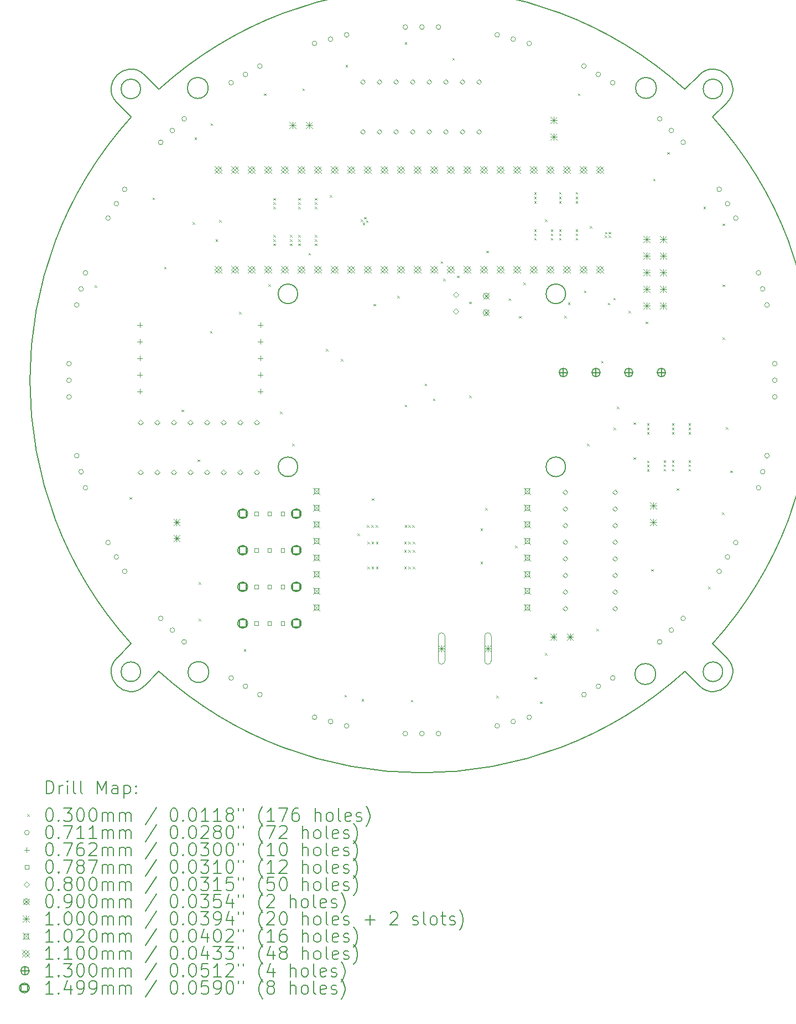
<source format=gbr>
%TF.GenerationSoftware,KiCad,Pcbnew,8.0.4*%
%TF.CreationDate,2024-12-12T22:54:41-05:00*%
%TF.ProjectId,Roboballers Pcb,526f626f-6261-46c6-9c65-727320506362,rev?*%
%TF.SameCoordinates,Original*%
%TF.FileFunction,Drillmap*%
%TF.FilePolarity,Positive*%
%FSLAX45Y45*%
G04 Gerber Fmt 4.5, Leading zero omitted, Abs format (unit mm)*
G04 Created by KiCad (PCBNEW 8.0.4) date 2024-12-12 22:54:41*
%MOMM*%
%LPD*%
G01*
G04 APERTURE LIST*
%ADD10C,0.200000*%
%ADD11C,0.100000*%
%ADD12C,0.102000*%
%ADD13C,0.110000*%
%ADD14C,0.130000*%
%ADD15C,0.149860*%
G04 APERTURE END LIST*
D10*
X5757360Y-14666904D02*
X5974798Y-14449466D01*
X6740000Y-14460000D02*
G75*
G02*
X6420000Y-14460000I-160000J0D01*
G01*
X6420000Y-14460000D02*
G75*
G02*
X6740000Y-14460000I160000J0D01*
G01*
X14242641Y-14666905D02*
X14025202Y-14449466D01*
X12200001Y-8677765D02*
G75*
G02*
X11900001Y-8677765I-150000J0D01*
G01*
X11900001Y-8677765D02*
G75*
G02*
X12200001Y-8677765I150000J0D01*
G01*
X6730000Y-5530000D02*
G75*
G02*
X6410000Y-5530000I-160000J0D01*
G01*
X6410000Y-5530000D02*
G75*
G02*
X6730000Y-5530000I160000J0D01*
G01*
X14666905Y-14242641D02*
G75*
G02*
X14242641Y-14666905I-212132J-212132D01*
G01*
X14604773Y-5545227D02*
G75*
G02*
X14304773Y-5545227I-150000J0D01*
G01*
X14304773Y-5545227D02*
G75*
G02*
X14604773Y-5545227I150000J0D01*
G01*
X5333098Y-14242638D02*
X5550534Y-14025202D01*
X12200001Y-11322235D02*
G75*
G02*
X11900001Y-11322235I-150000J0D01*
G01*
X11900001Y-11322235D02*
G75*
G02*
X12200001Y-11322235I150000J0D01*
G01*
X5974798Y-5550534D02*
G75*
G02*
X14025202Y-5550534I4025202J-4449466D01*
G01*
X14242640Y-5333096D02*
X14025202Y-5550534D01*
X5757359Y-5333095D02*
X5974798Y-5550534D01*
X14025202Y-14449466D02*
G75*
G02*
X5974798Y-14449466I-4025202J4449466D01*
G01*
X5333095Y-5757359D02*
X5550534Y-5974798D01*
X5550534Y-14025202D02*
G75*
G02*
X5550534Y-5974798I4449465J4025202D01*
G01*
X14666902Y-5757362D02*
X14449466Y-5974798D01*
X8100001Y-11322235D02*
G75*
G02*
X7800001Y-11322235I-150000J0D01*
G01*
X7800001Y-11322235D02*
G75*
G02*
X8100001Y-11322235I150000J0D01*
G01*
X14604773Y-14454773D02*
G75*
G02*
X14304773Y-14454773I-150000J0D01*
G01*
X14304773Y-14454773D02*
G75*
G02*
X14604773Y-14454773I150000J0D01*
G01*
X5695227Y-5545227D02*
G75*
G02*
X5395227Y-5545227I-150000J0D01*
G01*
X5395227Y-5545227D02*
G75*
G02*
X5695227Y-5545227I150000J0D01*
G01*
X14449466Y-5974798D02*
G75*
G02*
X14449466Y-14025202I-4449465J-4025202D01*
G01*
X13580000Y-14490000D02*
G75*
G02*
X13260000Y-14490000I-160000J0D01*
G01*
X13260000Y-14490000D02*
G75*
G02*
X13580000Y-14490000I160000J0D01*
G01*
X14666905Y-14242641D02*
X14449466Y-14025202D01*
X13590000Y-5530000D02*
G75*
G02*
X13270000Y-5530000I-160000J0D01*
G01*
X13270000Y-5530000D02*
G75*
G02*
X13590000Y-5530000I160000J0D01*
G01*
X5757360Y-14666904D02*
G75*
G02*
X5333098Y-14242638I-212130J212134D01*
G01*
X8100001Y-8677765D02*
G75*
G02*
X7800001Y-8677765I-150000J0D01*
G01*
X7800001Y-8677765D02*
G75*
G02*
X8100001Y-8677765I150000J0D01*
G01*
X5695227Y-14454773D02*
G75*
G02*
X5395227Y-14454773I-150000J0D01*
G01*
X5395227Y-14454773D02*
G75*
G02*
X5695227Y-14454773I150000J0D01*
G01*
X14242640Y-5333096D02*
G75*
G02*
X14666902Y-5757362I212130J-212134D01*
G01*
X5333095Y-5757359D02*
G75*
G02*
X5757359Y-5333095I212132J212132D01*
G01*
D11*
X4991030Y-8546730D02*
X5021030Y-8576730D01*
X5021030Y-8546730D02*
X4991030Y-8576730D01*
X5524900Y-11784810D02*
X5554900Y-11814810D01*
X5554900Y-11784810D02*
X5524900Y-11814810D01*
X5874960Y-7205250D02*
X5904960Y-7235250D01*
X5904960Y-7205250D02*
X5874960Y-7235250D01*
X6053620Y-8264820D02*
X6083620Y-8294820D01*
X6083620Y-8264820D02*
X6053620Y-8294820D01*
X6319720Y-10449860D02*
X6349720Y-10479860D01*
X6349720Y-10449860D02*
X6319720Y-10479860D01*
X6492310Y-7584050D02*
X6522310Y-7614050D01*
X6522310Y-7584050D02*
X6492310Y-7614050D01*
X6518900Y-6284980D02*
X6548900Y-6314980D01*
X6548900Y-6284980D02*
X6518900Y-6314980D01*
X6566960Y-11212340D02*
X6596960Y-11242340D01*
X6596960Y-11212340D02*
X6566960Y-11242340D01*
X6584310Y-13084790D02*
X6614310Y-13114790D01*
X6614310Y-13084790D02*
X6584310Y-13114790D01*
X6584310Y-13646700D02*
X6614310Y-13676700D01*
X6614310Y-13646700D02*
X6584310Y-13676700D01*
X6756890Y-9247700D02*
X6786890Y-9277700D01*
X6786890Y-9247700D02*
X6756890Y-9277700D01*
X6766300Y-6072050D02*
X6796300Y-6102050D01*
X6796300Y-6072050D02*
X6766300Y-6102050D01*
X6840270Y-7845020D02*
X6870270Y-7875020D01*
X6870270Y-7845020D02*
X6840270Y-7875020D01*
X6895710Y-7548790D02*
X6925710Y-7578790D01*
X6925710Y-7548790D02*
X6895710Y-7578790D01*
X7200100Y-8956140D02*
X7230100Y-8986140D01*
X7230100Y-8956140D02*
X7200100Y-8986140D01*
X7272350Y-14108250D02*
X7302350Y-14138250D01*
X7302350Y-14108250D02*
X7272350Y-14138250D01*
X7585100Y-5613330D02*
X7615100Y-5643330D01*
X7615100Y-5613330D02*
X7585100Y-5643330D01*
X7652200Y-8533120D02*
X7682200Y-8563120D01*
X7682200Y-8533120D02*
X7652200Y-8563120D01*
X7726920Y-7213840D02*
X7756920Y-7243840D01*
X7756920Y-7213840D02*
X7726920Y-7243840D01*
X7726920Y-7279880D02*
X7756920Y-7309880D01*
X7756920Y-7279880D02*
X7726920Y-7309880D01*
X7726920Y-7345920D02*
X7756920Y-7375920D01*
X7756920Y-7345920D02*
X7726920Y-7375920D01*
X7726920Y-7777720D02*
X7756920Y-7807720D01*
X7756920Y-7777720D02*
X7726920Y-7807720D01*
X7726920Y-7843760D02*
X7756920Y-7873760D01*
X7756920Y-7843760D02*
X7726920Y-7873760D01*
X7726920Y-7909800D02*
X7756920Y-7939800D01*
X7756920Y-7909800D02*
X7726920Y-7939800D01*
X7829360Y-10476300D02*
X7859360Y-10506300D01*
X7859360Y-10476300D02*
X7829360Y-10506300D01*
X7980920Y-7777720D02*
X8010920Y-7807720D01*
X8010920Y-7777720D02*
X7980920Y-7807720D01*
X7980920Y-7843760D02*
X8010920Y-7873760D01*
X8010920Y-7843760D02*
X7980920Y-7873760D01*
X7980920Y-7909800D02*
X8010920Y-7939800D01*
X8010920Y-7909800D02*
X7980920Y-7939800D01*
X8012460Y-10967740D02*
X8042460Y-10997740D01*
X8042460Y-10967740D02*
X8012460Y-10997740D01*
X8107920Y-7213840D02*
X8137920Y-7243840D01*
X8137920Y-7213840D02*
X8107920Y-7243840D01*
X8107920Y-7279880D02*
X8137920Y-7309880D01*
X8137920Y-7279880D02*
X8107920Y-7309880D01*
X8107920Y-7345920D02*
X8137920Y-7375920D01*
X8137920Y-7345920D02*
X8107920Y-7375920D01*
X8107920Y-7777720D02*
X8137920Y-7807720D01*
X8137920Y-7777720D02*
X8107920Y-7807720D01*
X8107920Y-7843760D02*
X8137920Y-7873760D01*
X8137920Y-7843760D02*
X8107920Y-7873760D01*
X8107920Y-7909800D02*
X8137920Y-7939800D01*
X8137920Y-7909800D02*
X8107920Y-7939800D01*
X8172180Y-5536330D02*
X8202180Y-5566330D01*
X8202180Y-5536330D02*
X8172180Y-5566330D01*
X8265400Y-8052800D02*
X8295400Y-8082800D01*
X8295400Y-8052800D02*
X8265400Y-8082800D01*
X8361920Y-7213840D02*
X8391920Y-7243840D01*
X8391920Y-7213840D02*
X8361920Y-7243840D01*
X8361920Y-7279880D02*
X8391920Y-7309880D01*
X8391920Y-7279880D02*
X8361920Y-7309880D01*
X8361920Y-7345920D02*
X8391920Y-7375920D01*
X8391920Y-7345920D02*
X8361920Y-7375920D01*
X8361920Y-7777720D02*
X8391920Y-7807720D01*
X8391920Y-7777720D02*
X8361920Y-7807720D01*
X8361920Y-7843760D02*
X8391920Y-7873760D01*
X8391920Y-7843760D02*
X8361920Y-7873760D01*
X8361920Y-7909800D02*
X8391920Y-7939800D01*
X8391920Y-7909800D02*
X8361920Y-7939800D01*
X8529610Y-9520200D02*
X8559610Y-9550200D01*
X8559610Y-9520200D02*
X8529610Y-9550200D01*
X8589930Y-7166510D02*
X8619930Y-7196510D01*
X8619930Y-7166510D02*
X8589930Y-7196510D01*
X8760160Y-9674820D02*
X8790160Y-9704820D01*
X8790160Y-9674820D02*
X8760160Y-9704820D01*
X8813660Y-14807400D02*
X8843660Y-14837400D01*
X8843660Y-14807400D02*
X8813660Y-14837400D01*
X8832570Y-5178770D02*
X8862570Y-5208770D01*
X8862570Y-5178770D02*
X8832570Y-5208770D01*
X9015460Y-12342100D02*
X9045460Y-12372100D01*
X9045460Y-12342100D02*
X9015460Y-12372100D01*
X9062960Y-7538960D02*
X9092960Y-7568960D01*
X9092960Y-7538960D02*
X9062960Y-7568960D01*
X9077780Y-14873940D02*
X9107780Y-14903940D01*
X9107780Y-14873940D02*
X9077780Y-14903940D01*
X9093440Y-7589760D02*
X9123440Y-7619760D01*
X9123440Y-7589760D02*
X9093440Y-7619760D01*
X9113760Y-7503400D02*
X9143760Y-7533400D01*
X9143760Y-7503400D02*
X9113760Y-7533400D01*
X9144240Y-7554200D02*
X9174240Y-7584200D01*
X9174240Y-7554200D02*
X9144240Y-7584200D01*
X9159480Y-12212600D02*
X9189480Y-12242600D01*
X9189480Y-12212600D02*
X9159480Y-12242600D01*
X9164560Y-12466600D02*
X9194560Y-12496600D01*
X9194560Y-12466600D02*
X9164560Y-12496600D01*
X9164560Y-12847600D02*
X9194560Y-12877600D01*
X9194560Y-12847600D02*
X9164560Y-12877600D01*
X9225520Y-12212560D02*
X9255520Y-12242560D01*
X9255520Y-12212560D02*
X9225520Y-12242560D01*
X9230600Y-12466600D02*
X9260600Y-12496600D01*
X9260600Y-12466600D02*
X9230600Y-12496600D01*
X9230600Y-12847600D02*
X9260600Y-12877600D01*
X9260600Y-12847600D02*
X9230600Y-12877600D01*
X9235680Y-11804100D02*
X9265680Y-11834100D01*
X9265680Y-11804100D02*
X9235680Y-11834100D01*
X9258060Y-8832770D02*
X9288060Y-8862770D01*
X9288060Y-8832770D02*
X9258060Y-8862770D01*
X9291560Y-12212600D02*
X9321560Y-12242600D01*
X9321560Y-12212600D02*
X9291560Y-12242600D01*
X9296640Y-12466560D02*
X9326640Y-12496560D01*
X9326640Y-12466560D02*
X9296640Y-12496560D01*
X9296640Y-12847560D02*
X9326640Y-12877560D01*
X9326640Y-12847560D02*
X9296640Y-12877560D01*
X9621120Y-8710300D02*
X9651120Y-8740300D01*
X9651120Y-8710300D02*
X9621120Y-8740300D01*
X9728440Y-12469100D02*
X9758440Y-12499100D01*
X9758440Y-12469100D02*
X9728440Y-12499100D01*
X9728440Y-12593600D02*
X9758440Y-12623600D01*
X9758440Y-12593600D02*
X9728440Y-12623600D01*
X9728440Y-12847600D02*
X9758440Y-12877600D01*
X9758440Y-12847600D02*
X9728440Y-12877600D01*
X9736550Y-4832850D02*
X9766550Y-4862850D01*
X9766550Y-4832850D02*
X9736550Y-4862850D01*
X9738600Y-12212600D02*
X9768600Y-12242600D01*
X9768600Y-12212600D02*
X9738600Y-12242600D01*
X9739420Y-10373220D02*
X9769420Y-10403220D01*
X9769420Y-10373220D02*
X9739420Y-10403220D01*
X9794480Y-12212600D02*
X9824480Y-12242600D01*
X9824480Y-12212600D02*
X9794480Y-12242600D01*
X9794480Y-12469100D02*
X9824480Y-12499100D01*
X9824480Y-12469100D02*
X9794480Y-12499100D01*
X9794480Y-12593560D02*
X9824480Y-12623560D01*
X9824480Y-12593560D02*
X9794480Y-12623560D01*
X9794480Y-12847600D02*
X9824480Y-12877600D01*
X9824480Y-12847600D02*
X9794480Y-12877600D01*
X9831710Y-14885000D02*
X9861710Y-14915000D01*
X9861710Y-14885000D02*
X9831710Y-14915000D01*
X9850360Y-12212600D02*
X9880360Y-12242600D01*
X9880360Y-12212600D02*
X9850360Y-12242600D01*
X9860520Y-12466560D02*
X9890520Y-12496560D01*
X9890520Y-12466560D02*
X9860520Y-12496560D01*
X9860520Y-12593560D02*
X9890520Y-12623560D01*
X9890520Y-12593560D02*
X9860520Y-12623560D01*
X9860520Y-12847600D02*
X9890520Y-12877600D01*
X9890520Y-12847600D02*
X9860520Y-12877600D01*
X10043400Y-10049160D02*
X10073400Y-10079160D01*
X10073400Y-10049160D02*
X10043400Y-10079160D01*
X10170400Y-10278280D02*
X10200400Y-10308280D01*
X10200400Y-10278280D02*
X10170400Y-10308280D01*
X10288600Y-8180630D02*
X10318600Y-8210630D01*
X10318600Y-8180630D02*
X10288600Y-8210630D01*
X10326160Y-8444860D02*
X10356160Y-8474860D01*
X10356160Y-8444860D02*
X10326160Y-8474860D01*
X10464980Y-5070460D02*
X10494980Y-5100460D01*
X10494980Y-5070460D02*
X10464980Y-5100460D01*
X10538030Y-8401390D02*
X10568030Y-8431390D01*
X10568030Y-8401390D02*
X10538030Y-8431390D01*
X10722300Y-8798360D02*
X10752300Y-8828360D01*
X10752300Y-8798360D02*
X10722300Y-8828360D01*
X10722300Y-10230580D02*
X10752300Y-10260580D01*
X10752300Y-10230580D02*
X10722300Y-10260580D01*
X10898330Y-12264010D02*
X10928330Y-12294010D01*
X10928330Y-12264010D02*
X10898330Y-12294010D01*
X10898430Y-12770930D02*
X10928430Y-12800930D01*
X10928430Y-12770930D02*
X10898430Y-12800930D01*
X10968020Y-11950620D02*
X10998020Y-11980620D01*
X10998020Y-11950620D02*
X10968020Y-11980620D01*
X10986050Y-8018100D02*
X11016050Y-8048100D01*
X11016050Y-8018100D02*
X10986050Y-8048100D01*
X11137430Y-14823060D02*
X11167430Y-14853060D01*
X11167430Y-14823060D02*
X11137430Y-14853060D01*
X11329280Y-8748630D02*
X11359280Y-8778630D01*
X11359280Y-8748630D02*
X11329280Y-8778630D01*
X11424750Y-12526620D02*
X11454750Y-12556620D01*
X11454750Y-12526620D02*
X11424750Y-12556620D01*
X11487830Y-9015980D02*
X11517830Y-9045980D01*
X11517830Y-9015980D02*
X11487830Y-9045980D01*
X11553900Y-8505030D02*
X11583900Y-8535030D01*
X11583900Y-8505030D02*
X11553900Y-8535030D01*
X11719800Y-7127480D02*
X11749800Y-7157480D01*
X11749800Y-7127480D02*
X11719800Y-7157480D01*
X11719800Y-7193520D02*
X11749800Y-7223520D01*
X11749800Y-7193520D02*
X11719800Y-7223520D01*
X11719800Y-7259560D02*
X11749800Y-7289560D01*
X11749800Y-7259560D02*
X11719800Y-7289560D01*
X11719800Y-7691360D02*
X11749800Y-7721360D01*
X11749800Y-7691360D02*
X11719800Y-7721360D01*
X11719800Y-7757400D02*
X11749800Y-7787400D01*
X11749800Y-7757400D02*
X11719800Y-7787400D01*
X11719800Y-7823440D02*
X11749800Y-7853440D01*
X11749800Y-7823440D02*
X11719800Y-7853440D01*
X11723900Y-14539500D02*
X11753900Y-14569500D01*
X11753900Y-14539500D02*
X11723900Y-14569500D01*
X11809650Y-14911220D02*
X11839650Y-14941220D01*
X11839650Y-14911220D02*
X11809650Y-14941220D01*
X11883410Y-7541870D02*
X11913410Y-7571870D01*
X11913410Y-7541870D02*
X11883410Y-7571870D01*
X11883530Y-14169080D02*
X11913530Y-14199080D01*
X11913530Y-14169080D02*
X11883530Y-14199080D01*
X11973800Y-7691360D02*
X12003800Y-7721360D01*
X12003800Y-7691360D02*
X11973800Y-7721360D01*
X11973800Y-7757400D02*
X12003800Y-7787400D01*
X12003800Y-7757400D02*
X11973800Y-7787400D01*
X11973800Y-7823440D02*
X12003800Y-7853440D01*
X12003800Y-7823440D02*
X11973800Y-7853440D01*
X12100800Y-7122400D02*
X12130800Y-7152400D01*
X12130800Y-7122400D02*
X12100800Y-7152400D01*
X12100800Y-7193520D02*
X12130800Y-7223520D01*
X12130800Y-7193520D02*
X12100800Y-7223520D01*
X12100800Y-7259560D02*
X12130800Y-7289560D01*
X12130800Y-7259560D02*
X12100800Y-7289560D01*
X12100800Y-7691360D02*
X12130800Y-7721360D01*
X12130800Y-7691360D02*
X12100800Y-7721360D01*
X12100800Y-7757400D02*
X12130800Y-7787400D01*
X12130800Y-7757400D02*
X12100800Y-7787400D01*
X12100800Y-7823440D02*
X12130800Y-7853440D01*
X12130800Y-7823440D02*
X12100800Y-7853440D01*
X12178930Y-9014370D02*
X12208930Y-9044370D01*
X12208930Y-9014370D02*
X12178930Y-9044370D01*
X12235940Y-8810930D02*
X12265940Y-8840930D01*
X12265940Y-8810930D02*
X12235940Y-8840930D01*
X12354800Y-7122400D02*
X12384800Y-7152400D01*
X12384800Y-7122400D02*
X12354800Y-7152400D01*
X12354800Y-7193520D02*
X12384800Y-7223520D01*
X12384800Y-7193520D02*
X12354800Y-7223520D01*
X12354800Y-7259560D02*
X12384800Y-7289560D01*
X12384800Y-7259560D02*
X12354800Y-7289560D01*
X12354800Y-7691360D02*
X12384800Y-7721360D01*
X12384800Y-7691360D02*
X12354800Y-7721360D01*
X12354800Y-7757400D02*
X12384800Y-7787400D01*
X12384800Y-7757400D02*
X12354800Y-7787400D01*
X12354800Y-7823440D02*
X12384800Y-7853440D01*
X12384800Y-7823440D02*
X12354800Y-7853440D01*
X12386570Y-5613370D02*
X12416570Y-5643370D01*
X12416570Y-5613370D02*
X12386570Y-5643370D01*
X12481800Y-8627340D02*
X12511800Y-8657340D01*
X12511800Y-8627340D02*
X12481800Y-8657340D01*
X12528220Y-10967740D02*
X12558220Y-10997740D01*
X12558220Y-10967740D02*
X12528220Y-10997740D01*
X12571480Y-7644030D02*
X12601480Y-7674030D01*
X12601480Y-7644030D02*
X12571480Y-7674030D01*
X12671390Y-13796660D02*
X12701390Y-13826660D01*
X12701390Y-13796660D02*
X12671390Y-13826660D01*
X12743990Y-9704500D02*
X12773990Y-9734500D01*
X12773990Y-9704500D02*
X12743990Y-9734500D01*
X12796800Y-7787880D02*
X12826800Y-7817880D01*
X12826800Y-7787880D02*
X12796800Y-7817880D01*
X12801800Y-7732000D02*
X12831800Y-7762000D01*
X12831800Y-7732000D02*
X12801800Y-7762000D01*
X12845050Y-8812720D02*
X12875050Y-8842720D01*
X12875050Y-8812720D02*
X12845050Y-8842720D01*
X12857700Y-7732000D02*
X12887700Y-7762000D01*
X12887700Y-7732000D02*
X12857700Y-7762000D01*
X12857720Y-7787880D02*
X12887720Y-7817880D01*
X12887720Y-7787880D02*
X12857720Y-7817880D01*
X12928540Y-8739500D02*
X12958540Y-8769500D01*
X12958540Y-8739500D02*
X12928540Y-8769500D01*
X12935480Y-10722020D02*
X12965480Y-10752020D01*
X12965480Y-10722020D02*
X12935480Y-10752020D01*
X12983710Y-10401060D02*
X13013710Y-10431060D01*
X13013710Y-10401060D02*
X12983710Y-10431060D01*
X13163420Y-8937920D02*
X13193420Y-8967920D01*
X13193420Y-8937920D02*
X13163420Y-8967920D01*
X13240130Y-10642560D02*
X13270130Y-10672560D01*
X13270130Y-10642560D02*
X13240130Y-10672560D01*
X13240130Y-11177810D02*
X13270130Y-11207810D01*
X13270130Y-11177810D02*
X13240130Y-11207810D01*
X13425220Y-9102860D02*
X13455220Y-9132860D01*
X13455220Y-9102860D02*
X13425220Y-9132860D01*
X13447000Y-10658080D02*
X13477000Y-10688080D01*
X13477000Y-10658080D02*
X13447000Y-10688080D01*
X13447000Y-10724120D02*
X13477000Y-10754120D01*
X13477000Y-10724120D02*
X13447000Y-10754120D01*
X13447000Y-10790160D02*
X13477000Y-10820160D01*
X13477000Y-10790160D02*
X13447000Y-10820160D01*
X13447000Y-11228200D02*
X13477000Y-11258200D01*
X13477000Y-11228200D02*
X13447000Y-11258200D01*
X13447000Y-11293080D02*
X13477000Y-11323080D01*
X13477000Y-11293080D02*
X13447000Y-11323080D01*
X13447000Y-11359120D02*
X13477000Y-11389120D01*
X13477000Y-11359120D02*
X13447000Y-11389120D01*
X13509280Y-12886490D02*
X13539280Y-12916490D01*
X13539280Y-12886490D02*
X13509280Y-12916490D01*
X13540880Y-6916820D02*
X13570880Y-6946820D01*
X13570880Y-6916820D02*
X13540880Y-6946820D01*
X13701000Y-11221960D02*
X13731000Y-11251960D01*
X13731000Y-11221960D02*
X13701000Y-11251960D01*
X13701000Y-11288000D02*
X13731000Y-11318000D01*
X13731000Y-11288000D02*
X13701000Y-11318000D01*
X13701000Y-11354040D02*
X13731000Y-11384040D01*
X13731000Y-11354040D02*
X13701000Y-11384040D01*
X13753490Y-6512460D02*
X13783490Y-6542460D01*
X13783490Y-6512460D02*
X13753490Y-6542460D01*
X13828000Y-10658080D02*
X13858000Y-10688080D01*
X13858000Y-10658080D02*
X13828000Y-10688080D01*
X13828000Y-10724120D02*
X13858000Y-10754120D01*
X13858000Y-10724120D02*
X13828000Y-10754120D01*
X13828000Y-10790160D02*
X13858000Y-10820160D01*
X13858000Y-10790160D02*
X13828000Y-10820160D01*
X13828000Y-11221960D02*
X13858000Y-11251960D01*
X13858000Y-11221960D02*
X13828000Y-11251960D01*
X13828000Y-11288000D02*
X13858000Y-11318000D01*
X13858000Y-11288000D02*
X13828000Y-11318000D01*
X13828000Y-11354040D02*
X13858000Y-11384040D01*
X13858000Y-11354040D02*
X13828000Y-11384040D01*
X13898370Y-11651090D02*
X13928370Y-11681090D01*
X13928370Y-11651090D02*
X13898370Y-11681090D01*
X14082000Y-10658080D02*
X14112000Y-10688080D01*
X14112000Y-10658080D02*
X14082000Y-10688080D01*
X14082000Y-10724120D02*
X14112000Y-10754120D01*
X14112000Y-10724120D02*
X14082000Y-10754120D01*
X14082000Y-10790160D02*
X14112000Y-10820160D01*
X14112000Y-10790160D02*
X14082000Y-10820160D01*
X14082000Y-11221960D02*
X14112000Y-11251960D01*
X14112000Y-11221960D02*
X14082000Y-11251960D01*
X14082000Y-11288000D02*
X14112000Y-11318000D01*
X14112000Y-11288000D02*
X14082000Y-11318000D01*
X14082000Y-11354040D02*
X14112000Y-11384040D01*
X14112000Y-11354040D02*
X14082000Y-11384040D01*
X14310850Y-7344120D02*
X14340850Y-7374120D01*
X14340850Y-7344120D02*
X14310850Y-7374120D01*
X14381860Y-13152980D02*
X14411860Y-13182980D01*
X14411860Y-13152980D02*
X14381860Y-13182980D01*
X14591050Y-12016990D02*
X14621050Y-12046990D01*
X14621050Y-12016990D02*
X14591050Y-12046990D01*
X14603940Y-7605440D02*
X14633940Y-7635440D01*
X14633940Y-7605440D02*
X14603940Y-7635440D01*
X14603940Y-8534490D02*
X14633940Y-8564490D01*
X14633940Y-8534490D02*
X14603940Y-8564490D01*
X14603940Y-9344370D02*
X14633940Y-9374370D01*
X14633940Y-9344370D02*
X14603940Y-9374370D01*
X14653820Y-10714260D02*
X14683820Y-10744260D01*
X14683820Y-10714260D02*
X14653820Y-10744260D01*
X14718040Y-11381520D02*
X14748040Y-11411520D01*
X14748040Y-11381520D02*
X14718040Y-11411520D01*
X4634960Y-9746000D02*
G75*
G02*
X4563840Y-9746000I-35560J0D01*
G01*
X4563840Y-9746000D02*
G75*
G02*
X4634960Y-9746000I35560J0D01*
G01*
X4634960Y-10000000D02*
G75*
G02*
X4563840Y-10000000I-35560J0D01*
G01*
X4563840Y-10000000D02*
G75*
G02*
X4634960Y-10000000I35560J0D01*
G01*
X4634960Y-10254000D02*
G75*
G02*
X4563840Y-10254000I-35560J0D01*
G01*
X4563840Y-10254000D02*
G75*
G02*
X4634960Y-10254000I35560J0D01*
G01*
X4753240Y-8847570D02*
G75*
G02*
X4682120Y-8847570I-35560J0D01*
G01*
X4682120Y-8847570D02*
G75*
G02*
X4753240Y-8847570I35560J0D01*
G01*
X4753240Y-11152430D02*
G75*
G02*
X4682120Y-11152430I-35560J0D01*
G01*
X4682120Y-11152430D02*
G75*
G02*
X4753240Y-11152430I35560J0D01*
G01*
X4818980Y-8602225D02*
G75*
G02*
X4747860Y-8602225I-35560J0D01*
G01*
X4747860Y-8602225D02*
G75*
G02*
X4818980Y-8602225I35560J0D01*
G01*
X4818980Y-11397775D02*
G75*
G02*
X4747860Y-11397775I-35560J0D01*
G01*
X4747860Y-11397775D02*
G75*
G02*
X4818980Y-11397775I35560J0D01*
G01*
X4884721Y-8356879D02*
G75*
G02*
X4813601Y-8356879I-35560J0D01*
G01*
X4813601Y-8356879D02*
G75*
G02*
X4884721Y-8356879I35560J0D01*
G01*
X4884721Y-11643120D02*
G75*
G02*
X4813601Y-11643120I-35560J0D01*
G01*
X4813601Y-11643120D02*
G75*
G02*
X4884721Y-11643120I35560J0D01*
G01*
X5231500Y-7519670D02*
G75*
G02*
X5160380Y-7519670I-35560J0D01*
G01*
X5160380Y-7519670D02*
G75*
G02*
X5231500Y-7519670I35560J0D01*
G01*
X5231500Y-12480329D02*
G75*
G02*
X5160380Y-12480329I-35560J0D01*
G01*
X5160380Y-12480329D02*
G75*
G02*
X5231500Y-12480329I35560J0D01*
G01*
X5358500Y-7299700D02*
G75*
G02*
X5287380Y-7299700I-35560J0D01*
G01*
X5287380Y-7299700D02*
G75*
G02*
X5358500Y-7299700I35560J0D01*
G01*
X5358500Y-12700300D02*
G75*
G02*
X5287380Y-12700300I-35560J0D01*
G01*
X5287380Y-12700300D02*
G75*
G02*
X5358500Y-12700300I35560J0D01*
G01*
X5485500Y-7079729D02*
G75*
G02*
X5414380Y-7079729I-35560J0D01*
G01*
X5414380Y-7079729D02*
G75*
G02*
X5485500Y-7079729I35560J0D01*
G01*
X5485500Y-12920270D02*
G75*
G02*
X5414380Y-12920270I-35560J0D01*
G01*
X5414380Y-12920270D02*
G75*
G02*
X5485500Y-12920270I35560J0D01*
G01*
X6037151Y-6360801D02*
G75*
G02*
X5966031Y-6360801I-35560J0D01*
G01*
X5966031Y-6360801D02*
G75*
G02*
X6037151Y-6360801I35560J0D01*
G01*
X6037151Y-13639199D02*
G75*
G02*
X5966031Y-13639199I-35560J0D01*
G01*
X5966031Y-13639199D02*
G75*
G02*
X6037151Y-13639199I35560J0D01*
G01*
X6216756Y-6181196D02*
G75*
G02*
X6145636Y-6181196I-35560J0D01*
G01*
X6145636Y-6181196D02*
G75*
G02*
X6216756Y-6181196I35560J0D01*
G01*
X6216756Y-13818804D02*
G75*
G02*
X6145636Y-13818804I-35560J0D01*
G01*
X6145636Y-13818804D02*
G75*
G02*
X6216756Y-13818804I35560J0D01*
G01*
X6396361Y-6001591D02*
G75*
G02*
X6325241Y-6001591I-35560J0D01*
G01*
X6325241Y-6001591D02*
G75*
G02*
X6396361Y-6001591I35560J0D01*
G01*
X6396361Y-13998409D02*
G75*
G02*
X6325241Y-13998409I-35560J0D01*
G01*
X6325241Y-13998409D02*
G75*
G02*
X6396361Y-13998409I35560J0D01*
G01*
X7115289Y-5449940D02*
G75*
G02*
X7044169Y-5449940I-35560J0D01*
G01*
X7044169Y-5449940D02*
G75*
G02*
X7115289Y-5449940I35560J0D01*
G01*
X7115289Y-14550060D02*
G75*
G02*
X7044169Y-14550060I-35560J0D01*
G01*
X7044169Y-14550060D02*
G75*
G02*
X7115289Y-14550060I35560J0D01*
G01*
X7335260Y-5322940D02*
G75*
G02*
X7264140Y-5322940I-35560J0D01*
G01*
X7264140Y-5322940D02*
G75*
G02*
X7335260Y-5322940I35560J0D01*
G01*
X7335260Y-14677060D02*
G75*
G02*
X7264140Y-14677060I-35560J0D01*
G01*
X7264140Y-14677060D02*
G75*
G02*
X7335260Y-14677060I35560J0D01*
G01*
X7555230Y-5195940D02*
G75*
G02*
X7484110Y-5195940I-35560J0D01*
G01*
X7484110Y-5195940D02*
G75*
G02*
X7555230Y-5195940I35560J0D01*
G01*
X7555230Y-14804060D02*
G75*
G02*
X7484110Y-14804060I-35560J0D01*
G01*
X7484110Y-14804060D02*
G75*
G02*
X7555230Y-14804060I35560J0D01*
G01*
X8392440Y-4849161D02*
G75*
G02*
X8321319Y-4849161I-35560J0D01*
G01*
X8321319Y-4849161D02*
G75*
G02*
X8392440Y-4849161I35560J0D01*
G01*
X8392440Y-15150839D02*
G75*
G02*
X8321319Y-15150839I-35560J0D01*
G01*
X8321319Y-15150839D02*
G75*
G02*
X8392440Y-15150839I35560J0D01*
G01*
X8637785Y-4783420D02*
G75*
G02*
X8566665Y-4783420I-35560J0D01*
G01*
X8566665Y-4783420D02*
G75*
G02*
X8637785Y-4783420I35560J0D01*
G01*
X8637785Y-15216580D02*
G75*
G02*
X8566665Y-15216580I-35560J0D01*
G01*
X8566665Y-15216580D02*
G75*
G02*
X8637785Y-15216580I35560J0D01*
G01*
X8883130Y-4717680D02*
G75*
G02*
X8812010Y-4717680I-35560J0D01*
G01*
X8812010Y-4717680D02*
G75*
G02*
X8883130Y-4717680I35560J0D01*
G01*
X8883130Y-15282320D02*
G75*
G02*
X8812010Y-15282320I-35560J0D01*
G01*
X8812010Y-15282320D02*
G75*
G02*
X8883130Y-15282320I35560J0D01*
G01*
X9781560Y-4599400D02*
G75*
G02*
X9710440Y-4599400I-35560J0D01*
G01*
X9710440Y-4599400D02*
G75*
G02*
X9781560Y-4599400I35560J0D01*
G01*
X9781560Y-15400600D02*
G75*
G02*
X9710440Y-15400600I-35560J0D01*
G01*
X9710440Y-15400600D02*
G75*
G02*
X9781560Y-15400600I35560J0D01*
G01*
X10035560Y-4599400D02*
G75*
G02*
X9964440Y-4599400I-35560J0D01*
G01*
X9964440Y-4599400D02*
G75*
G02*
X10035560Y-4599400I35560J0D01*
G01*
X10035560Y-15400600D02*
G75*
G02*
X9964440Y-15400600I-35560J0D01*
G01*
X9964440Y-15400600D02*
G75*
G02*
X10035560Y-15400600I35560J0D01*
G01*
X10289560Y-4599400D02*
G75*
G02*
X10218440Y-4599400I-35560J0D01*
G01*
X10218440Y-4599400D02*
G75*
G02*
X10289560Y-4599400I35560J0D01*
G01*
X10289560Y-15400600D02*
G75*
G02*
X10218440Y-15400600I-35560J0D01*
G01*
X10218440Y-15400600D02*
G75*
G02*
X10289560Y-15400600I35560J0D01*
G01*
X11187990Y-4717680D02*
G75*
G02*
X11116870Y-4717680I-35560J0D01*
G01*
X11116870Y-4717680D02*
G75*
G02*
X11187990Y-4717680I35560J0D01*
G01*
X11187990Y-15282320D02*
G75*
G02*
X11116870Y-15282320I-35560J0D01*
G01*
X11116870Y-15282320D02*
G75*
G02*
X11187990Y-15282320I35560J0D01*
G01*
X11433335Y-4783420D02*
G75*
G02*
X11362215Y-4783420I-35560J0D01*
G01*
X11362215Y-4783420D02*
G75*
G02*
X11433335Y-4783420I35560J0D01*
G01*
X11433335Y-15216580D02*
G75*
G02*
X11362215Y-15216580I-35560J0D01*
G01*
X11362215Y-15216580D02*
G75*
G02*
X11433335Y-15216580I35560J0D01*
G01*
X11678680Y-4849161D02*
G75*
G02*
X11607560Y-4849161I-35560J0D01*
G01*
X11607560Y-4849161D02*
G75*
G02*
X11678680Y-4849161I35560J0D01*
G01*
X11678680Y-15150839D02*
G75*
G02*
X11607560Y-15150839I-35560J0D01*
G01*
X11607560Y-15150839D02*
G75*
G02*
X11678680Y-15150839I35560J0D01*
G01*
X12515889Y-5195940D02*
G75*
G02*
X12444769Y-5195940I-35560J0D01*
G01*
X12444769Y-5195940D02*
G75*
G02*
X12515889Y-5195940I35560J0D01*
G01*
X12515889Y-14804060D02*
G75*
G02*
X12444769Y-14804060I-35560J0D01*
G01*
X12444769Y-14804060D02*
G75*
G02*
X12515889Y-14804060I35560J0D01*
G01*
X12735860Y-5322940D02*
G75*
G02*
X12664740Y-5322940I-35560J0D01*
G01*
X12664740Y-5322940D02*
G75*
G02*
X12735860Y-5322940I35560J0D01*
G01*
X12735860Y-14677060D02*
G75*
G02*
X12664740Y-14677060I-35560J0D01*
G01*
X12664740Y-14677060D02*
G75*
G02*
X12735860Y-14677060I35560J0D01*
G01*
X12955830Y-5449940D02*
G75*
G02*
X12884710Y-5449940I-35560J0D01*
G01*
X12884710Y-5449940D02*
G75*
G02*
X12955830Y-5449940I35560J0D01*
G01*
X12955830Y-14550060D02*
G75*
G02*
X12884710Y-14550060I-35560J0D01*
G01*
X12884710Y-14550060D02*
G75*
G02*
X12955830Y-14550060I35560J0D01*
G01*
X13674759Y-6001591D02*
G75*
G02*
X13603639Y-6001591I-35560J0D01*
G01*
X13603639Y-6001591D02*
G75*
G02*
X13674759Y-6001591I35560J0D01*
G01*
X13674759Y-13998409D02*
G75*
G02*
X13603639Y-13998409I-35560J0D01*
G01*
X13603639Y-13998409D02*
G75*
G02*
X13674759Y-13998409I35560J0D01*
G01*
X13854364Y-6181196D02*
G75*
G02*
X13783244Y-6181196I-35560J0D01*
G01*
X13783244Y-6181196D02*
G75*
G02*
X13854364Y-6181196I35560J0D01*
G01*
X13854364Y-13818804D02*
G75*
G02*
X13783244Y-13818804I-35560J0D01*
G01*
X13783244Y-13818804D02*
G75*
G02*
X13854364Y-13818804I35560J0D01*
G01*
X14033969Y-6360801D02*
G75*
G02*
X13962849Y-6360801I-35560J0D01*
G01*
X13962849Y-6360801D02*
G75*
G02*
X14033969Y-6360801I35560J0D01*
G01*
X14033969Y-13639199D02*
G75*
G02*
X13962849Y-13639199I-35560J0D01*
G01*
X13962849Y-13639199D02*
G75*
G02*
X14033969Y-13639199I35560J0D01*
G01*
X14585620Y-7079729D02*
G75*
G02*
X14514500Y-7079729I-35560J0D01*
G01*
X14514500Y-7079729D02*
G75*
G02*
X14585620Y-7079729I35560J0D01*
G01*
X14585620Y-12920270D02*
G75*
G02*
X14514500Y-12920270I-35560J0D01*
G01*
X14514500Y-12920270D02*
G75*
G02*
X14585620Y-12920270I35560J0D01*
G01*
X14712620Y-7299700D02*
G75*
G02*
X14641500Y-7299700I-35560J0D01*
G01*
X14641500Y-7299700D02*
G75*
G02*
X14712620Y-7299700I35560J0D01*
G01*
X14712620Y-12700300D02*
G75*
G02*
X14641500Y-12700300I-35560J0D01*
G01*
X14641500Y-12700300D02*
G75*
G02*
X14712620Y-12700300I35560J0D01*
G01*
X14839620Y-7519670D02*
G75*
G02*
X14768500Y-7519670I-35560J0D01*
G01*
X14768500Y-7519670D02*
G75*
G02*
X14839620Y-7519670I35560J0D01*
G01*
X14839620Y-12480329D02*
G75*
G02*
X14768500Y-12480329I-35560J0D01*
G01*
X14768500Y-12480329D02*
G75*
G02*
X14839620Y-12480329I35560J0D01*
G01*
X15186399Y-8356879D02*
G75*
G02*
X15115279Y-8356879I-35560J0D01*
G01*
X15115279Y-8356879D02*
G75*
G02*
X15186399Y-8356879I35560J0D01*
G01*
X15186399Y-11643120D02*
G75*
G02*
X15115279Y-11643120I-35560J0D01*
G01*
X15115279Y-11643120D02*
G75*
G02*
X15186399Y-11643120I35560J0D01*
G01*
X15252140Y-8602225D02*
G75*
G02*
X15181020Y-8602225I-35560J0D01*
G01*
X15181020Y-8602225D02*
G75*
G02*
X15252140Y-8602225I35560J0D01*
G01*
X15252140Y-11397775D02*
G75*
G02*
X15181020Y-11397775I-35560J0D01*
G01*
X15181020Y-11397775D02*
G75*
G02*
X15252140Y-11397775I35560J0D01*
G01*
X15317880Y-8847570D02*
G75*
G02*
X15246760Y-8847570I-35560J0D01*
G01*
X15246760Y-8847570D02*
G75*
G02*
X15317880Y-8847570I35560J0D01*
G01*
X15317880Y-11152430D02*
G75*
G02*
X15246760Y-11152430I-35560J0D01*
G01*
X15246760Y-11152430D02*
G75*
G02*
X15317880Y-11152430I35560J0D01*
G01*
X15436160Y-9746000D02*
G75*
G02*
X15365040Y-9746000I-35560J0D01*
G01*
X15365040Y-9746000D02*
G75*
G02*
X15436160Y-9746000I35560J0D01*
G01*
X15436160Y-10000000D02*
G75*
G02*
X15365040Y-10000000I-35560J0D01*
G01*
X15365040Y-10000000D02*
G75*
G02*
X15436160Y-10000000I35560J0D01*
G01*
X15436160Y-10254000D02*
G75*
G02*
X15365040Y-10254000I-35560J0D01*
G01*
X15365040Y-10254000D02*
G75*
G02*
X15436160Y-10254000I35560J0D01*
G01*
X5681000Y-9116100D02*
X5681000Y-9192300D01*
X5642900Y-9154200D02*
X5719100Y-9154200D01*
X5681000Y-9370100D02*
X5681000Y-9446300D01*
X5642900Y-9408200D02*
X5719100Y-9408200D01*
X5681000Y-9624100D02*
X5681000Y-9700300D01*
X5642900Y-9662200D02*
X5719100Y-9662200D01*
X5681000Y-9878100D02*
X5681000Y-9954300D01*
X5642900Y-9916200D02*
X5719100Y-9916200D01*
X5681000Y-10132100D02*
X5681000Y-10208300D01*
X5642900Y-10170200D02*
X5719100Y-10170200D01*
X7527000Y-9116100D02*
X7527000Y-9192300D01*
X7488900Y-9154200D02*
X7565100Y-9154200D01*
X7527000Y-9370100D02*
X7527000Y-9446300D01*
X7488900Y-9408200D02*
X7565100Y-9408200D01*
X7527000Y-9624100D02*
X7527000Y-9700300D01*
X7488900Y-9662200D02*
X7565100Y-9662200D01*
X7527000Y-9878100D02*
X7527000Y-9954300D01*
X7488900Y-9916200D02*
X7565100Y-9916200D01*
X7527000Y-10132100D02*
X7527000Y-10208300D01*
X7488900Y-10170200D02*
X7565100Y-10170200D01*
X7495039Y-12067439D02*
X7495039Y-12011761D01*
X7439361Y-12011761D01*
X7439361Y-12067439D01*
X7495039Y-12067439D01*
X7495039Y-12626239D02*
X7495039Y-12570561D01*
X7439361Y-12570561D01*
X7439361Y-12626239D01*
X7495039Y-12626239D01*
X7495039Y-13185039D02*
X7495039Y-13129361D01*
X7439361Y-13129361D01*
X7439361Y-13185039D01*
X7495039Y-13185039D01*
X7495039Y-13743839D02*
X7495039Y-13688161D01*
X7439361Y-13688161D01*
X7439361Y-13743839D01*
X7495039Y-13743839D01*
X7695039Y-12067439D02*
X7695039Y-12011761D01*
X7639361Y-12011761D01*
X7639361Y-12067439D01*
X7695039Y-12067439D01*
X7695039Y-12626239D02*
X7695039Y-12570561D01*
X7639361Y-12570561D01*
X7639361Y-12626239D01*
X7695039Y-12626239D01*
X7695039Y-13185039D02*
X7695039Y-13129361D01*
X7639361Y-13129361D01*
X7639361Y-13185039D01*
X7695039Y-13185039D01*
X7695039Y-13743839D02*
X7695039Y-13688161D01*
X7639361Y-13688161D01*
X7639361Y-13743839D01*
X7695039Y-13743839D01*
X7895039Y-12067439D02*
X7895039Y-12011761D01*
X7839361Y-12011761D01*
X7839361Y-12067439D01*
X7895039Y-12067439D01*
X7895039Y-12626239D02*
X7895039Y-12570561D01*
X7839361Y-12570561D01*
X7839361Y-12626239D01*
X7895039Y-12626239D01*
X7895039Y-13185039D02*
X7895039Y-13129361D01*
X7839361Y-13129361D01*
X7839361Y-13185039D01*
X7895039Y-13185039D01*
X7895039Y-13743839D02*
X7895039Y-13688161D01*
X7839361Y-13688161D01*
X7839361Y-13743839D01*
X7895039Y-13743839D01*
X5691100Y-10681600D02*
X5731100Y-10641600D01*
X5691100Y-10601600D01*
X5651100Y-10641600D01*
X5691100Y-10681600D01*
X5691100Y-11443600D02*
X5731100Y-11403600D01*
X5691100Y-11363600D01*
X5651100Y-11403600D01*
X5691100Y-11443600D01*
X5945100Y-10681600D02*
X5985100Y-10641600D01*
X5945100Y-10601600D01*
X5905100Y-10641600D01*
X5945100Y-10681600D01*
X5945100Y-11443600D02*
X5985100Y-11403600D01*
X5945100Y-11363600D01*
X5905100Y-11403600D01*
X5945100Y-11443600D01*
X6199100Y-10681600D02*
X6239100Y-10641600D01*
X6199100Y-10601600D01*
X6159100Y-10641600D01*
X6199100Y-10681600D01*
X6199100Y-11443600D02*
X6239100Y-11403600D01*
X6199100Y-11363600D01*
X6159100Y-11403600D01*
X6199100Y-11443600D01*
X6453100Y-10681600D02*
X6493100Y-10641600D01*
X6453100Y-10601600D01*
X6413100Y-10641600D01*
X6453100Y-10681600D01*
X6453100Y-11443600D02*
X6493100Y-11403600D01*
X6453100Y-11363600D01*
X6413100Y-11403600D01*
X6453100Y-11443600D01*
X6707100Y-10681600D02*
X6747100Y-10641600D01*
X6707100Y-10601600D01*
X6667100Y-10641600D01*
X6707100Y-10681600D01*
X6707100Y-11443600D02*
X6747100Y-11403600D01*
X6707100Y-11363600D01*
X6667100Y-11403600D01*
X6707100Y-11443600D01*
X6961100Y-10681600D02*
X7001100Y-10641600D01*
X6961100Y-10601600D01*
X6921100Y-10641600D01*
X6961100Y-10681600D01*
X6961100Y-11443600D02*
X7001100Y-11403600D01*
X6961100Y-11363600D01*
X6921100Y-11403600D01*
X6961100Y-11443600D01*
X7215100Y-10681600D02*
X7255100Y-10641600D01*
X7215100Y-10601600D01*
X7175100Y-10641600D01*
X7215100Y-10681600D01*
X7215100Y-11443600D02*
X7255100Y-11403600D01*
X7215100Y-11363600D01*
X7175100Y-11403600D01*
X7215100Y-11443600D01*
X7469100Y-10681600D02*
X7509100Y-10641600D01*
X7469100Y-10601600D01*
X7429100Y-10641600D01*
X7469100Y-10681600D01*
X7469100Y-11443600D02*
X7509100Y-11403600D01*
X7469100Y-11363600D01*
X7429100Y-11403600D01*
X7469100Y-11443600D01*
X9093200Y-5475600D02*
X9133200Y-5435600D01*
X9093200Y-5395600D01*
X9053200Y-5435600D01*
X9093200Y-5475600D01*
X9093200Y-6237600D02*
X9133200Y-6197600D01*
X9093200Y-6157600D01*
X9053200Y-6197600D01*
X9093200Y-6237600D01*
X9347200Y-5475600D02*
X9387200Y-5435600D01*
X9347200Y-5395600D01*
X9307200Y-5435600D01*
X9347200Y-5475600D01*
X9347200Y-6237600D02*
X9387200Y-6197600D01*
X9347200Y-6157600D01*
X9307200Y-6197600D01*
X9347200Y-6237600D01*
X9601200Y-5475600D02*
X9641200Y-5435600D01*
X9601200Y-5395600D01*
X9561200Y-5435600D01*
X9601200Y-5475600D01*
X9601200Y-6237600D02*
X9641200Y-6197600D01*
X9601200Y-6157600D01*
X9561200Y-6197600D01*
X9601200Y-6237600D01*
X9855200Y-5475600D02*
X9895200Y-5435600D01*
X9855200Y-5395600D01*
X9815200Y-5435600D01*
X9855200Y-5475600D01*
X9855200Y-6237600D02*
X9895200Y-6197600D01*
X9855200Y-6157600D01*
X9815200Y-6197600D01*
X9855200Y-6237600D01*
X10109200Y-5475600D02*
X10149200Y-5435600D01*
X10109200Y-5395600D01*
X10069200Y-5435600D01*
X10109200Y-5475600D01*
X10109200Y-6237600D02*
X10149200Y-6197600D01*
X10109200Y-6157600D01*
X10069200Y-6197600D01*
X10109200Y-6237600D01*
X10363200Y-5475600D02*
X10403200Y-5435600D01*
X10363200Y-5395600D01*
X10323200Y-5435600D01*
X10363200Y-5475600D01*
X10363200Y-6237600D02*
X10403200Y-6197600D01*
X10363200Y-6157600D01*
X10323200Y-6197600D01*
X10363200Y-6237600D01*
X10518100Y-8730200D02*
X10558100Y-8690200D01*
X10518100Y-8650200D01*
X10478100Y-8690200D01*
X10518100Y-8730200D01*
X10518100Y-8984200D02*
X10558100Y-8944200D01*
X10518100Y-8904200D01*
X10478100Y-8944200D01*
X10518100Y-8984200D01*
X10617200Y-5475600D02*
X10657200Y-5435600D01*
X10617200Y-5395600D01*
X10577200Y-5435600D01*
X10617200Y-5475600D01*
X10617200Y-6237600D02*
X10657200Y-6197600D01*
X10617200Y-6157600D01*
X10577200Y-6197600D01*
X10617200Y-6237600D01*
X10871200Y-5475600D02*
X10911200Y-5435600D01*
X10871200Y-5395600D01*
X10831200Y-5435600D01*
X10871200Y-5475600D01*
X10871200Y-6237600D02*
X10911200Y-6197600D01*
X10871200Y-6157600D01*
X10831200Y-6197600D01*
X10871200Y-6237600D01*
X12192000Y-11749400D02*
X12232000Y-11709400D01*
X12192000Y-11669400D01*
X12152000Y-11709400D01*
X12192000Y-11749400D01*
X12192000Y-12003400D02*
X12232000Y-11963400D01*
X12192000Y-11923400D01*
X12152000Y-11963400D01*
X12192000Y-12003400D01*
X12192000Y-12257400D02*
X12232000Y-12217400D01*
X12192000Y-12177400D01*
X12152000Y-12217400D01*
X12192000Y-12257400D01*
X12192000Y-12511400D02*
X12232000Y-12471400D01*
X12192000Y-12431400D01*
X12152000Y-12471400D01*
X12192000Y-12511400D01*
X12192000Y-12765400D02*
X12232000Y-12725400D01*
X12192000Y-12685400D01*
X12152000Y-12725400D01*
X12192000Y-12765400D01*
X12192000Y-13019400D02*
X12232000Y-12979400D01*
X12192000Y-12939400D01*
X12152000Y-12979400D01*
X12192000Y-13019400D01*
X12192000Y-13273400D02*
X12232000Y-13233400D01*
X12192000Y-13193400D01*
X12152000Y-13233400D01*
X12192000Y-13273400D01*
X12192000Y-13527400D02*
X12232000Y-13487400D01*
X12192000Y-13447400D01*
X12152000Y-13487400D01*
X12192000Y-13527400D01*
X12954000Y-11749400D02*
X12994000Y-11709400D01*
X12954000Y-11669400D01*
X12914000Y-11709400D01*
X12954000Y-11749400D01*
X12954000Y-12003400D02*
X12994000Y-11963400D01*
X12954000Y-11923400D01*
X12914000Y-11963400D01*
X12954000Y-12003400D01*
X12954000Y-12257400D02*
X12994000Y-12217400D01*
X12954000Y-12177400D01*
X12914000Y-12217400D01*
X12954000Y-12257400D01*
X12954000Y-12511400D02*
X12994000Y-12471400D01*
X12954000Y-12431400D01*
X12914000Y-12471400D01*
X12954000Y-12511400D01*
X12954000Y-12765400D02*
X12994000Y-12725400D01*
X12954000Y-12685400D01*
X12914000Y-12725400D01*
X12954000Y-12765400D01*
X12954000Y-13019400D02*
X12994000Y-12979400D01*
X12954000Y-12939400D01*
X12914000Y-12979400D01*
X12954000Y-13019400D01*
X12954000Y-13273400D02*
X12994000Y-13233400D01*
X12954000Y-13193400D01*
X12914000Y-13233400D01*
X12954000Y-13273400D01*
X12954000Y-13527400D02*
X12994000Y-13487400D01*
X12954000Y-13447400D01*
X12914000Y-13487400D01*
X12954000Y-13527400D01*
X10938100Y-8665200D02*
X11028100Y-8755200D01*
X11028100Y-8665200D02*
X10938100Y-8755200D01*
X11028100Y-8710200D02*
G75*
G02*
X10938100Y-8710200I-45000J0D01*
G01*
X10938100Y-8710200D02*
G75*
G02*
X11028100Y-8710200I45000J0D01*
G01*
X10938100Y-8919200D02*
X11028100Y-9009200D01*
X11028100Y-8919200D02*
X10938100Y-9009200D01*
X11028100Y-8964200D02*
G75*
G02*
X10938100Y-8964200I-45000J0D01*
G01*
X10938100Y-8964200D02*
G75*
G02*
X11028100Y-8964200I45000J0D01*
G01*
X6196700Y-12118600D02*
X6296700Y-12218600D01*
X6296700Y-12118600D02*
X6196700Y-12218600D01*
X6246700Y-12118600D02*
X6246700Y-12218600D01*
X6196700Y-12168600D02*
X6296700Y-12168600D01*
X6196700Y-12368600D02*
X6296700Y-12468600D01*
X6296700Y-12368600D02*
X6196700Y-12468600D01*
X6246700Y-12368600D02*
X6246700Y-12468600D01*
X6196700Y-12418600D02*
X6296700Y-12418600D01*
X7972800Y-6049200D02*
X8072800Y-6149200D01*
X8072800Y-6049200D02*
X7972800Y-6149200D01*
X8022800Y-6049200D02*
X8022800Y-6149200D01*
X7972800Y-6099200D02*
X8072800Y-6099200D01*
X8222800Y-6049200D02*
X8322800Y-6149200D01*
X8322800Y-6049200D02*
X8222800Y-6149200D01*
X8272800Y-6049200D02*
X8272800Y-6149200D01*
X8222800Y-6099200D02*
X8322800Y-6099200D01*
X10250000Y-14050000D02*
X10350000Y-14150000D01*
X10350000Y-14050000D02*
X10250000Y-14150000D01*
X10300000Y-14050000D02*
X10300000Y-14150000D01*
X10250000Y-14100000D02*
X10350000Y-14100000D01*
X10350000Y-14290000D02*
X10350000Y-13910000D01*
X10250000Y-13910000D02*
G75*
G02*
X10350000Y-13910000I50000J0D01*
G01*
X10250000Y-13910000D02*
X10250000Y-14290000D01*
X10250000Y-14290000D02*
G75*
G03*
X10350000Y-14290000I50000J0D01*
G01*
X10960000Y-14050000D02*
X11060000Y-14150000D01*
X11060000Y-14050000D02*
X10960000Y-14150000D01*
X11010000Y-14050000D02*
X11010000Y-14150000D01*
X10960000Y-14100000D02*
X11060000Y-14100000D01*
X11060000Y-14290000D02*
X11060000Y-13910000D01*
X10960000Y-13910000D02*
G75*
G02*
X11060000Y-13910000I50000J0D01*
G01*
X10960000Y-13910000D02*
X10960000Y-14290000D01*
X10960000Y-14290000D02*
G75*
G03*
X11060000Y-14290000I50000J0D01*
G01*
X11963700Y-13869200D02*
X12063700Y-13969200D01*
X12063700Y-13869200D02*
X11963700Y-13969200D01*
X12013700Y-13869200D02*
X12013700Y-13969200D01*
X11963700Y-13919200D02*
X12063700Y-13919200D01*
X11964200Y-5973800D02*
X12064200Y-6073800D01*
X12064200Y-5973800D02*
X11964200Y-6073800D01*
X12014200Y-5973800D02*
X12014200Y-6073800D01*
X11964200Y-6023800D02*
X12064200Y-6023800D01*
X11964200Y-6223800D02*
X12064200Y-6323800D01*
X12064200Y-6223800D02*
X11964200Y-6323800D01*
X12014200Y-6223800D02*
X12014200Y-6323800D01*
X11964200Y-6273800D02*
X12064200Y-6273800D01*
X12217700Y-13869200D02*
X12317700Y-13969200D01*
X12317700Y-13869200D02*
X12217700Y-13969200D01*
X12267700Y-13869200D02*
X12267700Y-13969200D01*
X12217700Y-13919200D02*
X12317700Y-13919200D01*
X13386600Y-7796000D02*
X13486600Y-7896000D01*
X13486600Y-7796000D02*
X13386600Y-7896000D01*
X13436600Y-7796000D02*
X13436600Y-7896000D01*
X13386600Y-7846000D02*
X13486600Y-7846000D01*
X13386600Y-8050000D02*
X13486600Y-8150000D01*
X13486600Y-8050000D02*
X13386600Y-8150000D01*
X13436600Y-8050000D02*
X13436600Y-8150000D01*
X13386600Y-8100000D02*
X13486600Y-8100000D01*
X13386600Y-8304000D02*
X13486600Y-8404000D01*
X13486600Y-8304000D02*
X13386600Y-8404000D01*
X13436600Y-8304000D02*
X13436600Y-8404000D01*
X13386600Y-8354000D02*
X13486600Y-8354000D01*
X13386600Y-8558000D02*
X13486600Y-8658000D01*
X13486600Y-8558000D02*
X13386600Y-8658000D01*
X13436600Y-8558000D02*
X13436600Y-8658000D01*
X13386600Y-8608000D02*
X13486600Y-8608000D01*
X13386600Y-8812000D02*
X13486600Y-8912000D01*
X13486600Y-8812000D02*
X13386600Y-8912000D01*
X13436600Y-8812000D02*
X13436600Y-8912000D01*
X13386600Y-8862000D02*
X13486600Y-8862000D01*
X13488200Y-11866600D02*
X13588200Y-11966600D01*
X13588200Y-11866600D02*
X13488200Y-11966600D01*
X13538200Y-11866600D02*
X13538200Y-11966600D01*
X13488200Y-11916600D02*
X13588200Y-11916600D01*
X13488200Y-12116600D02*
X13588200Y-12216600D01*
X13588200Y-12116600D02*
X13488200Y-12216600D01*
X13538200Y-12116600D02*
X13538200Y-12216600D01*
X13488200Y-12166600D02*
X13588200Y-12166600D01*
X13640600Y-7796000D02*
X13740600Y-7896000D01*
X13740600Y-7796000D02*
X13640600Y-7896000D01*
X13690600Y-7796000D02*
X13690600Y-7896000D01*
X13640600Y-7846000D02*
X13740600Y-7846000D01*
X13640600Y-8050000D02*
X13740600Y-8150000D01*
X13740600Y-8050000D02*
X13640600Y-8150000D01*
X13690600Y-8050000D02*
X13690600Y-8150000D01*
X13640600Y-8100000D02*
X13740600Y-8100000D01*
X13640600Y-8304000D02*
X13740600Y-8404000D01*
X13740600Y-8304000D02*
X13640600Y-8404000D01*
X13690600Y-8304000D02*
X13690600Y-8404000D01*
X13640600Y-8354000D02*
X13740600Y-8354000D01*
X13640600Y-8558000D02*
X13740600Y-8658000D01*
X13740600Y-8558000D02*
X13640600Y-8658000D01*
X13690600Y-8558000D02*
X13690600Y-8658000D01*
X13640600Y-8608000D02*
X13740600Y-8608000D01*
X13640600Y-8812000D02*
X13740600Y-8912000D01*
X13740600Y-8812000D02*
X13640600Y-8912000D01*
X13690600Y-8812000D02*
X13690600Y-8912000D01*
X13640600Y-8862000D02*
X13740600Y-8862000D01*
D12*
X8336100Y-11641100D02*
X8438100Y-11743100D01*
X8438100Y-11641100D02*
X8336100Y-11743100D01*
X8423163Y-11728163D02*
X8423163Y-11656037D01*
X8351037Y-11656037D01*
X8351037Y-11728163D01*
X8423163Y-11728163D01*
X8336100Y-11895100D02*
X8438100Y-11997100D01*
X8438100Y-11895100D02*
X8336100Y-11997100D01*
X8423163Y-11982163D02*
X8423163Y-11910037D01*
X8351037Y-11910037D01*
X8351037Y-11982163D01*
X8423163Y-11982163D01*
X8336100Y-12149100D02*
X8438100Y-12251100D01*
X8438100Y-12149100D02*
X8336100Y-12251100D01*
X8423163Y-12236163D02*
X8423163Y-12164037D01*
X8351037Y-12164037D01*
X8351037Y-12236163D01*
X8423163Y-12236163D01*
X8336100Y-12403100D02*
X8438100Y-12505100D01*
X8438100Y-12403100D02*
X8336100Y-12505100D01*
X8423163Y-12490163D02*
X8423163Y-12418037D01*
X8351037Y-12418037D01*
X8351037Y-12490163D01*
X8423163Y-12490163D01*
X8336100Y-12657100D02*
X8438100Y-12759100D01*
X8438100Y-12657100D02*
X8336100Y-12759100D01*
X8423163Y-12744163D02*
X8423163Y-12672037D01*
X8351037Y-12672037D01*
X8351037Y-12744163D01*
X8423163Y-12744163D01*
X8336100Y-12911100D02*
X8438100Y-13013100D01*
X8438100Y-12911100D02*
X8336100Y-13013100D01*
X8423163Y-12998163D02*
X8423163Y-12926037D01*
X8351037Y-12926037D01*
X8351037Y-12998163D01*
X8423163Y-12998163D01*
X8336100Y-13165100D02*
X8438100Y-13267100D01*
X8438100Y-13165100D02*
X8336100Y-13267100D01*
X8423163Y-13252163D02*
X8423163Y-13180037D01*
X8351037Y-13180037D01*
X8351037Y-13252163D01*
X8423163Y-13252163D01*
X8336100Y-13419100D02*
X8438100Y-13521100D01*
X8438100Y-13419100D02*
X8336100Y-13521100D01*
X8423163Y-13506163D02*
X8423163Y-13434037D01*
X8351037Y-13434037D01*
X8351037Y-13506163D01*
X8423163Y-13506163D01*
X11561900Y-11641100D02*
X11663900Y-11743100D01*
X11663900Y-11641100D02*
X11561900Y-11743100D01*
X11648963Y-11728163D02*
X11648963Y-11656037D01*
X11576837Y-11656037D01*
X11576837Y-11728163D01*
X11648963Y-11728163D01*
X11561900Y-11895100D02*
X11663900Y-11997100D01*
X11663900Y-11895100D02*
X11561900Y-11997100D01*
X11648963Y-11982163D02*
X11648963Y-11910037D01*
X11576837Y-11910037D01*
X11576837Y-11982163D01*
X11648963Y-11982163D01*
X11561900Y-12149100D02*
X11663900Y-12251100D01*
X11663900Y-12149100D02*
X11561900Y-12251100D01*
X11648963Y-12236163D02*
X11648963Y-12164037D01*
X11576837Y-12164037D01*
X11576837Y-12236163D01*
X11648963Y-12236163D01*
X11561900Y-12403100D02*
X11663900Y-12505100D01*
X11663900Y-12403100D02*
X11561900Y-12505100D01*
X11648963Y-12490163D02*
X11648963Y-12418037D01*
X11576837Y-12418037D01*
X11576837Y-12490163D01*
X11648963Y-12490163D01*
X11561900Y-12657100D02*
X11663900Y-12759100D01*
X11663900Y-12657100D02*
X11561900Y-12759100D01*
X11648963Y-12744163D02*
X11648963Y-12672037D01*
X11576837Y-12672037D01*
X11576837Y-12744163D01*
X11648963Y-12744163D01*
X11561900Y-12911100D02*
X11663900Y-13013100D01*
X11663900Y-12911100D02*
X11561900Y-13013100D01*
X11648963Y-12998163D02*
X11648963Y-12926037D01*
X11576837Y-12926037D01*
X11576837Y-12998163D01*
X11648963Y-12998163D01*
X11561900Y-13165100D02*
X11663900Y-13267100D01*
X11663900Y-13165100D02*
X11561900Y-13267100D01*
X11648963Y-13252163D02*
X11648963Y-13180037D01*
X11576837Y-13180037D01*
X11576837Y-13252163D01*
X11648963Y-13252163D01*
X11561900Y-13419100D02*
X11663900Y-13521100D01*
X11663900Y-13419100D02*
X11561900Y-13521100D01*
X11648963Y-13506163D02*
X11648963Y-13434037D01*
X11576837Y-13434037D01*
X11576837Y-13506163D01*
X11648963Y-13506163D01*
D13*
X6828400Y-6726800D02*
X6938400Y-6836800D01*
X6938400Y-6726800D02*
X6828400Y-6836800D01*
X6883400Y-6836800D02*
X6938400Y-6781800D01*
X6883400Y-6726800D01*
X6828400Y-6781800D01*
X6883400Y-6836800D01*
X6828400Y-8250800D02*
X6938400Y-8360800D01*
X6938400Y-8250800D02*
X6828400Y-8360800D01*
X6883400Y-8360800D02*
X6938400Y-8305800D01*
X6883400Y-8250800D01*
X6828400Y-8305800D01*
X6883400Y-8360800D01*
X7082400Y-6726800D02*
X7192400Y-6836800D01*
X7192400Y-6726800D02*
X7082400Y-6836800D01*
X7137400Y-6836800D02*
X7192400Y-6781800D01*
X7137400Y-6726800D01*
X7082400Y-6781800D01*
X7137400Y-6836800D01*
X7082400Y-8250800D02*
X7192400Y-8360800D01*
X7192400Y-8250800D02*
X7082400Y-8360800D01*
X7137400Y-8360800D02*
X7192400Y-8305800D01*
X7137400Y-8250800D01*
X7082400Y-8305800D01*
X7137400Y-8360800D01*
X7336400Y-6726800D02*
X7446400Y-6836800D01*
X7446400Y-6726800D02*
X7336400Y-6836800D01*
X7391400Y-6836800D02*
X7446400Y-6781800D01*
X7391400Y-6726800D01*
X7336400Y-6781800D01*
X7391400Y-6836800D01*
X7336400Y-8250800D02*
X7446400Y-8360800D01*
X7446400Y-8250800D02*
X7336400Y-8360800D01*
X7391400Y-8360800D02*
X7446400Y-8305800D01*
X7391400Y-8250800D01*
X7336400Y-8305800D01*
X7391400Y-8360800D01*
X7590400Y-6726800D02*
X7700400Y-6836800D01*
X7700400Y-6726800D02*
X7590400Y-6836800D01*
X7645400Y-6836800D02*
X7700400Y-6781800D01*
X7645400Y-6726800D01*
X7590400Y-6781800D01*
X7645400Y-6836800D01*
X7590400Y-8250800D02*
X7700400Y-8360800D01*
X7700400Y-8250800D02*
X7590400Y-8360800D01*
X7645400Y-8360800D02*
X7700400Y-8305800D01*
X7645400Y-8250800D01*
X7590400Y-8305800D01*
X7645400Y-8360800D01*
X7844400Y-6726800D02*
X7954400Y-6836800D01*
X7954400Y-6726800D02*
X7844400Y-6836800D01*
X7899400Y-6836800D02*
X7954400Y-6781800D01*
X7899400Y-6726800D01*
X7844400Y-6781800D01*
X7899400Y-6836800D01*
X7844400Y-8250800D02*
X7954400Y-8360800D01*
X7954400Y-8250800D02*
X7844400Y-8360800D01*
X7899400Y-8360800D02*
X7954400Y-8305800D01*
X7899400Y-8250800D01*
X7844400Y-8305800D01*
X7899400Y-8360800D01*
X8098400Y-6726800D02*
X8208400Y-6836800D01*
X8208400Y-6726800D02*
X8098400Y-6836800D01*
X8153400Y-6836800D02*
X8208400Y-6781800D01*
X8153400Y-6726800D01*
X8098400Y-6781800D01*
X8153400Y-6836800D01*
X8098400Y-8250800D02*
X8208400Y-8360800D01*
X8208400Y-8250800D02*
X8098400Y-8360800D01*
X8153400Y-8360800D02*
X8208400Y-8305800D01*
X8153400Y-8250800D01*
X8098400Y-8305800D01*
X8153400Y-8360800D01*
X8352400Y-6726800D02*
X8462400Y-6836800D01*
X8462400Y-6726800D02*
X8352400Y-6836800D01*
X8407400Y-6836800D02*
X8462400Y-6781800D01*
X8407400Y-6726800D01*
X8352400Y-6781800D01*
X8407400Y-6836800D01*
X8352400Y-8250800D02*
X8462400Y-8360800D01*
X8462400Y-8250800D02*
X8352400Y-8360800D01*
X8407400Y-8360800D02*
X8462400Y-8305800D01*
X8407400Y-8250800D01*
X8352400Y-8305800D01*
X8407400Y-8360800D01*
X8606400Y-6726800D02*
X8716400Y-6836800D01*
X8716400Y-6726800D02*
X8606400Y-6836800D01*
X8661400Y-6836800D02*
X8716400Y-6781800D01*
X8661400Y-6726800D01*
X8606400Y-6781800D01*
X8661400Y-6836800D01*
X8606400Y-8250800D02*
X8716400Y-8360800D01*
X8716400Y-8250800D02*
X8606400Y-8360800D01*
X8661400Y-8360800D02*
X8716400Y-8305800D01*
X8661400Y-8250800D01*
X8606400Y-8305800D01*
X8661400Y-8360800D01*
X8860400Y-6726800D02*
X8970400Y-6836800D01*
X8970400Y-6726800D02*
X8860400Y-6836800D01*
X8915400Y-6836800D02*
X8970400Y-6781800D01*
X8915400Y-6726800D01*
X8860400Y-6781800D01*
X8915400Y-6836800D01*
X8860400Y-8250800D02*
X8970400Y-8360800D01*
X8970400Y-8250800D02*
X8860400Y-8360800D01*
X8915400Y-8360800D02*
X8970400Y-8305800D01*
X8915400Y-8250800D01*
X8860400Y-8305800D01*
X8915400Y-8360800D01*
X9114400Y-6726800D02*
X9224400Y-6836800D01*
X9224400Y-6726800D02*
X9114400Y-6836800D01*
X9169400Y-6836800D02*
X9224400Y-6781800D01*
X9169400Y-6726800D01*
X9114400Y-6781800D01*
X9169400Y-6836800D01*
X9114400Y-8250800D02*
X9224400Y-8360800D01*
X9224400Y-8250800D02*
X9114400Y-8360800D01*
X9169400Y-8360800D02*
X9224400Y-8305800D01*
X9169400Y-8250800D01*
X9114400Y-8305800D01*
X9169400Y-8360800D01*
X9368400Y-6726800D02*
X9478400Y-6836800D01*
X9478400Y-6726800D02*
X9368400Y-6836800D01*
X9423400Y-6836800D02*
X9478400Y-6781800D01*
X9423400Y-6726800D01*
X9368400Y-6781800D01*
X9423400Y-6836800D01*
X9368400Y-8250800D02*
X9478400Y-8360800D01*
X9478400Y-8250800D02*
X9368400Y-8360800D01*
X9423400Y-8360800D02*
X9478400Y-8305800D01*
X9423400Y-8250800D01*
X9368400Y-8305800D01*
X9423400Y-8360800D01*
X9622400Y-6726800D02*
X9732400Y-6836800D01*
X9732400Y-6726800D02*
X9622400Y-6836800D01*
X9677400Y-6836800D02*
X9732400Y-6781800D01*
X9677400Y-6726800D01*
X9622400Y-6781800D01*
X9677400Y-6836800D01*
X9622400Y-8250800D02*
X9732400Y-8360800D01*
X9732400Y-8250800D02*
X9622400Y-8360800D01*
X9677400Y-8360800D02*
X9732400Y-8305800D01*
X9677400Y-8250800D01*
X9622400Y-8305800D01*
X9677400Y-8360800D01*
X9876400Y-6726800D02*
X9986400Y-6836800D01*
X9986400Y-6726800D02*
X9876400Y-6836800D01*
X9931400Y-6836800D02*
X9986400Y-6781800D01*
X9931400Y-6726800D01*
X9876400Y-6781800D01*
X9931400Y-6836800D01*
X9876400Y-8250800D02*
X9986400Y-8360800D01*
X9986400Y-8250800D02*
X9876400Y-8360800D01*
X9931400Y-8360800D02*
X9986400Y-8305800D01*
X9931400Y-8250800D01*
X9876400Y-8305800D01*
X9931400Y-8360800D01*
X10130400Y-6726800D02*
X10240400Y-6836800D01*
X10240400Y-6726800D02*
X10130400Y-6836800D01*
X10185400Y-6836800D02*
X10240400Y-6781800D01*
X10185400Y-6726800D01*
X10130400Y-6781800D01*
X10185400Y-6836800D01*
X10130400Y-8250800D02*
X10240400Y-8360800D01*
X10240400Y-8250800D02*
X10130400Y-8360800D01*
X10185400Y-8360800D02*
X10240400Y-8305800D01*
X10185400Y-8250800D01*
X10130400Y-8305800D01*
X10185400Y-8360800D01*
X10384400Y-6726800D02*
X10494400Y-6836800D01*
X10494400Y-6726800D02*
X10384400Y-6836800D01*
X10439400Y-6836800D02*
X10494400Y-6781800D01*
X10439400Y-6726800D01*
X10384400Y-6781800D01*
X10439400Y-6836800D01*
X10384400Y-8250800D02*
X10494400Y-8360800D01*
X10494400Y-8250800D02*
X10384400Y-8360800D01*
X10439400Y-8360800D02*
X10494400Y-8305800D01*
X10439400Y-8250800D01*
X10384400Y-8305800D01*
X10439400Y-8360800D01*
X10638400Y-6726800D02*
X10748400Y-6836800D01*
X10748400Y-6726800D02*
X10638400Y-6836800D01*
X10693400Y-6836800D02*
X10748400Y-6781800D01*
X10693400Y-6726800D01*
X10638400Y-6781800D01*
X10693400Y-6836800D01*
X10638400Y-8250800D02*
X10748400Y-8360800D01*
X10748400Y-8250800D02*
X10638400Y-8360800D01*
X10693400Y-8360800D02*
X10748400Y-8305800D01*
X10693400Y-8250800D01*
X10638400Y-8305800D01*
X10693400Y-8360800D01*
X10892400Y-6726800D02*
X11002400Y-6836800D01*
X11002400Y-6726800D02*
X10892400Y-6836800D01*
X10947400Y-6836800D02*
X11002400Y-6781800D01*
X10947400Y-6726800D01*
X10892400Y-6781800D01*
X10947400Y-6836800D01*
X10892400Y-8250800D02*
X11002400Y-8360800D01*
X11002400Y-8250800D02*
X10892400Y-8360800D01*
X10947400Y-8360800D02*
X11002400Y-8305800D01*
X10947400Y-8250800D01*
X10892400Y-8305800D01*
X10947400Y-8360800D01*
X11146400Y-6726800D02*
X11256400Y-6836800D01*
X11256400Y-6726800D02*
X11146400Y-6836800D01*
X11201400Y-6836800D02*
X11256400Y-6781800D01*
X11201400Y-6726800D01*
X11146400Y-6781800D01*
X11201400Y-6836800D01*
X11146400Y-8250800D02*
X11256400Y-8360800D01*
X11256400Y-8250800D02*
X11146400Y-8360800D01*
X11201400Y-8360800D02*
X11256400Y-8305800D01*
X11201400Y-8250800D01*
X11146400Y-8305800D01*
X11201400Y-8360800D01*
X11400400Y-6726800D02*
X11510400Y-6836800D01*
X11510400Y-6726800D02*
X11400400Y-6836800D01*
X11455400Y-6836800D02*
X11510400Y-6781800D01*
X11455400Y-6726800D01*
X11400400Y-6781800D01*
X11455400Y-6836800D01*
X11400400Y-8250800D02*
X11510400Y-8360800D01*
X11510400Y-8250800D02*
X11400400Y-8360800D01*
X11455400Y-8360800D02*
X11510400Y-8305800D01*
X11455400Y-8250800D01*
X11400400Y-8305800D01*
X11455400Y-8360800D01*
X11654400Y-6726800D02*
X11764400Y-6836800D01*
X11764400Y-6726800D02*
X11654400Y-6836800D01*
X11709400Y-6836800D02*
X11764400Y-6781800D01*
X11709400Y-6726800D01*
X11654400Y-6781800D01*
X11709400Y-6836800D01*
X11654400Y-8250800D02*
X11764400Y-8360800D01*
X11764400Y-8250800D02*
X11654400Y-8360800D01*
X11709400Y-8360800D02*
X11764400Y-8305800D01*
X11709400Y-8250800D01*
X11654400Y-8305800D01*
X11709400Y-8360800D01*
X11908400Y-6726800D02*
X12018400Y-6836800D01*
X12018400Y-6726800D02*
X11908400Y-6836800D01*
X11963400Y-6836800D02*
X12018400Y-6781800D01*
X11963400Y-6726800D01*
X11908400Y-6781800D01*
X11963400Y-6836800D01*
X11908400Y-8250800D02*
X12018400Y-8360800D01*
X12018400Y-8250800D02*
X11908400Y-8360800D01*
X11963400Y-8360800D02*
X12018400Y-8305800D01*
X11963400Y-8250800D01*
X11908400Y-8305800D01*
X11963400Y-8360800D01*
X12162400Y-6726800D02*
X12272400Y-6836800D01*
X12272400Y-6726800D02*
X12162400Y-6836800D01*
X12217400Y-6836800D02*
X12272400Y-6781800D01*
X12217400Y-6726800D01*
X12162400Y-6781800D01*
X12217400Y-6836800D01*
X12162400Y-8250800D02*
X12272400Y-8360800D01*
X12272400Y-8250800D02*
X12162400Y-8360800D01*
X12217400Y-8360800D02*
X12272400Y-8305800D01*
X12217400Y-8250800D01*
X12162400Y-8305800D01*
X12217400Y-8360800D01*
X12416400Y-6726800D02*
X12526400Y-6836800D01*
X12526400Y-6726800D02*
X12416400Y-6836800D01*
X12471400Y-6836800D02*
X12526400Y-6781800D01*
X12471400Y-6726800D01*
X12416400Y-6781800D01*
X12471400Y-6836800D01*
X12416400Y-8250800D02*
X12526400Y-8360800D01*
X12526400Y-8250800D02*
X12416400Y-8360800D01*
X12471400Y-8360800D02*
X12526400Y-8305800D01*
X12471400Y-8250800D01*
X12416400Y-8305800D01*
X12471400Y-8360800D01*
X12670400Y-6726800D02*
X12780400Y-6836800D01*
X12780400Y-6726800D02*
X12670400Y-6836800D01*
X12725400Y-6836800D02*
X12780400Y-6781800D01*
X12725400Y-6726800D01*
X12670400Y-6781800D01*
X12725400Y-6836800D01*
X12670400Y-8250800D02*
X12780400Y-8360800D01*
X12780400Y-8250800D02*
X12670400Y-8360800D01*
X12725400Y-8360800D02*
X12780400Y-8305800D01*
X12725400Y-8250800D01*
X12670400Y-8305800D01*
X12725400Y-8360800D01*
D14*
X12165200Y-9815600D02*
X12165200Y-9945600D01*
X12100200Y-9880600D02*
X12230200Y-9880600D01*
X12230200Y-9880600D02*
G75*
G02*
X12100200Y-9880600I-65000J0D01*
G01*
X12100200Y-9880600D02*
G75*
G02*
X12230200Y-9880600I65000J0D01*
G01*
X12665200Y-9815600D02*
X12665200Y-9945600D01*
X12600200Y-9880600D02*
X12730200Y-9880600D01*
X12730200Y-9880600D02*
G75*
G02*
X12600200Y-9880600I-65000J0D01*
G01*
X12600200Y-9880600D02*
G75*
G02*
X12730200Y-9880600I65000J0D01*
G01*
X13165200Y-9815600D02*
X13165200Y-9945600D01*
X13100200Y-9880600D02*
X13230200Y-9880600D01*
X13230200Y-9880600D02*
G75*
G02*
X13100200Y-9880600I-65000J0D01*
G01*
X13100200Y-9880600D02*
G75*
G02*
X13230200Y-9880600I65000J0D01*
G01*
X13665200Y-9815600D02*
X13665200Y-9945600D01*
X13600200Y-9880600D02*
X13730200Y-9880600D01*
X13730200Y-9880600D02*
G75*
G02*
X13600200Y-9880600I-65000J0D01*
G01*
X13600200Y-9880600D02*
G75*
G02*
X13730200Y-9880600I65000J0D01*
G01*
D15*
X7310184Y-12092584D02*
X7310184Y-11986616D01*
X7204216Y-11986616D01*
X7204216Y-12092584D01*
X7310184Y-12092584D01*
X7332130Y-12039600D02*
G75*
G02*
X7182270Y-12039600I-74930J0D01*
G01*
X7182270Y-12039600D02*
G75*
G02*
X7332130Y-12039600I74930J0D01*
G01*
X7310184Y-12651384D02*
X7310184Y-12545416D01*
X7204216Y-12545416D01*
X7204216Y-12651384D01*
X7310184Y-12651384D01*
X7332130Y-12598400D02*
G75*
G02*
X7182270Y-12598400I-74930J0D01*
G01*
X7182270Y-12598400D02*
G75*
G02*
X7332130Y-12598400I74930J0D01*
G01*
X7310184Y-13210184D02*
X7310184Y-13104216D01*
X7204216Y-13104216D01*
X7204216Y-13210184D01*
X7310184Y-13210184D01*
X7332130Y-13157200D02*
G75*
G02*
X7182270Y-13157200I-74930J0D01*
G01*
X7182270Y-13157200D02*
G75*
G02*
X7332130Y-13157200I74930J0D01*
G01*
X7310184Y-13768984D02*
X7310184Y-13663016D01*
X7204216Y-13663016D01*
X7204216Y-13768984D01*
X7310184Y-13768984D01*
X7332130Y-13716000D02*
G75*
G02*
X7182270Y-13716000I-74930J0D01*
G01*
X7182270Y-13716000D02*
G75*
G02*
X7332130Y-13716000I74930J0D01*
G01*
X8130184Y-12092584D02*
X8130184Y-11986616D01*
X8024216Y-11986616D01*
X8024216Y-12092584D01*
X8130184Y-12092584D01*
X8152130Y-12039600D02*
G75*
G02*
X8002270Y-12039600I-74930J0D01*
G01*
X8002270Y-12039600D02*
G75*
G02*
X8152130Y-12039600I74930J0D01*
G01*
X8130184Y-12651384D02*
X8130184Y-12545416D01*
X8024216Y-12545416D01*
X8024216Y-12651384D01*
X8130184Y-12651384D01*
X8152130Y-12598400D02*
G75*
G02*
X8002270Y-12598400I-74930J0D01*
G01*
X8002270Y-12598400D02*
G75*
G02*
X8152130Y-12598400I74930J0D01*
G01*
X8130184Y-13210184D02*
X8130184Y-13104216D01*
X8024216Y-13104216D01*
X8024216Y-13210184D01*
X8130184Y-13210184D01*
X8152130Y-13157200D02*
G75*
G02*
X8002270Y-13157200I-74930J0D01*
G01*
X8002270Y-13157200D02*
G75*
G02*
X8152130Y-13157200I74930J0D01*
G01*
X8130184Y-13768984D02*
X8130184Y-13663016D01*
X8024216Y-13663016D01*
X8024216Y-13768984D01*
X8130184Y-13768984D01*
X8152130Y-13716000D02*
G75*
G02*
X8002270Y-13716000I-74930J0D01*
G01*
X8002270Y-13716000D02*
G75*
G02*
X8152130Y-13716000I74930J0D01*
G01*
D10*
X4250777Y-16321484D02*
X4250777Y-16121484D01*
X4250777Y-16121484D02*
X4298396Y-16121484D01*
X4298396Y-16121484D02*
X4326967Y-16131007D01*
X4326967Y-16131007D02*
X4346015Y-16150055D01*
X4346015Y-16150055D02*
X4355539Y-16169103D01*
X4355539Y-16169103D02*
X4365062Y-16207198D01*
X4365062Y-16207198D02*
X4365062Y-16235769D01*
X4365062Y-16235769D02*
X4355539Y-16273864D01*
X4355539Y-16273864D02*
X4346015Y-16292912D01*
X4346015Y-16292912D02*
X4326967Y-16311960D01*
X4326967Y-16311960D02*
X4298396Y-16321484D01*
X4298396Y-16321484D02*
X4250777Y-16321484D01*
X4450777Y-16321484D02*
X4450777Y-16188150D01*
X4450777Y-16226245D02*
X4460301Y-16207198D01*
X4460301Y-16207198D02*
X4469824Y-16197674D01*
X4469824Y-16197674D02*
X4488872Y-16188150D01*
X4488872Y-16188150D02*
X4507920Y-16188150D01*
X4574586Y-16321484D02*
X4574586Y-16188150D01*
X4574586Y-16121484D02*
X4565062Y-16131007D01*
X4565062Y-16131007D02*
X4574586Y-16140531D01*
X4574586Y-16140531D02*
X4584110Y-16131007D01*
X4584110Y-16131007D02*
X4574586Y-16121484D01*
X4574586Y-16121484D02*
X4574586Y-16140531D01*
X4698396Y-16321484D02*
X4679348Y-16311960D01*
X4679348Y-16311960D02*
X4669824Y-16292912D01*
X4669824Y-16292912D02*
X4669824Y-16121484D01*
X4803158Y-16321484D02*
X4784110Y-16311960D01*
X4784110Y-16311960D02*
X4774586Y-16292912D01*
X4774586Y-16292912D02*
X4774586Y-16121484D01*
X5031729Y-16321484D02*
X5031729Y-16121484D01*
X5031729Y-16121484D02*
X5098396Y-16264341D01*
X5098396Y-16264341D02*
X5165062Y-16121484D01*
X5165062Y-16121484D02*
X5165062Y-16321484D01*
X5346015Y-16321484D02*
X5346015Y-16216722D01*
X5346015Y-16216722D02*
X5336491Y-16197674D01*
X5336491Y-16197674D02*
X5317443Y-16188150D01*
X5317443Y-16188150D02*
X5279348Y-16188150D01*
X5279348Y-16188150D02*
X5260301Y-16197674D01*
X5346015Y-16311960D02*
X5326967Y-16321484D01*
X5326967Y-16321484D02*
X5279348Y-16321484D01*
X5279348Y-16321484D02*
X5260301Y-16311960D01*
X5260301Y-16311960D02*
X5250777Y-16292912D01*
X5250777Y-16292912D02*
X5250777Y-16273864D01*
X5250777Y-16273864D02*
X5260301Y-16254817D01*
X5260301Y-16254817D02*
X5279348Y-16245293D01*
X5279348Y-16245293D02*
X5326967Y-16245293D01*
X5326967Y-16245293D02*
X5346015Y-16235769D01*
X5441253Y-16188150D02*
X5441253Y-16388150D01*
X5441253Y-16197674D02*
X5460301Y-16188150D01*
X5460301Y-16188150D02*
X5498396Y-16188150D01*
X5498396Y-16188150D02*
X5517443Y-16197674D01*
X5517443Y-16197674D02*
X5526967Y-16207198D01*
X5526967Y-16207198D02*
X5536491Y-16226245D01*
X5536491Y-16226245D02*
X5536491Y-16283388D01*
X5536491Y-16283388D02*
X5526967Y-16302436D01*
X5526967Y-16302436D02*
X5517443Y-16311960D01*
X5517443Y-16311960D02*
X5498396Y-16321484D01*
X5498396Y-16321484D02*
X5460301Y-16321484D01*
X5460301Y-16321484D02*
X5441253Y-16311960D01*
X5622205Y-16302436D02*
X5631729Y-16311960D01*
X5631729Y-16311960D02*
X5622205Y-16321484D01*
X5622205Y-16321484D02*
X5612681Y-16311960D01*
X5612681Y-16311960D02*
X5622205Y-16302436D01*
X5622205Y-16302436D02*
X5622205Y-16321484D01*
X5622205Y-16197674D02*
X5631729Y-16207198D01*
X5631729Y-16207198D02*
X5622205Y-16216722D01*
X5622205Y-16216722D02*
X5612681Y-16207198D01*
X5612681Y-16207198D02*
X5622205Y-16197674D01*
X5622205Y-16197674D02*
X5622205Y-16216722D01*
D11*
X3960000Y-16635000D02*
X3990000Y-16665000D01*
X3990000Y-16635000D02*
X3960000Y-16665000D01*
D10*
X4288872Y-16541484D02*
X4307920Y-16541484D01*
X4307920Y-16541484D02*
X4326967Y-16551007D01*
X4326967Y-16551007D02*
X4336491Y-16560531D01*
X4336491Y-16560531D02*
X4346015Y-16579579D01*
X4346015Y-16579579D02*
X4355539Y-16617674D01*
X4355539Y-16617674D02*
X4355539Y-16665293D01*
X4355539Y-16665293D02*
X4346015Y-16703388D01*
X4346015Y-16703388D02*
X4336491Y-16722436D01*
X4336491Y-16722436D02*
X4326967Y-16731960D01*
X4326967Y-16731960D02*
X4307920Y-16741484D01*
X4307920Y-16741484D02*
X4288872Y-16741484D01*
X4288872Y-16741484D02*
X4269824Y-16731960D01*
X4269824Y-16731960D02*
X4260301Y-16722436D01*
X4260301Y-16722436D02*
X4250777Y-16703388D01*
X4250777Y-16703388D02*
X4241253Y-16665293D01*
X4241253Y-16665293D02*
X4241253Y-16617674D01*
X4241253Y-16617674D02*
X4250777Y-16579579D01*
X4250777Y-16579579D02*
X4260301Y-16560531D01*
X4260301Y-16560531D02*
X4269824Y-16551007D01*
X4269824Y-16551007D02*
X4288872Y-16541484D01*
X4441253Y-16722436D02*
X4450777Y-16731960D01*
X4450777Y-16731960D02*
X4441253Y-16741484D01*
X4441253Y-16741484D02*
X4431729Y-16731960D01*
X4431729Y-16731960D02*
X4441253Y-16722436D01*
X4441253Y-16722436D02*
X4441253Y-16741484D01*
X4517443Y-16541484D02*
X4641253Y-16541484D01*
X4641253Y-16541484D02*
X4574586Y-16617674D01*
X4574586Y-16617674D02*
X4603158Y-16617674D01*
X4603158Y-16617674D02*
X4622205Y-16627198D01*
X4622205Y-16627198D02*
X4631729Y-16636722D01*
X4631729Y-16636722D02*
X4641253Y-16655769D01*
X4641253Y-16655769D02*
X4641253Y-16703388D01*
X4641253Y-16703388D02*
X4631729Y-16722436D01*
X4631729Y-16722436D02*
X4622205Y-16731960D01*
X4622205Y-16731960D02*
X4603158Y-16741484D01*
X4603158Y-16741484D02*
X4546015Y-16741484D01*
X4546015Y-16741484D02*
X4526967Y-16731960D01*
X4526967Y-16731960D02*
X4517443Y-16722436D01*
X4765062Y-16541484D02*
X4784110Y-16541484D01*
X4784110Y-16541484D02*
X4803158Y-16551007D01*
X4803158Y-16551007D02*
X4812682Y-16560531D01*
X4812682Y-16560531D02*
X4822205Y-16579579D01*
X4822205Y-16579579D02*
X4831729Y-16617674D01*
X4831729Y-16617674D02*
X4831729Y-16665293D01*
X4831729Y-16665293D02*
X4822205Y-16703388D01*
X4822205Y-16703388D02*
X4812682Y-16722436D01*
X4812682Y-16722436D02*
X4803158Y-16731960D01*
X4803158Y-16731960D02*
X4784110Y-16741484D01*
X4784110Y-16741484D02*
X4765062Y-16741484D01*
X4765062Y-16741484D02*
X4746015Y-16731960D01*
X4746015Y-16731960D02*
X4736491Y-16722436D01*
X4736491Y-16722436D02*
X4726967Y-16703388D01*
X4726967Y-16703388D02*
X4717443Y-16665293D01*
X4717443Y-16665293D02*
X4717443Y-16617674D01*
X4717443Y-16617674D02*
X4726967Y-16579579D01*
X4726967Y-16579579D02*
X4736491Y-16560531D01*
X4736491Y-16560531D02*
X4746015Y-16551007D01*
X4746015Y-16551007D02*
X4765062Y-16541484D01*
X4955539Y-16541484D02*
X4974586Y-16541484D01*
X4974586Y-16541484D02*
X4993634Y-16551007D01*
X4993634Y-16551007D02*
X5003158Y-16560531D01*
X5003158Y-16560531D02*
X5012682Y-16579579D01*
X5012682Y-16579579D02*
X5022205Y-16617674D01*
X5022205Y-16617674D02*
X5022205Y-16665293D01*
X5022205Y-16665293D02*
X5012682Y-16703388D01*
X5012682Y-16703388D02*
X5003158Y-16722436D01*
X5003158Y-16722436D02*
X4993634Y-16731960D01*
X4993634Y-16731960D02*
X4974586Y-16741484D01*
X4974586Y-16741484D02*
X4955539Y-16741484D01*
X4955539Y-16741484D02*
X4936491Y-16731960D01*
X4936491Y-16731960D02*
X4926967Y-16722436D01*
X4926967Y-16722436D02*
X4917443Y-16703388D01*
X4917443Y-16703388D02*
X4907920Y-16665293D01*
X4907920Y-16665293D02*
X4907920Y-16617674D01*
X4907920Y-16617674D02*
X4917443Y-16579579D01*
X4917443Y-16579579D02*
X4926967Y-16560531D01*
X4926967Y-16560531D02*
X4936491Y-16551007D01*
X4936491Y-16551007D02*
X4955539Y-16541484D01*
X5107920Y-16741484D02*
X5107920Y-16608150D01*
X5107920Y-16627198D02*
X5117443Y-16617674D01*
X5117443Y-16617674D02*
X5136491Y-16608150D01*
X5136491Y-16608150D02*
X5165063Y-16608150D01*
X5165063Y-16608150D02*
X5184110Y-16617674D01*
X5184110Y-16617674D02*
X5193634Y-16636722D01*
X5193634Y-16636722D02*
X5193634Y-16741484D01*
X5193634Y-16636722D02*
X5203158Y-16617674D01*
X5203158Y-16617674D02*
X5222205Y-16608150D01*
X5222205Y-16608150D02*
X5250777Y-16608150D01*
X5250777Y-16608150D02*
X5269824Y-16617674D01*
X5269824Y-16617674D02*
X5279348Y-16636722D01*
X5279348Y-16636722D02*
X5279348Y-16741484D01*
X5374586Y-16741484D02*
X5374586Y-16608150D01*
X5374586Y-16627198D02*
X5384110Y-16617674D01*
X5384110Y-16617674D02*
X5403158Y-16608150D01*
X5403158Y-16608150D02*
X5431729Y-16608150D01*
X5431729Y-16608150D02*
X5450777Y-16617674D01*
X5450777Y-16617674D02*
X5460301Y-16636722D01*
X5460301Y-16636722D02*
X5460301Y-16741484D01*
X5460301Y-16636722D02*
X5469824Y-16617674D01*
X5469824Y-16617674D02*
X5488872Y-16608150D01*
X5488872Y-16608150D02*
X5517443Y-16608150D01*
X5517443Y-16608150D02*
X5536491Y-16617674D01*
X5536491Y-16617674D02*
X5546015Y-16636722D01*
X5546015Y-16636722D02*
X5546015Y-16741484D01*
X5936491Y-16531960D02*
X5765063Y-16789103D01*
X6193634Y-16541484D02*
X6212682Y-16541484D01*
X6212682Y-16541484D02*
X6231729Y-16551007D01*
X6231729Y-16551007D02*
X6241253Y-16560531D01*
X6241253Y-16560531D02*
X6250777Y-16579579D01*
X6250777Y-16579579D02*
X6260301Y-16617674D01*
X6260301Y-16617674D02*
X6260301Y-16665293D01*
X6260301Y-16665293D02*
X6250777Y-16703388D01*
X6250777Y-16703388D02*
X6241253Y-16722436D01*
X6241253Y-16722436D02*
X6231729Y-16731960D01*
X6231729Y-16731960D02*
X6212682Y-16741484D01*
X6212682Y-16741484D02*
X6193634Y-16741484D01*
X6193634Y-16741484D02*
X6174586Y-16731960D01*
X6174586Y-16731960D02*
X6165063Y-16722436D01*
X6165063Y-16722436D02*
X6155539Y-16703388D01*
X6155539Y-16703388D02*
X6146015Y-16665293D01*
X6146015Y-16665293D02*
X6146015Y-16617674D01*
X6146015Y-16617674D02*
X6155539Y-16579579D01*
X6155539Y-16579579D02*
X6165063Y-16560531D01*
X6165063Y-16560531D02*
X6174586Y-16551007D01*
X6174586Y-16551007D02*
X6193634Y-16541484D01*
X6346015Y-16722436D02*
X6355539Y-16731960D01*
X6355539Y-16731960D02*
X6346015Y-16741484D01*
X6346015Y-16741484D02*
X6336491Y-16731960D01*
X6336491Y-16731960D02*
X6346015Y-16722436D01*
X6346015Y-16722436D02*
X6346015Y-16741484D01*
X6479348Y-16541484D02*
X6498396Y-16541484D01*
X6498396Y-16541484D02*
X6517444Y-16551007D01*
X6517444Y-16551007D02*
X6526967Y-16560531D01*
X6526967Y-16560531D02*
X6536491Y-16579579D01*
X6536491Y-16579579D02*
X6546015Y-16617674D01*
X6546015Y-16617674D02*
X6546015Y-16665293D01*
X6546015Y-16665293D02*
X6536491Y-16703388D01*
X6536491Y-16703388D02*
X6526967Y-16722436D01*
X6526967Y-16722436D02*
X6517444Y-16731960D01*
X6517444Y-16731960D02*
X6498396Y-16741484D01*
X6498396Y-16741484D02*
X6479348Y-16741484D01*
X6479348Y-16741484D02*
X6460301Y-16731960D01*
X6460301Y-16731960D02*
X6450777Y-16722436D01*
X6450777Y-16722436D02*
X6441253Y-16703388D01*
X6441253Y-16703388D02*
X6431729Y-16665293D01*
X6431729Y-16665293D02*
X6431729Y-16617674D01*
X6431729Y-16617674D02*
X6441253Y-16579579D01*
X6441253Y-16579579D02*
X6450777Y-16560531D01*
X6450777Y-16560531D02*
X6460301Y-16551007D01*
X6460301Y-16551007D02*
X6479348Y-16541484D01*
X6736491Y-16741484D02*
X6622205Y-16741484D01*
X6679348Y-16741484D02*
X6679348Y-16541484D01*
X6679348Y-16541484D02*
X6660301Y-16570055D01*
X6660301Y-16570055D02*
X6641253Y-16589103D01*
X6641253Y-16589103D02*
X6622205Y-16598626D01*
X6926967Y-16741484D02*
X6812682Y-16741484D01*
X6869824Y-16741484D02*
X6869824Y-16541484D01*
X6869824Y-16541484D02*
X6850777Y-16570055D01*
X6850777Y-16570055D02*
X6831729Y-16589103D01*
X6831729Y-16589103D02*
X6812682Y-16598626D01*
X7041253Y-16627198D02*
X7022205Y-16617674D01*
X7022205Y-16617674D02*
X7012682Y-16608150D01*
X7012682Y-16608150D02*
X7003158Y-16589103D01*
X7003158Y-16589103D02*
X7003158Y-16579579D01*
X7003158Y-16579579D02*
X7012682Y-16560531D01*
X7012682Y-16560531D02*
X7022205Y-16551007D01*
X7022205Y-16551007D02*
X7041253Y-16541484D01*
X7041253Y-16541484D02*
X7079348Y-16541484D01*
X7079348Y-16541484D02*
X7098396Y-16551007D01*
X7098396Y-16551007D02*
X7107920Y-16560531D01*
X7107920Y-16560531D02*
X7117444Y-16579579D01*
X7117444Y-16579579D02*
X7117444Y-16589103D01*
X7117444Y-16589103D02*
X7107920Y-16608150D01*
X7107920Y-16608150D02*
X7098396Y-16617674D01*
X7098396Y-16617674D02*
X7079348Y-16627198D01*
X7079348Y-16627198D02*
X7041253Y-16627198D01*
X7041253Y-16627198D02*
X7022205Y-16636722D01*
X7022205Y-16636722D02*
X7012682Y-16646245D01*
X7012682Y-16646245D02*
X7003158Y-16665293D01*
X7003158Y-16665293D02*
X7003158Y-16703388D01*
X7003158Y-16703388D02*
X7012682Y-16722436D01*
X7012682Y-16722436D02*
X7022205Y-16731960D01*
X7022205Y-16731960D02*
X7041253Y-16741484D01*
X7041253Y-16741484D02*
X7079348Y-16741484D01*
X7079348Y-16741484D02*
X7098396Y-16731960D01*
X7098396Y-16731960D02*
X7107920Y-16722436D01*
X7107920Y-16722436D02*
X7117444Y-16703388D01*
X7117444Y-16703388D02*
X7117444Y-16665293D01*
X7117444Y-16665293D02*
X7107920Y-16646245D01*
X7107920Y-16646245D02*
X7098396Y-16636722D01*
X7098396Y-16636722D02*
X7079348Y-16627198D01*
X7193634Y-16541484D02*
X7193634Y-16579579D01*
X7269825Y-16541484D02*
X7269825Y-16579579D01*
X7565063Y-16817674D02*
X7555539Y-16808150D01*
X7555539Y-16808150D02*
X7536491Y-16779579D01*
X7536491Y-16779579D02*
X7526967Y-16760531D01*
X7526967Y-16760531D02*
X7517444Y-16731960D01*
X7517444Y-16731960D02*
X7507920Y-16684341D01*
X7507920Y-16684341D02*
X7507920Y-16646245D01*
X7507920Y-16646245D02*
X7517444Y-16598626D01*
X7517444Y-16598626D02*
X7526967Y-16570055D01*
X7526967Y-16570055D02*
X7536491Y-16551007D01*
X7536491Y-16551007D02*
X7555539Y-16522436D01*
X7555539Y-16522436D02*
X7565063Y-16512912D01*
X7746015Y-16741484D02*
X7631729Y-16741484D01*
X7688872Y-16741484D02*
X7688872Y-16541484D01*
X7688872Y-16541484D02*
X7669825Y-16570055D01*
X7669825Y-16570055D02*
X7650777Y-16589103D01*
X7650777Y-16589103D02*
X7631729Y-16598626D01*
X7812682Y-16541484D02*
X7946015Y-16541484D01*
X7946015Y-16541484D02*
X7860301Y-16741484D01*
X8107920Y-16541484D02*
X8069825Y-16541484D01*
X8069825Y-16541484D02*
X8050777Y-16551007D01*
X8050777Y-16551007D02*
X8041253Y-16560531D01*
X8041253Y-16560531D02*
X8022206Y-16589103D01*
X8022206Y-16589103D02*
X8012682Y-16627198D01*
X8012682Y-16627198D02*
X8012682Y-16703388D01*
X8012682Y-16703388D02*
X8022206Y-16722436D01*
X8022206Y-16722436D02*
X8031729Y-16731960D01*
X8031729Y-16731960D02*
X8050777Y-16741484D01*
X8050777Y-16741484D02*
X8088872Y-16741484D01*
X8088872Y-16741484D02*
X8107920Y-16731960D01*
X8107920Y-16731960D02*
X8117444Y-16722436D01*
X8117444Y-16722436D02*
X8126967Y-16703388D01*
X8126967Y-16703388D02*
X8126967Y-16655769D01*
X8126967Y-16655769D02*
X8117444Y-16636722D01*
X8117444Y-16636722D02*
X8107920Y-16627198D01*
X8107920Y-16627198D02*
X8088872Y-16617674D01*
X8088872Y-16617674D02*
X8050777Y-16617674D01*
X8050777Y-16617674D02*
X8031729Y-16627198D01*
X8031729Y-16627198D02*
X8022206Y-16636722D01*
X8022206Y-16636722D02*
X8012682Y-16655769D01*
X8365063Y-16741484D02*
X8365063Y-16541484D01*
X8450777Y-16741484D02*
X8450777Y-16636722D01*
X8450777Y-16636722D02*
X8441253Y-16617674D01*
X8441253Y-16617674D02*
X8422206Y-16608150D01*
X8422206Y-16608150D02*
X8393634Y-16608150D01*
X8393634Y-16608150D02*
X8374587Y-16617674D01*
X8374587Y-16617674D02*
X8365063Y-16627198D01*
X8574587Y-16741484D02*
X8555539Y-16731960D01*
X8555539Y-16731960D02*
X8546015Y-16722436D01*
X8546015Y-16722436D02*
X8536491Y-16703388D01*
X8536491Y-16703388D02*
X8536491Y-16646245D01*
X8536491Y-16646245D02*
X8546015Y-16627198D01*
X8546015Y-16627198D02*
X8555539Y-16617674D01*
X8555539Y-16617674D02*
X8574587Y-16608150D01*
X8574587Y-16608150D02*
X8603158Y-16608150D01*
X8603158Y-16608150D02*
X8622206Y-16617674D01*
X8622206Y-16617674D02*
X8631730Y-16627198D01*
X8631730Y-16627198D02*
X8641253Y-16646245D01*
X8641253Y-16646245D02*
X8641253Y-16703388D01*
X8641253Y-16703388D02*
X8631730Y-16722436D01*
X8631730Y-16722436D02*
X8622206Y-16731960D01*
X8622206Y-16731960D02*
X8603158Y-16741484D01*
X8603158Y-16741484D02*
X8574587Y-16741484D01*
X8755539Y-16741484D02*
X8736491Y-16731960D01*
X8736491Y-16731960D02*
X8726968Y-16712912D01*
X8726968Y-16712912D02*
X8726968Y-16541484D01*
X8907920Y-16731960D02*
X8888872Y-16741484D01*
X8888872Y-16741484D02*
X8850777Y-16741484D01*
X8850777Y-16741484D02*
X8831730Y-16731960D01*
X8831730Y-16731960D02*
X8822206Y-16712912D01*
X8822206Y-16712912D02*
X8822206Y-16636722D01*
X8822206Y-16636722D02*
X8831730Y-16617674D01*
X8831730Y-16617674D02*
X8850777Y-16608150D01*
X8850777Y-16608150D02*
X8888872Y-16608150D01*
X8888872Y-16608150D02*
X8907920Y-16617674D01*
X8907920Y-16617674D02*
X8917444Y-16636722D01*
X8917444Y-16636722D02*
X8917444Y-16655769D01*
X8917444Y-16655769D02*
X8822206Y-16674817D01*
X8993634Y-16731960D02*
X9012682Y-16741484D01*
X9012682Y-16741484D02*
X9050777Y-16741484D01*
X9050777Y-16741484D02*
X9069825Y-16731960D01*
X9069825Y-16731960D02*
X9079349Y-16712912D01*
X9079349Y-16712912D02*
X9079349Y-16703388D01*
X9079349Y-16703388D02*
X9069825Y-16684341D01*
X9069825Y-16684341D02*
X9050777Y-16674817D01*
X9050777Y-16674817D02*
X9022206Y-16674817D01*
X9022206Y-16674817D02*
X9003158Y-16665293D01*
X9003158Y-16665293D02*
X8993634Y-16646245D01*
X8993634Y-16646245D02*
X8993634Y-16636722D01*
X8993634Y-16636722D02*
X9003158Y-16617674D01*
X9003158Y-16617674D02*
X9022206Y-16608150D01*
X9022206Y-16608150D02*
X9050777Y-16608150D01*
X9050777Y-16608150D02*
X9069825Y-16617674D01*
X9146015Y-16817674D02*
X9155539Y-16808150D01*
X9155539Y-16808150D02*
X9174587Y-16779579D01*
X9174587Y-16779579D02*
X9184111Y-16760531D01*
X9184111Y-16760531D02*
X9193634Y-16731960D01*
X9193634Y-16731960D02*
X9203158Y-16684341D01*
X9203158Y-16684341D02*
X9203158Y-16646245D01*
X9203158Y-16646245D02*
X9193634Y-16598626D01*
X9193634Y-16598626D02*
X9184111Y-16570055D01*
X9184111Y-16570055D02*
X9174587Y-16551007D01*
X9174587Y-16551007D02*
X9155539Y-16522436D01*
X9155539Y-16522436D02*
X9146015Y-16512912D01*
D11*
X3990000Y-16914000D02*
G75*
G02*
X3918880Y-16914000I-35560J0D01*
G01*
X3918880Y-16914000D02*
G75*
G02*
X3990000Y-16914000I35560J0D01*
G01*
D10*
X4288872Y-16805484D02*
X4307920Y-16805484D01*
X4307920Y-16805484D02*
X4326967Y-16815007D01*
X4326967Y-16815007D02*
X4336491Y-16824531D01*
X4336491Y-16824531D02*
X4346015Y-16843579D01*
X4346015Y-16843579D02*
X4355539Y-16881674D01*
X4355539Y-16881674D02*
X4355539Y-16929293D01*
X4355539Y-16929293D02*
X4346015Y-16967388D01*
X4346015Y-16967388D02*
X4336491Y-16986436D01*
X4336491Y-16986436D02*
X4326967Y-16995960D01*
X4326967Y-16995960D02*
X4307920Y-17005484D01*
X4307920Y-17005484D02*
X4288872Y-17005484D01*
X4288872Y-17005484D02*
X4269824Y-16995960D01*
X4269824Y-16995960D02*
X4260301Y-16986436D01*
X4260301Y-16986436D02*
X4250777Y-16967388D01*
X4250777Y-16967388D02*
X4241253Y-16929293D01*
X4241253Y-16929293D02*
X4241253Y-16881674D01*
X4241253Y-16881674D02*
X4250777Y-16843579D01*
X4250777Y-16843579D02*
X4260301Y-16824531D01*
X4260301Y-16824531D02*
X4269824Y-16815007D01*
X4269824Y-16815007D02*
X4288872Y-16805484D01*
X4441253Y-16986436D02*
X4450777Y-16995960D01*
X4450777Y-16995960D02*
X4441253Y-17005484D01*
X4441253Y-17005484D02*
X4431729Y-16995960D01*
X4431729Y-16995960D02*
X4441253Y-16986436D01*
X4441253Y-16986436D02*
X4441253Y-17005484D01*
X4517443Y-16805484D02*
X4650777Y-16805484D01*
X4650777Y-16805484D02*
X4565062Y-17005484D01*
X4831729Y-17005484D02*
X4717443Y-17005484D01*
X4774586Y-17005484D02*
X4774586Y-16805484D01*
X4774586Y-16805484D02*
X4755539Y-16834055D01*
X4755539Y-16834055D02*
X4736491Y-16853103D01*
X4736491Y-16853103D02*
X4717443Y-16862626D01*
X5022205Y-17005484D02*
X4907920Y-17005484D01*
X4965062Y-17005484D02*
X4965062Y-16805484D01*
X4965062Y-16805484D02*
X4946015Y-16834055D01*
X4946015Y-16834055D02*
X4926967Y-16853103D01*
X4926967Y-16853103D02*
X4907920Y-16862626D01*
X5107920Y-17005484D02*
X5107920Y-16872150D01*
X5107920Y-16891198D02*
X5117443Y-16881674D01*
X5117443Y-16881674D02*
X5136491Y-16872150D01*
X5136491Y-16872150D02*
X5165063Y-16872150D01*
X5165063Y-16872150D02*
X5184110Y-16881674D01*
X5184110Y-16881674D02*
X5193634Y-16900722D01*
X5193634Y-16900722D02*
X5193634Y-17005484D01*
X5193634Y-16900722D02*
X5203158Y-16881674D01*
X5203158Y-16881674D02*
X5222205Y-16872150D01*
X5222205Y-16872150D02*
X5250777Y-16872150D01*
X5250777Y-16872150D02*
X5269824Y-16881674D01*
X5269824Y-16881674D02*
X5279348Y-16900722D01*
X5279348Y-16900722D02*
X5279348Y-17005484D01*
X5374586Y-17005484D02*
X5374586Y-16872150D01*
X5374586Y-16891198D02*
X5384110Y-16881674D01*
X5384110Y-16881674D02*
X5403158Y-16872150D01*
X5403158Y-16872150D02*
X5431729Y-16872150D01*
X5431729Y-16872150D02*
X5450777Y-16881674D01*
X5450777Y-16881674D02*
X5460301Y-16900722D01*
X5460301Y-16900722D02*
X5460301Y-17005484D01*
X5460301Y-16900722D02*
X5469824Y-16881674D01*
X5469824Y-16881674D02*
X5488872Y-16872150D01*
X5488872Y-16872150D02*
X5517443Y-16872150D01*
X5517443Y-16872150D02*
X5536491Y-16881674D01*
X5536491Y-16881674D02*
X5546015Y-16900722D01*
X5546015Y-16900722D02*
X5546015Y-17005484D01*
X5936491Y-16795960D02*
X5765063Y-17053103D01*
X6193634Y-16805484D02*
X6212682Y-16805484D01*
X6212682Y-16805484D02*
X6231729Y-16815007D01*
X6231729Y-16815007D02*
X6241253Y-16824531D01*
X6241253Y-16824531D02*
X6250777Y-16843579D01*
X6250777Y-16843579D02*
X6260301Y-16881674D01*
X6260301Y-16881674D02*
X6260301Y-16929293D01*
X6260301Y-16929293D02*
X6250777Y-16967388D01*
X6250777Y-16967388D02*
X6241253Y-16986436D01*
X6241253Y-16986436D02*
X6231729Y-16995960D01*
X6231729Y-16995960D02*
X6212682Y-17005484D01*
X6212682Y-17005484D02*
X6193634Y-17005484D01*
X6193634Y-17005484D02*
X6174586Y-16995960D01*
X6174586Y-16995960D02*
X6165063Y-16986436D01*
X6165063Y-16986436D02*
X6155539Y-16967388D01*
X6155539Y-16967388D02*
X6146015Y-16929293D01*
X6146015Y-16929293D02*
X6146015Y-16881674D01*
X6146015Y-16881674D02*
X6155539Y-16843579D01*
X6155539Y-16843579D02*
X6165063Y-16824531D01*
X6165063Y-16824531D02*
X6174586Y-16815007D01*
X6174586Y-16815007D02*
X6193634Y-16805484D01*
X6346015Y-16986436D02*
X6355539Y-16995960D01*
X6355539Y-16995960D02*
X6346015Y-17005484D01*
X6346015Y-17005484D02*
X6336491Y-16995960D01*
X6336491Y-16995960D02*
X6346015Y-16986436D01*
X6346015Y-16986436D02*
X6346015Y-17005484D01*
X6479348Y-16805484D02*
X6498396Y-16805484D01*
X6498396Y-16805484D02*
X6517444Y-16815007D01*
X6517444Y-16815007D02*
X6526967Y-16824531D01*
X6526967Y-16824531D02*
X6536491Y-16843579D01*
X6536491Y-16843579D02*
X6546015Y-16881674D01*
X6546015Y-16881674D02*
X6546015Y-16929293D01*
X6546015Y-16929293D02*
X6536491Y-16967388D01*
X6536491Y-16967388D02*
X6526967Y-16986436D01*
X6526967Y-16986436D02*
X6517444Y-16995960D01*
X6517444Y-16995960D02*
X6498396Y-17005484D01*
X6498396Y-17005484D02*
X6479348Y-17005484D01*
X6479348Y-17005484D02*
X6460301Y-16995960D01*
X6460301Y-16995960D02*
X6450777Y-16986436D01*
X6450777Y-16986436D02*
X6441253Y-16967388D01*
X6441253Y-16967388D02*
X6431729Y-16929293D01*
X6431729Y-16929293D02*
X6431729Y-16881674D01*
X6431729Y-16881674D02*
X6441253Y-16843579D01*
X6441253Y-16843579D02*
X6450777Y-16824531D01*
X6450777Y-16824531D02*
X6460301Y-16815007D01*
X6460301Y-16815007D02*
X6479348Y-16805484D01*
X6622205Y-16824531D02*
X6631729Y-16815007D01*
X6631729Y-16815007D02*
X6650777Y-16805484D01*
X6650777Y-16805484D02*
X6698396Y-16805484D01*
X6698396Y-16805484D02*
X6717444Y-16815007D01*
X6717444Y-16815007D02*
X6726967Y-16824531D01*
X6726967Y-16824531D02*
X6736491Y-16843579D01*
X6736491Y-16843579D02*
X6736491Y-16862626D01*
X6736491Y-16862626D02*
X6726967Y-16891198D01*
X6726967Y-16891198D02*
X6612682Y-17005484D01*
X6612682Y-17005484D02*
X6736491Y-17005484D01*
X6850777Y-16891198D02*
X6831729Y-16881674D01*
X6831729Y-16881674D02*
X6822205Y-16872150D01*
X6822205Y-16872150D02*
X6812682Y-16853103D01*
X6812682Y-16853103D02*
X6812682Y-16843579D01*
X6812682Y-16843579D02*
X6822205Y-16824531D01*
X6822205Y-16824531D02*
X6831729Y-16815007D01*
X6831729Y-16815007D02*
X6850777Y-16805484D01*
X6850777Y-16805484D02*
X6888872Y-16805484D01*
X6888872Y-16805484D02*
X6907920Y-16815007D01*
X6907920Y-16815007D02*
X6917444Y-16824531D01*
X6917444Y-16824531D02*
X6926967Y-16843579D01*
X6926967Y-16843579D02*
X6926967Y-16853103D01*
X6926967Y-16853103D02*
X6917444Y-16872150D01*
X6917444Y-16872150D02*
X6907920Y-16881674D01*
X6907920Y-16881674D02*
X6888872Y-16891198D01*
X6888872Y-16891198D02*
X6850777Y-16891198D01*
X6850777Y-16891198D02*
X6831729Y-16900722D01*
X6831729Y-16900722D02*
X6822205Y-16910246D01*
X6822205Y-16910246D02*
X6812682Y-16929293D01*
X6812682Y-16929293D02*
X6812682Y-16967388D01*
X6812682Y-16967388D02*
X6822205Y-16986436D01*
X6822205Y-16986436D02*
X6831729Y-16995960D01*
X6831729Y-16995960D02*
X6850777Y-17005484D01*
X6850777Y-17005484D02*
X6888872Y-17005484D01*
X6888872Y-17005484D02*
X6907920Y-16995960D01*
X6907920Y-16995960D02*
X6917444Y-16986436D01*
X6917444Y-16986436D02*
X6926967Y-16967388D01*
X6926967Y-16967388D02*
X6926967Y-16929293D01*
X6926967Y-16929293D02*
X6917444Y-16910246D01*
X6917444Y-16910246D02*
X6907920Y-16900722D01*
X6907920Y-16900722D02*
X6888872Y-16891198D01*
X7050777Y-16805484D02*
X7069825Y-16805484D01*
X7069825Y-16805484D02*
X7088872Y-16815007D01*
X7088872Y-16815007D02*
X7098396Y-16824531D01*
X7098396Y-16824531D02*
X7107920Y-16843579D01*
X7107920Y-16843579D02*
X7117444Y-16881674D01*
X7117444Y-16881674D02*
X7117444Y-16929293D01*
X7117444Y-16929293D02*
X7107920Y-16967388D01*
X7107920Y-16967388D02*
X7098396Y-16986436D01*
X7098396Y-16986436D02*
X7088872Y-16995960D01*
X7088872Y-16995960D02*
X7069825Y-17005484D01*
X7069825Y-17005484D02*
X7050777Y-17005484D01*
X7050777Y-17005484D02*
X7031729Y-16995960D01*
X7031729Y-16995960D02*
X7022205Y-16986436D01*
X7022205Y-16986436D02*
X7012682Y-16967388D01*
X7012682Y-16967388D02*
X7003158Y-16929293D01*
X7003158Y-16929293D02*
X7003158Y-16881674D01*
X7003158Y-16881674D02*
X7012682Y-16843579D01*
X7012682Y-16843579D02*
X7022205Y-16824531D01*
X7022205Y-16824531D02*
X7031729Y-16815007D01*
X7031729Y-16815007D02*
X7050777Y-16805484D01*
X7193634Y-16805484D02*
X7193634Y-16843579D01*
X7269825Y-16805484D02*
X7269825Y-16843579D01*
X7565063Y-17081674D02*
X7555539Y-17072150D01*
X7555539Y-17072150D02*
X7536491Y-17043579D01*
X7536491Y-17043579D02*
X7526967Y-17024531D01*
X7526967Y-17024531D02*
X7517444Y-16995960D01*
X7517444Y-16995960D02*
X7507920Y-16948341D01*
X7507920Y-16948341D02*
X7507920Y-16910246D01*
X7507920Y-16910246D02*
X7517444Y-16862626D01*
X7517444Y-16862626D02*
X7526967Y-16834055D01*
X7526967Y-16834055D02*
X7536491Y-16815007D01*
X7536491Y-16815007D02*
X7555539Y-16786436D01*
X7555539Y-16786436D02*
X7565063Y-16776912D01*
X7622206Y-16805484D02*
X7755539Y-16805484D01*
X7755539Y-16805484D02*
X7669825Y-17005484D01*
X7822206Y-16824531D02*
X7831729Y-16815007D01*
X7831729Y-16815007D02*
X7850777Y-16805484D01*
X7850777Y-16805484D02*
X7898396Y-16805484D01*
X7898396Y-16805484D02*
X7917444Y-16815007D01*
X7917444Y-16815007D02*
X7926967Y-16824531D01*
X7926967Y-16824531D02*
X7936491Y-16843579D01*
X7936491Y-16843579D02*
X7936491Y-16862626D01*
X7936491Y-16862626D02*
X7926967Y-16891198D01*
X7926967Y-16891198D02*
X7812682Y-17005484D01*
X7812682Y-17005484D02*
X7936491Y-17005484D01*
X8174587Y-17005484D02*
X8174587Y-16805484D01*
X8260301Y-17005484D02*
X8260301Y-16900722D01*
X8260301Y-16900722D02*
X8250777Y-16881674D01*
X8250777Y-16881674D02*
X8231729Y-16872150D01*
X8231729Y-16872150D02*
X8203158Y-16872150D01*
X8203158Y-16872150D02*
X8184110Y-16881674D01*
X8184110Y-16881674D02*
X8174587Y-16891198D01*
X8384110Y-17005484D02*
X8365063Y-16995960D01*
X8365063Y-16995960D02*
X8355539Y-16986436D01*
X8355539Y-16986436D02*
X8346015Y-16967388D01*
X8346015Y-16967388D02*
X8346015Y-16910246D01*
X8346015Y-16910246D02*
X8355539Y-16891198D01*
X8355539Y-16891198D02*
X8365063Y-16881674D01*
X8365063Y-16881674D02*
X8384110Y-16872150D01*
X8384110Y-16872150D02*
X8412682Y-16872150D01*
X8412682Y-16872150D02*
X8431730Y-16881674D01*
X8431730Y-16881674D02*
X8441253Y-16891198D01*
X8441253Y-16891198D02*
X8450777Y-16910246D01*
X8450777Y-16910246D02*
X8450777Y-16967388D01*
X8450777Y-16967388D02*
X8441253Y-16986436D01*
X8441253Y-16986436D02*
X8431730Y-16995960D01*
X8431730Y-16995960D02*
X8412682Y-17005484D01*
X8412682Y-17005484D02*
X8384110Y-17005484D01*
X8565063Y-17005484D02*
X8546015Y-16995960D01*
X8546015Y-16995960D02*
X8536491Y-16976912D01*
X8536491Y-16976912D02*
X8536491Y-16805484D01*
X8717444Y-16995960D02*
X8698396Y-17005484D01*
X8698396Y-17005484D02*
X8660301Y-17005484D01*
X8660301Y-17005484D02*
X8641253Y-16995960D01*
X8641253Y-16995960D02*
X8631730Y-16976912D01*
X8631730Y-16976912D02*
X8631730Y-16900722D01*
X8631730Y-16900722D02*
X8641253Y-16881674D01*
X8641253Y-16881674D02*
X8660301Y-16872150D01*
X8660301Y-16872150D02*
X8698396Y-16872150D01*
X8698396Y-16872150D02*
X8717444Y-16881674D01*
X8717444Y-16881674D02*
X8726968Y-16900722D01*
X8726968Y-16900722D02*
X8726968Y-16919769D01*
X8726968Y-16919769D02*
X8631730Y-16938817D01*
X8803158Y-16995960D02*
X8822206Y-17005484D01*
X8822206Y-17005484D02*
X8860301Y-17005484D01*
X8860301Y-17005484D02*
X8879349Y-16995960D01*
X8879349Y-16995960D02*
X8888872Y-16976912D01*
X8888872Y-16976912D02*
X8888872Y-16967388D01*
X8888872Y-16967388D02*
X8879349Y-16948341D01*
X8879349Y-16948341D02*
X8860301Y-16938817D01*
X8860301Y-16938817D02*
X8831730Y-16938817D01*
X8831730Y-16938817D02*
X8812682Y-16929293D01*
X8812682Y-16929293D02*
X8803158Y-16910246D01*
X8803158Y-16910246D02*
X8803158Y-16900722D01*
X8803158Y-16900722D02*
X8812682Y-16881674D01*
X8812682Y-16881674D02*
X8831730Y-16872150D01*
X8831730Y-16872150D02*
X8860301Y-16872150D01*
X8860301Y-16872150D02*
X8879349Y-16881674D01*
X8955539Y-17081674D02*
X8965063Y-17072150D01*
X8965063Y-17072150D02*
X8984111Y-17043579D01*
X8984111Y-17043579D02*
X8993634Y-17024531D01*
X8993634Y-17024531D02*
X9003158Y-16995960D01*
X9003158Y-16995960D02*
X9012682Y-16948341D01*
X9012682Y-16948341D02*
X9012682Y-16910246D01*
X9012682Y-16910246D02*
X9003158Y-16862626D01*
X9003158Y-16862626D02*
X8993634Y-16834055D01*
X8993634Y-16834055D02*
X8984111Y-16815007D01*
X8984111Y-16815007D02*
X8965063Y-16786436D01*
X8965063Y-16786436D02*
X8955539Y-16776912D01*
D11*
X3951900Y-17139900D02*
X3951900Y-17216100D01*
X3913800Y-17178000D02*
X3990000Y-17178000D01*
D10*
X4288872Y-17069484D02*
X4307920Y-17069484D01*
X4307920Y-17069484D02*
X4326967Y-17079007D01*
X4326967Y-17079007D02*
X4336491Y-17088531D01*
X4336491Y-17088531D02*
X4346015Y-17107579D01*
X4346015Y-17107579D02*
X4355539Y-17145674D01*
X4355539Y-17145674D02*
X4355539Y-17193293D01*
X4355539Y-17193293D02*
X4346015Y-17231388D01*
X4346015Y-17231388D02*
X4336491Y-17250436D01*
X4336491Y-17250436D02*
X4326967Y-17259960D01*
X4326967Y-17259960D02*
X4307920Y-17269484D01*
X4307920Y-17269484D02*
X4288872Y-17269484D01*
X4288872Y-17269484D02*
X4269824Y-17259960D01*
X4269824Y-17259960D02*
X4260301Y-17250436D01*
X4260301Y-17250436D02*
X4250777Y-17231388D01*
X4250777Y-17231388D02*
X4241253Y-17193293D01*
X4241253Y-17193293D02*
X4241253Y-17145674D01*
X4241253Y-17145674D02*
X4250777Y-17107579D01*
X4250777Y-17107579D02*
X4260301Y-17088531D01*
X4260301Y-17088531D02*
X4269824Y-17079007D01*
X4269824Y-17079007D02*
X4288872Y-17069484D01*
X4441253Y-17250436D02*
X4450777Y-17259960D01*
X4450777Y-17259960D02*
X4441253Y-17269484D01*
X4441253Y-17269484D02*
X4431729Y-17259960D01*
X4431729Y-17259960D02*
X4441253Y-17250436D01*
X4441253Y-17250436D02*
X4441253Y-17269484D01*
X4517443Y-17069484D02*
X4650777Y-17069484D01*
X4650777Y-17069484D02*
X4565062Y-17269484D01*
X4812682Y-17069484D02*
X4774586Y-17069484D01*
X4774586Y-17069484D02*
X4755539Y-17079007D01*
X4755539Y-17079007D02*
X4746015Y-17088531D01*
X4746015Y-17088531D02*
X4726967Y-17117103D01*
X4726967Y-17117103D02*
X4717443Y-17155198D01*
X4717443Y-17155198D02*
X4717443Y-17231388D01*
X4717443Y-17231388D02*
X4726967Y-17250436D01*
X4726967Y-17250436D02*
X4736491Y-17259960D01*
X4736491Y-17259960D02*
X4755539Y-17269484D01*
X4755539Y-17269484D02*
X4793634Y-17269484D01*
X4793634Y-17269484D02*
X4812682Y-17259960D01*
X4812682Y-17259960D02*
X4822205Y-17250436D01*
X4822205Y-17250436D02*
X4831729Y-17231388D01*
X4831729Y-17231388D02*
X4831729Y-17183769D01*
X4831729Y-17183769D02*
X4822205Y-17164722D01*
X4822205Y-17164722D02*
X4812682Y-17155198D01*
X4812682Y-17155198D02*
X4793634Y-17145674D01*
X4793634Y-17145674D02*
X4755539Y-17145674D01*
X4755539Y-17145674D02*
X4736491Y-17155198D01*
X4736491Y-17155198D02*
X4726967Y-17164722D01*
X4726967Y-17164722D02*
X4717443Y-17183769D01*
X4907920Y-17088531D02*
X4917443Y-17079007D01*
X4917443Y-17079007D02*
X4936491Y-17069484D01*
X4936491Y-17069484D02*
X4984110Y-17069484D01*
X4984110Y-17069484D02*
X5003158Y-17079007D01*
X5003158Y-17079007D02*
X5012682Y-17088531D01*
X5012682Y-17088531D02*
X5022205Y-17107579D01*
X5022205Y-17107579D02*
X5022205Y-17126626D01*
X5022205Y-17126626D02*
X5012682Y-17155198D01*
X5012682Y-17155198D02*
X4898396Y-17269484D01*
X4898396Y-17269484D02*
X5022205Y-17269484D01*
X5107920Y-17269484D02*
X5107920Y-17136150D01*
X5107920Y-17155198D02*
X5117443Y-17145674D01*
X5117443Y-17145674D02*
X5136491Y-17136150D01*
X5136491Y-17136150D02*
X5165063Y-17136150D01*
X5165063Y-17136150D02*
X5184110Y-17145674D01*
X5184110Y-17145674D02*
X5193634Y-17164722D01*
X5193634Y-17164722D02*
X5193634Y-17269484D01*
X5193634Y-17164722D02*
X5203158Y-17145674D01*
X5203158Y-17145674D02*
X5222205Y-17136150D01*
X5222205Y-17136150D02*
X5250777Y-17136150D01*
X5250777Y-17136150D02*
X5269824Y-17145674D01*
X5269824Y-17145674D02*
X5279348Y-17164722D01*
X5279348Y-17164722D02*
X5279348Y-17269484D01*
X5374586Y-17269484D02*
X5374586Y-17136150D01*
X5374586Y-17155198D02*
X5384110Y-17145674D01*
X5384110Y-17145674D02*
X5403158Y-17136150D01*
X5403158Y-17136150D02*
X5431729Y-17136150D01*
X5431729Y-17136150D02*
X5450777Y-17145674D01*
X5450777Y-17145674D02*
X5460301Y-17164722D01*
X5460301Y-17164722D02*
X5460301Y-17269484D01*
X5460301Y-17164722D02*
X5469824Y-17145674D01*
X5469824Y-17145674D02*
X5488872Y-17136150D01*
X5488872Y-17136150D02*
X5517443Y-17136150D01*
X5517443Y-17136150D02*
X5536491Y-17145674D01*
X5536491Y-17145674D02*
X5546015Y-17164722D01*
X5546015Y-17164722D02*
X5546015Y-17269484D01*
X5936491Y-17059960D02*
X5765063Y-17317103D01*
X6193634Y-17069484D02*
X6212682Y-17069484D01*
X6212682Y-17069484D02*
X6231729Y-17079007D01*
X6231729Y-17079007D02*
X6241253Y-17088531D01*
X6241253Y-17088531D02*
X6250777Y-17107579D01*
X6250777Y-17107579D02*
X6260301Y-17145674D01*
X6260301Y-17145674D02*
X6260301Y-17193293D01*
X6260301Y-17193293D02*
X6250777Y-17231388D01*
X6250777Y-17231388D02*
X6241253Y-17250436D01*
X6241253Y-17250436D02*
X6231729Y-17259960D01*
X6231729Y-17259960D02*
X6212682Y-17269484D01*
X6212682Y-17269484D02*
X6193634Y-17269484D01*
X6193634Y-17269484D02*
X6174586Y-17259960D01*
X6174586Y-17259960D02*
X6165063Y-17250436D01*
X6165063Y-17250436D02*
X6155539Y-17231388D01*
X6155539Y-17231388D02*
X6146015Y-17193293D01*
X6146015Y-17193293D02*
X6146015Y-17145674D01*
X6146015Y-17145674D02*
X6155539Y-17107579D01*
X6155539Y-17107579D02*
X6165063Y-17088531D01*
X6165063Y-17088531D02*
X6174586Y-17079007D01*
X6174586Y-17079007D02*
X6193634Y-17069484D01*
X6346015Y-17250436D02*
X6355539Y-17259960D01*
X6355539Y-17259960D02*
X6346015Y-17269484D01*
X6346015Y-17269484D02*
X6336491Y-17259960D01*
X6336491Y-17259960D02*
X6346015Y-17250436D01*
X6346015Y-17250436D02*
X6346015Y-17269484D01*
X6479348Y-17069484D02*
X6498396Y-17069484D01*
X6498396Y-17069484D02*
X6517444Y-17079007D01*
X6517444Y-17079007D02*
X6526967Y-17088531D01*
X6526967Y-17088531D02*
X6536491Y-17107579D01*
X6536491Y-17107579D02*
X6546015Y-17145674D01*
X6546015Y-17145674D02*
X6546015Y-17193293D01*
X6546015Y-17193293D02*
X6536491Y-17231388D01*
X6536491Y-17231388D02*
X6526967Y-17250436D01*
X6526967Y-17250436D02*
X6517444Y-17259960D01*
X6517444Y-17259960D02*
X6498396Y-17269484D01*
X6498396Y-17269484D02*
X6479348Y-17269484D01*
X6479348Y-17269484D02*
X6460301Y-17259960D01*
X6460301Y-17259960D02*
X6450777Y-17250436D01*
X6450777Y-17250436D02*
X6441253Y-17231388D01*
X6441253Y-17231388D02*
X6431729Y-17193293D01*
X6431729Y-17193293D02*
X6431729Y-17145674D01*
X6431729Y-17145674D02*
X6441253Y-17107579D01*
X6441253Y-17107579D02*
X6450777Y-17088531D01*
X6450777Y-17088531D02*
X6460301Y-17079007D01*
X6460301Y-17079007D02*
X6479348Y-17069484D01*
X6612682Y-17069484D02*
X6736491Y-17069484D01*
X6736491Y-17069484D02*
X6669824Y-17145674D01*
X6669824Y-17145674D02*
X6698396Y-17145674D01*
X6698396Y-17145674D02*
X6717444Y-17155198D01*
X6717444Y-17155198D02*
X6726967Y-17164722D01*
X6726967Y-17164722D02*
X6736491Y-17183769D01*
X6736491Y-17183769D02*
X6736491Y-17231388D01*
X6736491Y-17231388D02*
X6726967Y-17250436D01*
X6726967Y-17250436D02*
X6717444Y-17259960D01*
X6717444Y-17259960D02*
X6698396Y-17269484D01*
X6698396Y-17269484D02*
X6641253Y-17269484D01*
X6641253Y-17269484D02*
X6622205Y-17259960D01*
X6622205Y-17259960D02*
X6612682Y-17250436D01*
X6860301Y-17069484D02*
X6879348Y-17069484D01*
X6879348Y-17069484D02*
X6898396Y-17079007D01*
X6898396Y-17079007D02*
X6907920Y-17088531D01*
X6907920Y-17088531D02*
X6917444Y-17107579D01*
X6917444Y-17107579D02*
X6926967Y-17145674D01*
X6926967Y-17145674D02*
X6926967Y-17193293D01*
X6926967Y-17193293D02*
X6917444Y-17231388D01*
X6917444Y-17231388D02*
X6907920Y-17250436D01*
X6907920Y-17250436D02*
X6898396Y-17259960D01*
X6898396Y-17259960D02*
X6879348Y-17269484D01*
X6879348Y-17269484D02*
X6860301Y-17269484D01*
X6860301Y-17269484D02*
X6841253Y-17259960D01*
X6841253Y-17259960D02*
X6831729Y-17250436D01*
X6831729Y-17250436D02*
X6822205Y-17231388D01*
X6822205Y-17231388D02*
X6812682Y-17193293D01*
X6812682Y-17193293D02*
X6812682Y-17145674D01*
X6812682Y-17145674D02*
X6822205Y-17107579D01*
X6822205Y-17107579D02*
X6831729Y-17088531D01*
X6831729Y-17088531D02*
X6841253Y-17079007D01*
X6841253Y-17079007D02*
X6860301Y-17069484D01*
X7050777Y-17069484D02*
X7069825Y-17069484D01*
X7069825Y-17069484D02*
X7088872Y-17079007D01*
X7088872Y-17079007D02*
X7098396Y-17088531D01*
X7098396Y-17088531D02*
X7107920Y-17107579D01*
X7107920Y-17107579D02*
X7117444Y-17145674D01*
X7117444Y-17145674D02*
X7117444Y-17193293D01*
X7117444Y-17193293D02*
X7107920Y-17231388D01*
X7107920Y-17231388D02*
X7098396Y-17250436D01*
X7098396Y-17250436D02*
X7088872Y-17259960D01*
X7088872Y-17259960D02*
X7069825Y-17269484D01*
X7069825Y-17269484D02*
X7050777Y-17269484D01*
X7050777Y-17269484D02*
X7031729Y-17259960D01*
X7031729Y-17259960D02*
X7022205Y-17250436D01*
X7022205Y-17250436D02*
X7012682Y-17231388D01*
X7012682Y-17231388D02*
X7003158Y-17193293D01*
X7003158Y-17193293D02*
X7003158Y-17145674D01*
X7003158Y-17145674D02*
X7012682Y-17107579D01*
X7012682Y-17107579D02*
X7022205Y-17088531D01*
X7022205Y-17088531D02*
X7031729Y-17079007D01*
X7031729Y-17079007D02*
X7050777Y-17069484D01*
X7193634Y-17069484D02*
X7193634Y-17107579D01*
X7269825Y-17069484D02*
X7269825Y-17107579D01*
X7565063Y-17345674D02*
X7555539Y-17336150D01*
X7555539Y-17336150D02*
X7536491Y-17307579D01*
X7536491Y-17307579D02*
X7526967Y-17288531D01*
X7526967Y-17288531D02*
X7517444Y-17259960D01*
X7517444Y-17259960D02*
X7507920Y-17212341D01*
X7507920Y-17212341D02*
X7507920Y-17174246D01*
X7507920Y-17174246D02*
X7517444Y-17126626D01*
X7517444Y-17126626D02*
X7526967Y-17098055D01*
X7526967Y-17098055D02*
X7536491Y-17079007D01*
X7536491Y-17079007D02*
X7555539Y-17050436D01*
X7555539Y-17050436D02*
X7565063Y-17040912D01*
X7746015Y-17269484D02*
X7631729Y-17269484D01*
X7688872Y-17269484D02*
X7688872Y-17069484D01*
X7688872Y-17069484D02*
X7669825Y-17098055D01*
X7669825Y-17098055D02*
X7650777Y-17117103D01*
X7650777Y-17117103D02*
X7631729Y-17126626D01*
X7869825Y-17069484D02*
X7888872Y-17069484D01*
X7888872Y-17069484D02*
X7907920Y-17079007D01*
X7907920Y-17079007D02*
X7917444Y-17088531D01*
X7917444Y-17088531D02*
X7926967Y-17107579D01*
X7926967Y-17107579D02*
X7936491Y-17145674D01*
X7936491Y-17145674D02*
X7936491Y-17193293D01*
X7936491Y-17193293D02*
X7926967Y-17231388D01*
X7926967Y-17231388D02*
X7917444Y-17250436D01*
X7917444Y-17250436D02*
X7907920Y-17259960D01*
X7907920Y-17259960D02*
X7888872Y-17269484D01*
X7888872Y-17269484D02*
X7869825Y-17269484D01*
X7869825Y-17269484D02*
X7850777Y-17259960D01*
X7850777Y-17259960D02*
X7841253Y-17250436D01*
X7841253Y-17250436D02*
X7831729Y-17231388D01*
X7831729Y-17231388D02*
X7822206Y-17193293D01*
X7822206Y-17193293D02*
X7822206Y-17145674D01*
X7822206Y-17145674D02*
X7831729Y-17107579D01*
X7831729Y-17107579D02*
X7841253Y-17088531D01*
X7841253Y-17088531D02*
X7850777Y-17079007D01*
X7850777Y-17079007D02*
X7869825Y-17069484D01*
X8174587Y-17269484D02*
X8174587Y-17069484D01*
X8260301Y-17269484D02*
X8260301Y-17164722D01*
X8260301Y-17164722D02*
X8250777Y-17145674D01*
X8250777Y-17145674D02*
X8231729Y-17136150D01*
X8231729Y-17136150D02*
X8203158Y-17136150D01*
X8203158Y-17136150D02*
X8184110Y-17145674D01*
X8184110Y-17145674D02*
X8174587Y-17155198D01*
X8384110Y-17269484D02*
X8365063Y-17259960D01*
X8365063Y-17259960D02*
X8355539Y-17250436D01*
X8355539Y-17250436D02*
X8346015Y-17231388D01*
X8346015Y-17231388D02*
X8346015Y-17174246D01*
X8346015Y-17174246D02*
X8355539Y-17155198D01*
X8355539Y-17155198D02*
X8365063Y-17145674D01*
X8365063Y-17145674D02*
X8384110Y-17136150D01*
X8384110Y-17136150D02*
X8412682Y-17136150D01*
X8412682Y-17136150D02*
X8431730Y-17145674D01*
X8431730Y-17145674D02*
X8441253Y-17155198D01*
X8441253Y-17155198D02*
X8450777Y-17174246D01*
X8450777Y-17174246D02*
X8450777Y-17231388D01*
X8450777Y-17231388D02*
X8441253Y-17250436D01*
X8441253Y-17250436D02*
X8431730Y-17259960D01*
X8431730Y-17259960D02*
X8412682Y-17269484D01*
X8412682Y-17269484D02*
X8384110Y-17269484D01*
X8565063Y-17269484D02*
X8546015Y-17259960D01*
X8546015Y-17259960D02*
X8536491Y-17240912D01*
X8536491Y-17240912D02*
X8536491Y-17069484D01*
X8717444Y-17259960D02*
X8698396Y-17269484D01*
X8698396Y-17269484D02*
X8660301Y-17269484D01*
X8660301Y-17269484D02*
X8641253Y-17259960D01*
X8641253Y-17259960D02*
X8631730Y-17240912D01*
X8631730Y-17240912D02*
X8631730Y-17164722D01*
X8631730Y-17164722D02*
X8641253Y-17145674D01*
X8641253Y-17145674D02*
X8660301Y-17136150D01*
X8660301Y-17136150D02*
X8698396Y-17136150D01*
X8698396Y-17136150D02*
X8717444Y-17145674D01*
X8717444Y-17145674D02*
X8726968Y-17164722D01*
X8726968Y-17164722D02*
X8726968Y-17183769D01*
X8726968Y-17183769D02*
X8631730Y-17202817D01*
X8803158Y-17259960D02*
X8822206Y-17269484D01*
X8822206Y-17269484D02*
X8860301Y-17269484D01*
X8860301Y-17269484D02*
X8879349Y-17259960D01*
X8879349Y-17259960D02*
X8888872Y-17240912D01*
X8888872Y-17240912D02*
X8888872Y-17231388D01*
X8888872Y-17231388D02*
X8879349Y-17212341D01*
X8879349Y-17212341D02*
X8860301Y-17202817D01*
X8860301Y-17202817D02*
X8831730Y-17202817D01*
X8831730Y-17202817D02*
X8812682Y-17193293D01*
X8812682Y-17193293D02*
X8803158Y-17174246D01*
X8803158Y-17174246D02*
X8803158Y-17164722D01*
X8803158Y-17164722D02*
X8812682Y-17145674D01*
X8812682Y-17145674D02*
X8831730Y-17136150D01*
X8831730Y-17136150D02*
X8860301Y-17136150D01*
X8860301Y-17136150D02*
X8879349Y-17145674D01*
X8955539Y-17345674D02*
X8965063Y-17336150D01*
X8965063Y-17336150D02*
X8984111Y-17307579D01*
X8984111Y-17307579D02*
X8993634Y-17288531D01*
X8993634Y-17288531D02*
X9003158Y-17259960D01*
X9003158Y-17259960D02*
X9012682Y-17212341D01*
X9012682Y-17212341D02*
X9012682Y-17174246D01*
X9012682Y-17174246D02*
X9003158Y-17126626D01*
X9003158Y-17126626D02*
X8993634Y-17098055D01*
X8993634Y-17098055D02*
X8984111Y-17079007D01*
X8984111Y-17079007D02*
X8965063Y-17050436D01*
X8965063Y-17050436D02*
X8955539Y-17040912D01*
D11*
X3978469Y-17469839D02*
X3978469Y-17414161D01*
X3922791Y-17414161D01*
X3922791Y-17469839D01*
X3978469Y-17469839D01*
D10*
X4288872Y-17333484D02*
X4307920Y-17333484D01*
X4307920Y-17333484D02*
X4326967Y-17343007D01*
X4326967Y-17343007D02*
X4336491Y-17352531D01*
X4336491Y-17352531D02*
X4346015Y-17371579D01*
X4346015Y-17371579D02*
X4355539Y-17409674D01*
X4355539Y-17409674D02*
X4355539Y-17457293D01*
X4355539Y-17457293D02*
X4346015Y-17495388D01*
X4346015Y-17495388D02*
X4336491Y-17514436D01*
X4336491Y-17514436D02*
X4326967Y-17523960D01*
X4326967Y-17523960D02*
X4307920Y-17533484D01*
X4307920Y-17533484D02*
X4288872Y-17533484D01*
X4288872Y-17533484D02*
X4269824Y-17523960D01*
X4269824Y-17523960D02*
X4260301Y-17514436D01*
X4260301Y-17514436D02*
X4250777Y-17495388D01*
X4250777Y-17495388D02*
X4241253Y-17457293D01*
X4241253Y-17457293D02*
X4241253Y-17409674D01*
X4241253Y-17409674D02*
X4250777Y-17371579D01*
X4250777Y-17371579D02*
X4260301Y-17352531D01*
X4260301Y-17352531D02*
X4269824Y-17343007D01*
X4269824Y-17343007D02*
X4288872Y-17333484D01*
X4441253Y-17514436D02*
X4450777Y-17523960D01*
X4450777Y-17523960D02*
X4441253Y-17533484D01*
X4441253Y-17533484D02*
X4431729Y-17523960D01*
X4431729Y-17523960D02*
X4441253Y-17514436D01*
X4441253Y-17514436D02*
X4441253Y-17533484D01*
X4517443Y-17333484D02*
X4650777Y-17333484D01*
X4650777Y-17333484D02*
X4565062Y-17533484D01*
X4755539Y-17419198D02*
X4736491Y-17409674D01*
X4736491Y-17409674D02*
X4726967Y-17400150D01*
X4726967Y-17400150D02*
X4717443Y-17381103D01*
X4717443Y-17381103D02*
X4717443Y-17371579D01*
X4717443Y-17371579D02*
X4726967Y-17352531D01*
X4726967Y-17352531D02*
X4736491Y-17343007D01*
X4736491Y-17343007D02*
X4755539Y-17333484D01*
X4755539Y-17333484D02*
X4793634Y-17333484D01*
X4793634Y-17333484D02*
X4812682Y-17343007D01*
X4812682Y-17343007D02*
X4822205Y-17352531D01*
X4822205Y-17352531D02*
X4831729Y-17371579D01*
X4831729Y-17371579D02*
X4831729Y-17381103D01*
X4831729Y-17381103D02*
X4822205Y-17400150D01*
X4822205Y-17400150D02*
X4812682Y-17409674D01*
X4812682Y-17409674D02*
X4793634Y-17419198D01*
X4793634Y-17419198D02*
X4755539Y-17419198D01*
X4755539Y-17419198D02*
X4736491Y-17428722D01*
X4736491Y-17428722D02*
X4726967Y-17438246D01*
X4726967Y-17438246D02*
X4717443Y-17457293D01*
X4717443Y-17457293D02*
X4717443Y-17495388D01*
X4717443Y-17495388D02*
X4726967Y-17514436D01*
X4726967Y-17514436D02*
X4736491Y-17523960D01*
X4736491Y-17523960D02*
X4755539Y-17533484D01*
X4755539Y-17533484D02*
X4793634Y-17533484D01*
X4793634Y-17533484D02*
X4812682Y-17523960D01*
X4812682Y-17523960D02*
X4822205Y-17514436D01*
X4822205Y-17514436D02*
X4831729Y-17495388D01*
X4831729Y-17495388D02*
X4831729Y-17457293D01*
X4831729Y-17457293D02*
X4822205Y-17438246D01*
X4822205Y-17438246D02*
X4812682Y-17428722D01*
X4812682Y-17428722D02*
X4793634Y-17419198D01*
X4898396Y-17333484D02*
X5031729Y-17333484D01*
X5031729Y-17333484D02*
X4946015Y-17533484D01*
X5107920Y-17533484D02*
X5107920Y-17400150D01*
X5107920Y-17419198D02*
X5117443Y-17409674D01*
X5117443Y-17409674D02*
X5136491Y-17400150D01*
X5136491Y-17400150D02*
X5165063Y-17400150D01*
X5165063Y-17400150D02*
X5184110Y-17409674D01*
X5184110Y-17409674D02*
X5193634Y-17428722D01*
X5193634Y-17428722D02*
X5193634Y-17533484D01*
X5193634Y-17428722D02*
X5203158Y-17409674D01*
X5203158Y-17409674D02*
X5222205Y-17400150D01*
X5222205Y-17400150D02*
X5250777Y-17400150D01*
X5250777Y-17400150D02*
X5269824Y-17409674D01*
X5269824Y-17409674D02*
X5279348Y-17428722D01*
X5279348Y-17428722D02*
X5279348Y-17533484D01*
X5374586Y-17533484D02*
X5374586Y-17400150D01*
X5374586Y-17419198D02*
X5384110Y-17409674D01*
X5384110Y-17409674D02*
X5403158Y-17400150D01*
X5403158Y-17400150D02*
X5431729Y-17400150D01*
X5431729Y-17400150D02*
X5450777Y-17409674D01*
X5450777Y-17409674D02*
X5460301Y-17428722D01*
X5460301Y-17428722D02*
X5460301Y-17533484D01*
X5460301Y-17428722D02*
X5469824Y-17409674D01*
X5469824Y-17409674D02*
X5488872Y-17400150D01*
X5488872Y-17400150D02*
X5517443Y-17400150D01*
X5517443Y-17400150D02*
X5536491Y-17409674D01*
X5536491Y-17409674D02*
X5546015Y-17428722D01*
X5546015Y-17428722D02*
X5546015Y-17533484D01*
X5936491Y-17323960D02*
X5765063Y-17581103D01*
X6193634Y-17333484D02*
X6212682Y-17333484D01*
X6212682Y-17333484D02*
X6231729Y-17343007D01*
X6231729Y-17343007D02*
X6241253Y-17352531D01*
X6241253Y-17352531D02*
X6250777Y-17371579D01*
X6250777Y-17371579D02*
X6260301Y-17409674D01*
X6260301Y-17409674D02*
X6260301Y-17457293D01*
X6260301Y-17457293D02*
X6250777Y-17495388D01*
X6250777Y-17495388D02*
X6241253Y-17514436D01*
X6241253Y-17514436D02*
X6231729Y-17523960D01*
X6231729Y-17523960D02*
X6212682Y-17533484D01*
X6212682Y-17533484D02*
X6193634Y-17533484D01*
X6193634Y-17533484D02*
X6174586Y-17523960D01*
X6174586Y-17523960D02*
X6165063Y-17514436D01*
X6165063Y-17514436D02*
X6155539Y-17495388D01*
X6155539Y-17495388D02*
X6146015Y-17457293D01*
X6146015Y-17457293D02*
X6146015Y-17409674D01*
X6146015Y-17409674D02*
X6155539Y-17371579D01*
X6155539Y-17371579D02*
X6165063Y-17352531D01*
X6165063Y-17352531D02*
X6174586Y-17343007D01*
X6174586Y-17343007D02*
X6193634Y-17333484D01*
X6346015Y-17514436D02*
X6355539Y-17523960D01*
X6355539Y-17523960D02*
X6346015Y-17533484D01*
X6346015Y-17533484D02*
X6336491Y-17523960D01*
X6336491Y-17523960D02*
X6346015Y-17514436D01*
X6346015Y-17514436D02*
X6346015Y-17533484D01*
X6479348Y-17333484D02*
X6498396Y-17333484D01*
X6498396Y-17333484D02*
X6517444Y-17343007D01*
X6517444Y-17343007D02*
X6526967Y-17352531D01*
X6526967Y-17352531D02*
X6536491Y-17371579D01*
X6536491Y-17371579D02*
X6546015Y-17409674D01*
X6546015Y-17409674D02*
X6546015Y-17457293D01*
X6546015Y-17457293D02*
X6536491Y-17495388D01*
X6536491Y-17495388D02*
X6526967Y-17514436D01*
X6526967Y-17514436D02*
X6517444Y-17523960D01*
X6517444Y-17523960D02*
X6498396Y-17533484D01*
X6498396Y-17533484D02*
X6479348Y-17533484D01*
X6479348Y-17533484D02*
X6460301Y-17523960D01*
X6460301Y-17523960D02*
X6450777Y-17514436D01*
X6450777Y-17514436D02*
X6441253Y-17495388D01*
X6441253Y-17495388D02*
X6431729Y-17457293D01*
X6431729Y-17457293D02*
X6431729Y-17409674D01*
X6431729Y-17409674D02*
X6441253Y-17371579D01*
X6441253Y-17371579D02*
X6450777Y-17352531D01*
X6450777Y-17352531D02*
X6460301Y-17343007D01*
X6460301Y-17343007D02*
X6479348Y-17333484D01*
X6612682Y-17333484D02*
X6736491Y-17333484D01*
X6736491Y-17333484D02*
X6669824Y-17409674D01*
X6669824Y-17409674D02*
X6698396Y-17409674D01*
X6698396Y-17409674D02*
X6717444Y-17419198D01*
X6717444Y-17419198D02*
X6726967Y-17428722D01*
X6726967Y-17428722D02*
X6736491Y-17447769D01*
X6736491Y-17447769D02*
X6736491Y-17495388D01*
X6736491Y-17495388D02*
X6726967Y-17514436D01*
X6726967Y-17514436D02*
X6717444Y-17523960D01*
X6717444Y-17523960D02*
X6698396Y-17533484D01*
X6698396Y-17533484D02*
X6641253Y-17533484D01*
X6641253Y-17533484D02*
X6622205Y-17523960D01*
X6622205Y-17523960D02*
X6612682Y-17514436D01*
X6926967Y-17533484D02*
X6812682Y-17533484D01*
X6869824Y-17533484D02*
X6869824Y-17333484D01*
X6869824Y-17333484D02*
X6850777Y-17362055D01*
X6850777Y-17362055D02*
X6831729Y-17381103D01*
X6831729Y-17381103D02*
X6812682Y-17390626D01*
X7050777Y-17333484D02*
X7069825Y-17333484D01*
X7069825Y-17333484D02*
X7088872Y-17343007D01*
X7088872Y-17343007D02*
X7098396Y-17352531D01*
X7098396Y-17352531D02*
X7107920Y-17371579D01*
X7107920Y-17371579D02*
X7117444Y-17409674D01*
X7117444Y-17409674D02*
X7117444Y-17457293D01*
X7117444Y-17457293D02*
X7107920Y-17495388D01*
X7107920Y-17495388D02*
X7098396Y-17514436D01*
X7098396Y-17514436D02*
X7088872Y-17523960D01*
X7088872Y-17523960D02*
X7069825Y-17533484D01*
X7069825Y-17533484D02*
X7050777Y-17533484D01*
X7050777Y-17533484D02*
X7031729Y-17523960D01*
X7031729Y-17523960D02*
X7022205Y-17514436D01*
X7022205Y-17514436D02*
X7012682Y-17495388D01*
X7012682Y-17495388D02*
X7003158Y-17457293D01*
X7003158Y-17457293D02*
X7003158Y-17409674D01*
X7003158Y-17409674D02*
X7012682Y-17371579D01*
X7012682Y-17371579D02*
X7022205Y-17352531D01*
X7022205Y-17352531D02*
X7031729Y-17343007D01*
X7031729Y-17343007D02*
X7050777Y-17333484D01*
X7193634Y-17333484D02*
X7193634Y-17371579D01*
X7269825Y-17333484D02*
X7269825Y-17371579D01*
X7565063Y-17609674D02*
X7555539Y-17600150D01*
X7555539Y-17600150D02*
X7536491Y-17571579D01*
X7536491Y-17571579D02*
X7526967Y-17552531D01*
X7526967Y-17552531D02*
X7517444Y-17523960D01*
X7517444Y-17523960D02*
X7507920Y-17476341D01*
X7507920Y-17476341D02*
X7507920Y-17438246D01*
X7507920Y-17438246D02*
X7517444Y-17390626D01*
X7517444Y-17390626D02*
X7526967Y-17362055D01*
X7526967Y-17362055D02*
X7536491Y-17343007D01*
X7536491Y-17343007D02*
X7555539Y-17314436D01*
X7555539Y-17314436D02*
X7565063Y-17304912D01*
X7746015Y-17533484D02*
X7631729Y-17533484D01*
X7688872Y-17533484D02*
X7688872Y-17333484D01*
X7688872Y-17333484D02*
X7669825Y-17362055D01*
X7669825Y-17362055D02*
X7650777Y-17381103D01*
X7650777Y-17381103D02*
X7631729Y-17390626D01*
X7822206Y-17352531D02*
X7831729Y-17343007D01*
X7831729Y-17343007D02*
X7850777Y-17333484D01*
X7850777Y-17333484D02*
X7898396Y-17333484D01*
X7898396Y-17333484D02*
X7917444Y-17343007D01*
X7917444Y-17343007D02*
X7926967Y-17352531D01*
X7926967Y-17352531D02*
X7936491Y-17371579D01*
X7936491Y-17371579D02*
X7936491Y-17390626D01*
X7936491Y-17390626D02*
X7926967Y-17419198D01*
X7926967Y-17419198D02*
X7812682Y-17533484D01*
X7812682Y-17533484D02*
X7936491Y-17533484D01*
X8174587Y-17533484D02*
X8174587Y-17333484D01*
X8260301Y-17533484D02*
X8260301Y-17428722D01*
X8260301Y-17428722D02*
X8250777Y-17409674D01*
X8250777Y-17409674D02*
X8231729Y-17400150D01*
X8231729Y-17400150D02*
X8203158Y-17400150D01*
X8203158Y-17400150D02*
X8184110Y-17409674D01*
X8184110Y-17409674D02*
X8174587Y-17419198D01*
X8384110Y-17533484D02*
X8365063Y-17523960D01*
X8365063Y-17523960D02*
X8355539Y-17514436D01*
X8355539Y-17514436D02*
X8346015Y-17495388D01*
X8346015Y-17495388D02*
X8346015Y-17438246D01*
X8346015Y-17438246D02*
X8355539Y-17419198D01*
X8355539Y-17419198D02*
X8365063Y-17409674D01*
X8365063Y-17409674D02*
X8384110Y-17400150D01*
X8384110Y-17400150D02*
X8412682Y-17400150D01*
X8412682Y-17400150D02*
X8431730Y-17409674D01*
X8431730Y-17409674D02*
X8441253Y-17419198D01*
X8441253Y-17419198D02*
X8450777Y-17438246D01*
X8450777Y-17438246D02*
X8450777Y-17495388D01*
X8450777Y-17495388D02*
X8441253Y-17514436D01*
X8441253Y-17514436D02*
X8431730Y-17523960D01*
X8431730Y-17523960D02*
X8412682Y-17533484D01*
X8412682Y-17533484D02*
X8384110Y-17533484D01*
X8565063Y-17533484D02*
X8546015Y-17523960D01*
X8546015Y-17523960D02*
X8536491Y-17504912D01*
X8536491Y-17504912D02*
X8536491Y-17333484D01*
X8717444Y-17523960D02*
X8698396Y-17533484D01*
X8698396Y-17533484D02*
X8660301Y-17533484D01*
X8660301Y-17533484D02*
X8641253Y-17523960D01*
X8641253Y-17523960D02*
X8631730Y-17504912D01*
X8631730Y-17504912D02*
X8631730Y-17428722D01*
X8631730Y-17428722D02*
X8641253Y-17409674D01*
X8641253Y-17409674D02*
X8660301Y-17400150D01*
X8660301Y-17400150D02*
X8698396Y-17400150D01*
X8698396Y-17400150D02*
X8717444Y-17409674D01*
X8717444Y-17409674D02*
X8726968Y-17428722D01*
X8726968Y-17428722D02*
X8726968Y-17447769D01*
X8726968Y-17447769D02*
X8631730Y-17466817D01*
X8803158Y-17523960D02*
X8822206Y-17533484D01*
X8822206Y-17533484D02*
X8860301Y-17533484D01*
X8860301Y-17533484D02*
X8879349Y-17523960D01*
X8879349Y-17523960D02*
X8888872Y-17504912D01*
X8888872Y-17504912D02*
X8888872Y-17495388D01*
X8888872Y-17495388D02*
X8879349Y-17476341D01*
X8879349Y-17476341D02*
X8860301Y-17466817D01*
X8860301Y-17466817D02*
X8831730Y-17466817D01*
X8831730Y-17466817D02*
X8812682Y-17457293D01*
X8812682Y-17457293D02*
X8803158Y-17438246D01*
X8803158Y-17438246D02*
X8803158Y-17428722D01*
X8803158Y-17428722D02*
X8812682Y-17409674D01*
X8812682Y-17409674D02*
X8831730Y-17400150D01*
X8831730Y-17400150D02*
X8860301Y-17400150D01*
X8860301Y-17400150D02*
X8879349Y-17409674D01*
X8955539Y-17609674D02*
X8965063Y-17600150D01*
X8965063Y-17600150D02*
X8984111Y-17571579D01*
X8984111Y-17571579D02*
X8993634Y-17552531D01*
X8993634Y-17552531D02*
X9003158Y-17523960D01*
X9003158Y-17523960D02*
X9012682Y-17476341D01*
X9012682Y-17476341D02*
X9012682Y-17438246D01*
X9012682Y-17438246D02*
X9003158Y-17390626D01*
X9003158Y-17390626D02*
X8993634Y-17362055D01*
X8993634Y-17362055D02*
X8984111Y-17343007D01*
X8984111Y-17343007D02*
X8965063Y-17314436D01*
X8965063Y-17314436D02*
X8955539Y-17304912D01*
D11*
X3950000Y-17746000D02*
X3990000Y-17706000D01*
X3950000Y-17666000D01*
X3910000Y-17706000D01*
X3950000Y-17746000D01*
D10*
X4288872Y-17597484D02*
X4307920Y-17597484D01*
X4307920Y-17597484D02*
X4326967Y-17607007D01*
X4326967Y-17607007D02*
X4336491Y-17616531D01*
X4336491Y-17616531D02*
X4346015Y-17635579D01*
X4346015Y-17635579D02*
X4355539Y-17673674D01*
X4355539Y-17673674D02*
X4355539Y-17721293D01*
X4355539Y-17721293D02*
X4346015Y-17759388D01*
X4346015Y-17759388D02*
X4336491Y-17778436D01*
X4336491Y-17778436D02*
X4326967Y-17787960D01*
X4326967Y-17787960D02*
X4307920Y-17797484D01*
X4307920Y-17797484D02*
X4288872Y-17797484D01*
X4288872Y-17797484D02*
X4269824Y-17787960D01*
X4269824Y-17787960D02*
X4260301Y-17778436D01*
X4260301Y-17778436D02*
X4250777Y-17759388D01*
X4250777Y-17759388D02*
X4241253Y-17721293D01*
X4241253Y-17721293D02*
X4241253Y-17673674D01*
X4241253Y-17673674D02*
X4250777Y-17635579D01*
X4250777Y-17635579D02*
X4260301Y-17616531D01*
X4260301Y-17616531D02*
X4269824Y-17607007D01*
X4269824Y-17607007D02*
X4288872Y-17597484D01*
X4441253Y-17778436D02*
X4450777Y-17787960D01*
X4450777Y-17787960D02*
X4441253Y-17797484D01*
X4441253Y-17797484D02*
X4431729Y-17787960D01*
X4431729Y-17787960D02*
X4441253Y-17778436D01*
X4441253Y-17778436D02*
X4441253Y-17797484D01*
X4565062Y-17683198D02*
X4546015Y-17673674D01*
X4546015Y-17673674D02*
X4536491Y-17664150D01*
X4536491Y-17664150D02*
X4526967Y-17645103D01*
X4526967Y-17645103D02*
X4526967Y-17635579D01*
X4526967Y-17635579D02*
X4536491Y-17616531D01*
X4536491Y-17616531D02*
X4546015Y-17607007D01*
X4546015Y-17607007D02*
X4565062Y-17597484D01*
X4565062Y-17597484D02*
X4603158Y-17597484D01*
X4603158Y-17597484D02*
X4622205Y-17607007D01*
X4622205Y-17607007D02*
X4631729Y-17616531D01*
X4631729Y-17616531D02*
X4641253Y-17635579D01*
X4641253Y-17635579D02*
X4641253Y-17645103D01*
X4641253Y-17645103D02*
X4631729Y-17664150D01*
X4631729Y-17664150D02*
X4622205Y-17673674D01*
X4622205Y-17673674D02*
X4603158Y-17683198D01*
X4603158Y-17683198D02*
X4565062Y-17683198D01*
X4565062Y-17683198D02*
X4546015Y-17692722D01*
X4546015Y-17692722D02*
X4536491Y-17702246D01*
X4536491Y-17702246D02*
X4526967Y-17721293D01*
X4526967Y-17721293D02*
X4526967Y-17759388D01*
X4526967Y-17759388D02*
X4536491Y-17778436D01*
X4536491Y-17778436D02*
X4546015Y-17787960D01*
X4546015Y-17787960D02*
X4565062Y-17797484D01*
X4565062Y-17797484D02*
X4603158Y-17797484D01*
X4603158Y-17797484D02*
X4622205Y-17787960D01*
X4622205Y-17787960D02*
X4631729Y-17778436D01*
X4631729Y-17778436D02*
X4641253Y-17759388D01*
X4641253Y-17759388D02*
X4641253Y-17721293D01*
X4641253Y-17721293D02*
X4631729Y-17702246D01*
X4631729Y-17702246D02*
X4622205Y-17692722D01*
X4622205Y-17692722D02*
X4603158Y-17683198D01*
X4765062Y-17597484D02*
X4784110Y-17597484D01*
X4784110Y-17597484D02*
X4803158Y-17607007D01*
X4803158Y-17607007D02*
X4812682Y-17616531D01*
X4812682Y-17616531D02*
X4822205Y-17635579D01*
X4822205Y-17635579D02*
X4831729Y-17673674D01*
X4831729Y-17673674D02*
X4831729Y-17721293D01*
X4831729Y-17721293D02*
X4822205Y-17759388D01*
X4822205Y-17759388D02*
X4812682Y-17778436D01*
X4812682Y-17778436D02*
X4803158Y-17787960D01*
X4803158Y-17787960D02*
X4784110Y-17797484D01*
X4784110Y-17797484D02*
X4765062Y-17797484D01*
X4765062Y-17797484D02*
X4746015Y-17787960D01*
X4746015Y-17787960D02*
X4736491Y-17778436D01*
X4736491Y-17778436D02*
X4726967Y-17759388D01*
X4726967Y-17759388D02*
X4717443Y-17721293D01*
X4717443Y-17721293D02*
X4717443Y-17673674D01*
X4717443Y-17673674D02*
X4726967Y-17635579D01*
X4726967Y-17635579D02*
X4736491Y-17616531D01*
X4736491Y-17616531D02*
X4746015Y-17607007D01*
X4746015Y-17607007D02*
X4765062Y-17597484D01*
X4955539Y-17597484D02*
X4974586Y-17597484D01*
X4974586Y-17597484D02*
X4993634Y-17607007D01*
X4993634Y-17607007D02*
X5003158Y-17616531D01*
X5003158Y-17616531D02*
X5012682Y-17635579D01*
X5012682Y-17635579D02*
X5022205Y-17673674D01*
X5022205Y-17673674D02*
X5022205Y-17721293D01*
X5022205Y-17721293D02*
X5012682Y-17759388D01*
X5012682Y-17759388D02*
X5003158Y-17778436D01*
X5003158Y-17778436D02*
X4993634Y-17787960D01*
X4993634Y-17787960D02*
X4974586Y-17797484D01*
X4974586Y-17797484D02*
X4955539Y-17797484D01*
X4955539Y-17797484D02*
X4936491Y-17787960D01*
X4936491Y-17787960D02*
X4926967Y-17778436D01*
X4926967Y-17778436D02*
X4917443Y-17759388D01*
X4917443Y-17759388D02*
X4907920Y-17721293D01*
X4907920Y-17721293D02*
X4907920Y-17673674D01*
X4907920Y-17673674D02*
X4917443Y-17635579D01*
X4917443Y-17635579D02*
X4926967Y-17616531D01*
X4926967Y-17616531D02*
X4936491Y-17607007D01*
X4936491Y-17607007D02*
X4955539Y-17597484D01*
X5107920Y-17797484D02*
X5107920Y-17664150D01*
X5107920Y-17683198D02*
X5117443Y-17673674D01*
X5117443Y-17673674D02*
X5136491Y-17664150D01*
X5136491Y-17664150D02*
X5165063Y-17664150D01*
X5165063Y-17664150D02*
X5184110Y-17673674D01*
X5184110Y-17673674D02*
X5193634Y-17692722D01*
X5193634Y-17692722D02*
X5193634Y-17797484D01*
X5193634Y-17692722D02*
X5203158Y-17673674D01*
X5203158Y-17673674D02*
X5222205Y-17664150D01*
X5222205Y-17664150D02*
X5250777Y-17664150D01*
X5250777Y-17664150D02*
X5269824Y-17673674D01*
X5269824Y-17673674D02*
X5279348Y-17692722D01*
X5279348Y-17692722D02*
X5279348Y-17797484D01*
X5374586Y-17797484D02*
X5374586Y-17664150D01*
X5374586Y-17683198D02*
X5384110Y-17673674D01*
X5384110Y-17673674D02*
X5403158Y-17664150D01*
X5403158Y-17664150D02*
X5431729Y-17664150D01*
X5431729Y-17664150D02*
X5450777Y-17673674D01*
X5450777Y-17673674D02*
X5460301Y-17692722D01*
X5460301Y-17692722D02*
X5460301Y-17797484D01*
X5460301Y-17692722D02*
X5469824Y-17673674D01*
X5469824Y-17673674D02*
X5488872Y-17664150D01*
X5488872Y-17664150D02*
X5517443Y-17664150D01*
X5517443Y-17664150D02*
X5536491Y-17673674D01*
X5536491Y-17673674D02*
X5546015Y-17692722D01*
X5546015Y-17692722D02*
X5546015Y-17797484D01*
X5936491Y-17587960D02*
X5765063Y-17845103D01*
X6193634Y-17597484D02*
X6212682Y-17597484D01*
X6212682Y-17597484D02*
X6231729Y-17607007D01*
X6231729Y-17607007D02*
X6241253Y-17616531D01*
X6241253Y-17616531D02*
X6250777Y-17635579D01*
X6250777Y-17635579D02*
X6260301Y-17673674D01*
X6260301Y-17673674D02*
X6260301Y-17721293D01*
X6260301Y-17721293D02*
X6250777Y-17759388D01*
X6250777Y-17759388D02*
X6241253Y-17778436D01*
X6241253Y-17778436D02*
X6231729Y-17787960D01*
X6231729Y-17787960D02*
X6212682Y-17797484D01*
X6212682Y-17797484D02*
X6193634Y-17797484D01*
X6193634Y-17797484D02*
X6174586Y-17787960D01*
X6174586Y-17787960D02*
X6165063Y-17778436D01*
X6165063Y-17778436D02*
X6155539Y-17759388D01*
X6155539Y-17759388D02*
X6146015Y-17721293D01*
X6146015Y-17721293D02*
X6146015Y-17673674D01*
X6146015Y-17673674D02*
X6155539Y-17635579D01*
X6155539Y-17635579D02*
X6165063Y-17616531D01*
X6165063Y-17616531D02*
X6174586Y-17607007D01*
X6174586Y-17607007D02*
X6193634Y-17597484D01*
X6346015Y-17778436D02*
X6355539Y-17787960D01*
X6355539Y-17787960D02*
X6346015Y-17797484D01*
X6346015Y-17797484D02*
X6336491Y-17787960D01*
X6336491Y-17787960D02*
X6346015Y-17778436D01*
X6346015Y-17778436D02*
X6346015Y-17797484D01*
X6479348Y-17597484D02*
X6498396Y-17597484D01*
X6498396Y-17597484D02*
X6517444Y-17607007D01*
X6517444Y-17607007D02*
X6526967Y-17616531D01*
X6526967Y-17616531D02*
X6536491Y-17635579D01*
X6536491Y-17635579D02*
X6546015Y-17673674D01*
X6546015Y-17673674D02*
X6546015Y-17721293D01*
X6546015Y-17721293D02*
X6536491Y-17759388D01*
X6536491Y-17759388D02*
X6526967Y-17778436D01*
X6526967Y-17778436D02*
X6517444Y-17787960D01*
X6517444Y-17787960D02*
X6498396Y-17797484D01*
X6498396Y-17797484D02*
X6479348Y-17797484D01*
X6479348Y-17797484D02*
X6460301Y-17787960D01*
X6460301Y-17787960D02*
X6450777Y-17778436D01*
X6450777Y-17778436D02*
X6441253Y-17759388D01*
X6441253Y-17759388D02*
X6431729Y-17721293D01*
X6431729Y-17721293D02*
X6431729Y-17673674D01*
X6431729Y-17673674D02*
X6441253Y-17635579D01*
X6441253Y-17635579D02*
X6450777Y-17616531D01*
X6450777Y-17616531D02*
X6460301Y-17607007D01*
X6460301Y-17607007D02*
X6479348Y-17597484D01*
X6612682Y-17597484D02*
X6736491Y-17597484D01*
X6736491Y-17597484D02*
X6669824Y-17673674D01*
X6669824Y-17673674D02*
X6698396Y-17673674D01*
X6698396Y-17673674D02*
X6717444Y-17683198D01*
X6717444Y-17683198D02*
X6726967Y-17692722D01*
X6726967Y-17692722D02*
X6736491Y-17711769D01*
X6736491Y-17711769D02*
X6736491Y-17759388D01*
X6736491Y-17759388D02*
X6726967Y-17778436D01*
X6726967Y-17778436D02*
X6717444Y-17787960D01*
X6717444Y-17787960D02*
X6698396Y-17797484D01*
X6698396Y-17797484D02*
X6641253Y-17797484D01*
X6641253Y-17797484D02*
X6622205Y-17787960D01*
X6622205Y-17787960D02*
X6612682Y-17778436D01*
X6926967Y-17797484D02*
X6812682Y-17797484D01*
X6869824Y-17797484D02*
X6869824Y-17597484D01*
X6869824Y-17597484D02*
X6850777Y-17626055D01*
X6850777Y-17626055D02*
X6831729Y-17645103D01*
X6831729Y-17645103D02*
X6812682Y-17654626D01*
X7107920Y-17597484D02*
X7012682Y-17597484D01*
X7012682Y-17597484D02*
X7003158Y-17692722D01*
X7003158Y-17692722D02*
X7012682Y-17683198D01*
X7012682Y-17683198D02*
X7031729Y-17673674D01*
X7031729Y-17673674D02*
X7079348Y-17673674D01*
X7079348Y-17673674D02*
X7098396Y-17683198D01*
X7098396Y-17683198D02*
X7107920Y-17692722D01*
X7107920Y-17692722D02*
X7117444Y-17711769D01*
X7117444Y-17711769D02*
X7117444Y-17759388D01*
X7117444Y-17759388D02*
X7107920Y-17778436D01*
X7107920Y-17778436D02*
X7098396Y-17787960D01*
X7098396Y-17787960D02*
X7079348Y-17797484D01*
X7079348Y-17797484D02*
X7031729Y-17797484D01*
X7031729Y-17797484D02*
X7012682Y-17787960D01*
X7012682Y-17787960D02*
X7003158Y-17778436D01*
X7193634Y-17597484D02*
X7193634Y-17635579D01*
X7269825Y-17597484D02*
X7269825Y-17635579D01*
X7565063Y-17873674D02*
X7555539Y-17864150D01*
X7555539Y-17864150D02*
X7536491Y-17835579D01*
X7536491Y-17835579D02*
X7526967Y-17816531D01*
X7526967Y-17816531D02*
X7517444Y-17787960D01*
X7517444Y-17787960D02*
X7507920Y-17740341D01*
X7507920Y-17740341D02*
X7507920Y-17702246D01*
X7507920Y-17702246D02*
X7517444Y-17654626D01*
X7517444Y-17654626D02*
X7526967Y-17626055D01*
X7526967Y-17626055D02*
X7536491Y-17607007D01*
X7536491Y-17607007D02*
X7555539Y-17578436D01*
X7555539Y-17578436D02*
X7565063Y-17568912D01*
X7736491Y-17597484D02*
X7641253Y-17597484D01*
X7641253Y-17597484D02*
X7631729Y-17692722D01*
X7631729Y-17692722D02*
X7641253Y-17683198D01*
X7641253Y-17683198D02*
X7660301Y-17673674D01*
X7660301Y-17673674D02*
X7707920Y-17673674D01*
X7707920Y-17673674D02*
X7726967Y-17683198D01*
X7726967Y-17683198D02*
X7736491Y-17692722D01*
X7736491Y-17692722D02*
X7746015Y-17711769D01*
X7746015Y-17711769D02*
X7746015Y-17759388D01*
X7746015Y-17759388D02*
X7736491Y-17778436D01*
X7736491Y-17778436D02*
X7726967Y-17787960D01*
X7726967Y-17787960D02*
X7707920Y-17797484D01*
X7707920Y-17797484D02*
X7660301Y-17797484D01*
X7660301Y-17797484D02*
X7641253Y-17787960D01*
X7641253Y-17787960D02*
X7631729Y-17778436D01*
X7869825Y-17597484D02*
X7888872Y-17597484D01*
X7888872Y-17597484D02*
X7907920Y-17607007D01*
X7907920Y-17607007D02*
X7917444Y-17616531D01*
X7917444Y-17616531D02*
X7926967Y-17635579D01*
X7926967Y-17635579D02*
X7936491Y-17673674D01*
X7936491Y-17673674D02*
X7936491Y-17721293D01*
X7936491Y-17721293D02*
X7926967Y-17759388D01*
X7926967Y-17759388D02*
X7917444Y-17778436D01*
X7917444Y-17778436D02*
X7907920Y-17787960D01*
X7907920Y-17787960D02*
X7888872Y-17797484D01*
X7888872Y-17797484D02*
X7869825Y-17797484D01*
X7869825Y-17797484D02*
X7850777Y-17787960D01*
X7850777Y-17787960D02*
X7841253Y-17778436D01*
X7841253Y-17778436D02*
X7831729Y-17759388D01*
X7831729Y-17759388D02*
X7822206Y-17721293D01*
X7822206Y-17721293D02*
X7822206Y-17673674D01*
X7822206Y-17673674D02*
X7831729Y-17635579D01*
X7831729Y-17635579D02*
X7841253Y-17616531D01*
X7841253Y-17616531D02*
X7850777Y-17607007D01*
X7850777Y-17607007D02*
X7869825Y-17597484D01*
X8174587Y-17797484D02*
X8174587Y-17597484D01*
X8260301Y-17797484D02*
X8260301Y-17692722D01*
X8260301Y-17692722D02*
X8250777Y-17673674D01*
X8250777Y-17673674D02*
X8231729Y-17664150D01*
X8231729Y-17664150D02*
X8203158Y-17664150D01*
X8203158Y-17664150D02*
X8184110Y-17673674D01*
X8184110Y-17673674D02*
X8174587Y-17683198D01*
X8384110Y-17797484D02*
X8365063Y-17787960D01*
X8365063Y-17787960D02*
X8355539Y-17778436D01*
X8355539Y-17778436D02*
X8346015Y-17759388D01*
X8346015Y-17759388D02*
X8346015Y-17702246D01*
X8346015Y-17702246D02*
X8355539Y-17683198D01*
X8355539Y-17683198D02*
X8365063Y-17673674D01*
X8365063Y-17673674D02*
X8384110Y-17664150D01*
X8384110Y-17664150D02*
X8412682Y-17664150D01*
X8412682Y-17664150D02*
X8431730Y-17673674D01*
X8431730Y-17673674D02*
X8441253Y-17683198D01*
X8441253Y-17683198D02*
X8450777Y-17702246D01*
X8450777Y-17702246D02*
X8450777Y-17759388D01*
X8450777Y-17759388D02*
X8441253Y-17778436D01*
X8441253Y-17778436D02*
X8431730Y-17787960D01*
X8431730Y-17787960D02*
X8412682Y-17797484D01*
X8412682Y-17797484D02*
X8384110Y-17797484D01*
X8565063Y-17797484D02*
X8546015Y-17787960D01*
X8546015Y-17787960D02*
X8536491Y-17768912D01*
X8536491Y-17768912D02*
X8536491Y-17597484D01*
X8717444Y-17787960D02*
X8698396Y-17797484D01*
X8698396Y-17797484D02*
X8660301Y-17797484D01*
X8660301Y-17797484D02*
X8641253Y-17787960D01*
X8641253Y-17787960D02*
X8631730Y-17768912D01*
X8631730Y-17768912D02*
X8631730Y-17692722D01*
X8631730Y-17692722D02*
X8641253Y-17673674D01*
X8641253Y-17673674D02*
X8660301Y-17664150D01*
X8660301Y-17664150D02*
X8698396Y-17664150D01*
X8698396Y-17664150D02*
X8717444Y-17673674D01*
X8717444Y-17673674D02*
X8726968Y-17692722D01*
X8726968Y-17692722D02*
X8726968Y-17711769D01*
X8726968Y-17711769D02*
X8631730Y-17730817D01*
X8803158Y-17787960D02*
X8822206Y-17797484D01*
X8822206Y-17797484D02*
X8860301Y-17797484D01*
X8860301Y-17797484D02*
X8879349Y-17787960D01*
X8879349Y-17787960D02*
X8888872Y-17768912D01*
X8888872Y-17768912D02*
X8888872Y-17759388D01*
X8888872Y-17759388D02*
X8879349Y-17740341D01*
X8879349Y-17740341D02*
X8860301Y-17730817D01*
X8860301Y-17730817D02*
X8831730Y-17730817D01*
X8831730Y-17730817D02*
X8812682Y-17721293D01*
X8812682Y-17721293D02*
X8803158Y-17702246D01*
X8803158Y-17702246D02*
X8803158Y-17692722D01*
X8803158Y-17692722D02*
X8812682Y-17673674D01*
X8812682Y-17673674D02*
X8831730Y-17664150D01*
X8831730Y-17664150D02*
X8860301Y-17664150D01*
X8860301Y-17664150D02*
X8879349Y-17673674D01*
X8955539Y-17873674D02*
X8965063Y-17864150D01*
X8965063Y-17864150D02*
X8984111Y-17835579D01*
X8984111Y-17835579D02*
X8993634Y-17816531D01*
X8993634Y-17816531D02*
X9003158Y-17787960D01*
X9003158Y-17787960D02*
X9012682Y-17740341D01*
X9012682Y-17740341D02*
X9012682Y-17702246D01*
X9012682Y-17702246D02*
X9003158Y-17654626D01*
X9003158Y-17654626D02*
X8993634Y-17626055D01*
X8993634Y-17626055D02*
X8984111Y-17607007D01*
X8984111Y-17607007D02*
X8965063Y-17578436D01*
X8965063Y-17578436D02*
X8955539Y-17568912D01*
D11*
X3900000Y-17925000D02*
X3990000Y-18015000D01*
X3990000Y-17925000D02*
X3900000Y-18015000D01*
X3990000Y-17970000D02*
G75*
G02*
X3900000Y-17970000I-45000J0D01*
G01*
X3900000Y-17970000D02*
G75*
G02*
X3990000Y-17970000I45000J0D01*
G01*
D10*
X4288872Y-17861484D02*
X4307920Y-17861484D01*
X4307920Y-17861484D02*
X4326967Y-17871007D01*
X4326967Y-17871007D02*
X4336491Y-17880531D01*
X4336491Y-17880531D02*
X4346015Y-17899579D01*
X4346015Y-17899579D02*
X4355539Y-17937674D01*
X4355539Y-17937674D02*
X4355539Y-17985293D01*
X4355539Y-17985293D02*
X4346015Y-18023388D01*
X4346015Y-18023388D02*
X4336491Y-18042436D01*
X4336491Y-18042436D02*
X4326967Y-18051960D01*
X4326967Y-18051960D02*
X4307920Y-18061484D01*
X4307920Y-18061484D02*
X4288872Y-18061484D01*
X4288872Y-18061484D02*
X4269824Y-18051960D01*
X4269824Y-18051960D02*
X4260301Y-18042436D01*
X4260301Y-18042436D02*
X4250777Y-18023388D01*
X4250777Y-18023388D02*
X4241253Y-17985293D01*
X4241253Y-17985293D02*
X4241253Y-17937674D01*
X4241253Y-17937674D02*
X4250777Y-17899579D01*
X4250777Y-17899579D02*
X4260301Y-17880531D01*
X4260301Y-17880531D02*
X4269824Y-17871007D01*
X4269824Y-17871007D02*
X4288872Y-17861484D01*
X4441253Y-18042436D02*
X4450777Y-18051960D01*
X4450777Y-18051960D02*
X4441253Y-18061484D01*
X4441253Y-18061484D02*
X4431729Y-18051960D01*
X4431729Y-18051960D02*
X4441253Y-18042436D01*
X4441253Y-18042436D02*
X4441253Y-18061484D01*
X4546015Y-18061484D02*
X4584110Y-18061484D01*
X4584110Y-18061484D02*
X4603158Y-18051960D01*
X4603158Y-18051960D02*
X4612682Y-18042436D01*
X4612682Y-18042436D02*
X4631729Y-18013865D01*
X4631729Y-18013865D02*
X4641253Y-17975769D01*
X4641253Y-17975769D02*
X4641253Y-17899579D01*
X4641253Y-17899579D02*
X4631729Y-17880531D01*
X4631729Y-17880531D02*
X4622205Y-17871007D01*
X4622205Y-17871007D02*
X4603158Y-17861484D01*
X4603158Y-17861484D02*
X4565062Y-17861484D01*
X4565062Y-17861484D02*
X4546015Y-17871007D01*
X4546015Y-17871007D02*
X4536491Y-17880531D01*
X4536491Y-17880531D02*
X4526967Y-17899579D01*
X4526967Y-17899579D02*
X4526967Y-17947198D01*
X4526967Y-17947198D02*
X4536491Y-17966246D01*
X4536491Y-17966246D02*
X4546015Y-17975769D01*
X4546015Y-17975769D02*
X4565062Y-17985293D01*
X4565062Y-17985293D02*
X4603158Y-17985293D01*
X4603158Y-17985293D02*
X4622205Y-17975769D01*
X4622205Y-17975769D02*
X4631729Y-17966246D01*
X4631729Y-17966246D02*
X4641253Y-17947198D01*
X4765062Y-17861484D02*
X4784110Y-17861484D01*
X4784110Y-17861484D02*
X4803158Y-17871007D01*
X4803158Y-17871007D02*
X4812682Y-17880531D01*
X4812682Y-17880531D02*
X4822205Y-17899579D01*
X4822205Y-17899579D02*
X4831729Y-17937674D01*
X4831729Y-17937674D02*
X4831729Y-17985293D01*
X4831729Y-17985293D02*
X4822205Y-18023388D01*
X4822205Y-18023388D02*
X4812682Y-18042436D01*
X4812682Y-18042436D02*
X4803158Y-18051960D01*
X4803158Y-18051960D02*
X4784110Y-18061484D01*
X4784110Y-18061484D02*
X4765062Y-18061484D01*
X4765062Y-18061484D02*
X4746015Y-18051960D01*
X4746015Y-18051960D02*
X4736491Y-18042436D01*
X4736491Y-18042436D02*
X4726967Y-18023388D01*
X4726967Y-18023388D02*
X4717443Y-17985293D01*
X4717443Y-17985293D02*
X4717443Y-17937674D01*
X4717443Y-17937674D02*
X4726967Y-17899579D01*
X4726967Y-17899579D02*
X4736491Y-17880531D01*
X4736491Y-17880531D02*
X4746015Y-17871007D01*
X4746015Y-17871007D02*
X4765062Y-17861484D01*
X4955539Y-17861484D02*
X4974586Y-17861484D01*
X4974586Y-17861484D02*
X4993634Y-17871007D01*
X4993634Y-17871007D02*
X5003158Y-17880531D01*
X5003158Y-17880531D02*
X5012682Y-17899579D01*
X5012682Y-17899579D02*
X5022205Y-17937674D01*
X5022205Y-17937674D02*
X5022205Y-17985293D01*
X5022205Y-17985293D02*
X5012682Y-18023388D01*
X5012682Y-18023388D02*
X5003158Y-18042436D01*
X5003158Y-18042436D02*
X4993634Y-18051960D01*
X4993634Y-18051960D02*
X4974586Y-18061484D01*
X4974586Y-18061484D02*
X4955539Y-18061484D01*
X4955539Y-18061484D02*
X4936491Y-18051960D01*
X4936491Y-18051960D02*
X4926967Y-18042436D01*
X4926967Y-18042436D02*
X4917443Y-18023388D01*
X4917443Y-18023388D02*
X4907920Y-17985293D01*
X4907920Y-17985293D02*
X4907920Y-17937674D01*
X4907920Y-17937674D02*
X4917443Y-17899579D01*
X4917443Y-17899579D02*
X4926967Y-17880531D01*
X4926967Y-17880531D02*
X4936491Y-17871007D01*
X4936491Y-17871007D02*
X4955539Y-17861484D01*
X5107920Y-18061484D02*
X5107920Y-17928150D01*
X5107920Y-17947198D02*
X5117443Y-17937674D01*
X5117443Y-17937674D02*
X5136491Y-17928150D01*
X5136491Y-17928150D02*
X5165063Y-17928150D01*
X5165063Y-17928150D02*
X5184110Y-17937674D01*
X5184110Y-17937674D02*
X5193634Y-17956722D01*
X5193634Y-17956722D02*
X5193634Y-18061484D01*
X5193634Y-17956722D02*
X5203158Y-17937674D01*
X5203158Y-17937674D02*
X5222205Y-17928150D01*
X5222205Y-17928150D02*
X5250777Y-17928150D01*
X5250777Y-17928150D02*
X5269824Y-17937674D01*
X5269824Y-17937674D02*
X5279348Y-17956722D01*
X5279348Y-17956722D02*
X5279348Y-18061484D01*
X5374586Y-18061484D02*
X5374586Y-17928150D01*
X5374586Y-17947198D02*
X5384110Y-17937674D01*
X5384110Y-17937674D02*
X5403158Y-17928150D01*
X5403158Y-17928150D02*
X5431729Y-17928150D01*
X5431729Y-17928150D02*
X5450777Y-17937674D01*
X5450777Y-17937674D02*
X5460301Y-17956722D01*
X5460301Y-17956722D02*
X5460301Y-18061484D01*
X5460301Y-17956722D02*
X5469824Y-17937674D01*
X5469824Y-17937674D02*
X5488872Y-17928150D01*
X5488872Y-17928150D02*
X5517443Y-17928150D01*
X5517443Y-17928150D02*
X5536491Y-17937674D01*
X5536491Y-17937674D02*
X5546015Y-17956722D01*
X5546015Y-17956722D02*
X5546015Y-18061484D01*
X5936491Y-17851960D02*
X5765063Y-18109103D01*
X6193634Y-17861484D02*
X6212682Y-17861484D01*
X6212682Y-17861484D02*
X6231729Y-17871007D01*
X6231729Y-17871007D02*
X6241253Y-17880531D01*
X6241253Y-17880531D02*
X6250777Y-17899579D01*
X6250777Y-17899579D02*
X6260301Y-17937674D01*
X6260301Y-17937674D02*
X6260301Y-17985293D01*
X6260301Y-17985293D02*
X6250777Y-18023388D01*
X6250777Y-18023388D02*
X6241253Y-18042436D01*
X6241253Y-18042436D02*
X6231729Y-18051960D01*
X6231729Y-18051960D02*
X6212682Y-18061484D01*
X6212682Y-18061484D02*
X6193634Y-18061484D01*
X6193634Y-18061484D02*
X6174586Y-18051960D01*
X6174586Y-18051960D02*
X6165063Y-18042436D01*
X6165063Y-18042436D02*
X6155539Y-18023388D01*
X6155539Y-18023388D02*
X6146015Y-17985293D01*
X6146015Y-17985293D02*
X6146015Y-17937674D01*
X6146015Y-17937674D02*
X6155539Y-17899579D01*
X6155539Y-17899579D02*
X6165063Y-17880531D01*
X6165063Y-17880531D02*
X6174586Y-17871007D01*
X6174586Y-17871007D02*
X6193634Y-17861484D01*
X6346015Y-18042436D02*
X6355539Y-18051960D01*
X6355539Y-18051960D02*
X6346015Y-18061484D01*
X6346015Y-18061484D02*
X6336491Y-18051960D01*
X6336491Y-18051960D02*
X6346015Y-18042436D01*
X6346015Y-18042436D02*
X6346015Y-18061484D01*
X6479348Y-17861484D02*
X6498396Y-17861484D01*
X6498396Y-17861484D02*
X6517444Y-17871007D01*
X6517444Y-17871007D02*
X6526967Y-17880531D01*
X6526967Y-17880531D02*
X6536491Y-17899579D01*
X6536491Y-17899579D02*
X6546015Y-17937674D01*
X6546015Y-17937674D02*
X6546015Y-17985293D01*
X6546015Y-17985293D02*
X6536491Y-18023388D01*
X6536491Y-18023388D02*
X6526967Y-18042436D01*
X6526967Y-18042436D02*
X6517444Y-18051960D01*
X6517444Y-18051960D02*
X6498396Y-18061484D01*
X6498396Y-18061484D02*
X6479348Y-18061484D01*
X6479348Y-18061484D02*
X6460301Y-18051960D01*
X6460301Y-18051960D02*
X6450777Y-18042436D01*
X6450777Y-18042436D02*
X6441253Y-18023388D01*
X6441253Y-18023388D02*
X6431729Y-17985293D01*
X6431729Y-17985293D02*
X6431729Y-17937674D01*
X6431729Y-17937674D02*
X6441253Y-17899579D01*
X6441253Y-17899579D02*
X6450777Y-17880531D01*
X6450777Y-17880531D02*
X6460301Y-17871007D01*
X6460301Y-17871007D02*
X6479348Y-17861484D01*
X6612682Y-17861484D02*
X6736491Y-17861484D01*
X6736491Y-17861484D02*
X6669824Y-17937674D01*
X6669824Y-17937674D02*
X6698396Y-17937674D01*
X6698396Y-17937674D02*
X6717444Y-17947198D01*
X6717444Y-17947198D02*
X6726967Y-17956722D01*
X6726967Y-17956722D02*
X6736491Y-17975769D01*
X6736491Y-17975769D02*
X6736491Y-18023388D01*
X6736491Y-18023388D02*
X6726967Y-18042436D01*
X6726967Y-18042436D02*
X6717444Y-18051960D01*
X6717444Y-18051960D02*
X6698396Y-18061484D01*
X6698396Y-18061484D02*
X6641253Y-18061484D01*
X6641253Y-18061484D02*
X6622205Y-18051960D01*
X6622205Y-18051960D02*
X6612682Y-18042436D01*
X6917444Y-17861484D02*
X6822205Y-17861484D01*
X6822205Y-17861484D02*
X6812682Y-17956722D01*
X6812682Y-17956722D02*
X6822205Y-17947198D01*
X6822205Y-17947198D02*
X6841253Y-17937674D01*
X6841253Y-17937674D02*
X6888872Y-17937674D01*
X6888872Y-17937674D02*
X6907920Y-17947198D01*
X6907920Y-17947198D02*
X6917444Y-17956722D01*
X6917444Y-17956722D02*
X6926967Y-17975769D01*
X6926967Y-17975769D02*
X6926967Y-18023388D01*
X6926967Y-18023388D02*
X6917444Y-18042436D01*
X6917444Y-18042436D02*
X6907920Y-18051960D01*
X6907920Y-18051960D02*
X6888872Y-18061484D01*
X6888872Y-18061484D02*
X6841253Y-18061484D01*
X6841253Y-18061484D02*
X6822205Y-18051960D01*
X6822205Y-18051960D02*
X6812682Y-18042436D01*
X7098396Y-17928150D02*
X7098396Y-18061484D01*
X7050777Y-17851960D02*
X7003158Y-17994817D01*
X7003158Y-17994817D02*
X7126967Y-17994817D01*
X7193634Y-17861484D02*
X7193634Y-17899579D01*
X7269825Y-17861484D02*
X7269825Y-17899579D01*
X7565063Y-18137674D02*
X7555539Y-18128150D01*
X7555539Y-18128150D02*
X7536491Y-18099579D01*
X7536491Y-18099579D02*
X7526967Y-18080531D01*
X7526967Y-18080531D02*
X7517444Y-18051960D01*
X7517444Y-18051960D02*
X7507920Y-18004341D01*
X7507920Y-18004341D02*
X7507920Y-17966246D01*
X7507920Y-17966246D02*
X7517444Y-17918626D01*
X7517444Y-17918626D02*
X7526967Y-17890055D01*
X7526967Y-17890055D02*
X7536491Y-17871007D01*
X7536491Y-17871007D02*
X7555539Y-17842436D01*
X7555539Y-17842436D02*
X7565063Y-17832912D01*
X7631729Y-17880531D02*
X7641253Y-17871007D01*
X7641253Y-17871007D02*
X7660301Y-17861484D01*
X7660301Y-17861484D02*
X7707920Y-17861484D01*
X7707920Y-17861484D02*
X7726967Y-17871007D01*
X7726967Y-17871007D02*
X7736491Y-17880531D01*
X7736491Y-17880531D02*
X7746015Y-17899579D01*
X7746015Y-17899579D02*
X7746015Y-17918626D01*
X7746015Y-17918626D02*
X7736491Y-17947198D01*
X7736491Y-17947198D02*
X7622206Y-18061484D01*
X7622206Y-18061484D02*
X7746015Y-18061484D01*
X7984110Y-18061484D02*
X7984110Y-17861484D01*
X8069825Y-18061484D02*
X8069825Y-17956722D01*
X8069825Y-17956722D02*
X8060301Y-17937674D01*
X8060301Y-17937674D02*
X8041253Y-17928150D01*
X8041253Y-17928150D02*
X8012682Y-17928150D01*
X8012682Y-17928150D02*
X7993634Y-17937674D01*
X7993634Y-17937674D02*
X7984110Y-17947198D01*
X8193634Y-18061484D02*
X8174587Y-18051960D01*
X8174587Y-18051960D02*
X8165063Y-18042436D01*
X8165063Y-18042436D02*
X8155539Y-18023388D01*
X8155539Y-18023388D02*
X8155539Y-17966246D01*
X8155539Y-17966246D02*
X8165063Y-17947198D01*
X8165063Y-17947198D02*
X8174587Y-17937674D01*
X8174587Y-17937674D02*
X8193634Y-17928150D01*
X8193634Y-17928150D02*
X8222206Y-17928150D01*
X8222206Y-17928150D02*
X8241253Y-17937674D01*
X8241253Y-17937674D02*
X8250777Y-17947198D01*
X8250777Y-17947198D02*
X8260301Y-17966246D01*
X8260301Y-17966246D02*
X8260301Y-18023388D01*
X8260301Y-18023388D02*
X8250777Y-18042436D01*
X8250777Y-18042436D02*
X8241253Y-18051960D01*
X8241253Y-18051960D02*
X8222206Y-18061484D01*
X8222206Y-18061484D02*
X8193634Y-18061484D01*
X8374587Y-18061484D02*
X8355539Y-18051960D01*
X8355539Y-18051960D02*
X8346015Y-18032912D01*
X8346015Y-18032912D02*
X8346015Y-17861484D01*
X8526968Y-18051960D02*
X8507920Y-18061484D01*
X8507920Y-18061484D02*
X8469825Y-18061484D01*
X8469825Y-18061484D02*
X8450777Y-18051960D01*
X8450777Y-18051960D02*
X8441253Y-18032912D01*
X8441253Y-18032912D02*
X8441253Y-17956722D01*
X8441253Y-17956722D02*
X8450777Y-17937674D01*
X8450777Y-17937674D02*
X8469825Y-17928150D01*
X8469825Y-17928150D02*
X8507920Y-17928150D01*
X8507920Y-17928150D02*
X8526968Y-17937674D01*
X8526968Y-17937674D02*
X8536491Y-17956722D01*
X8536491Y-17956722D02*
X8536491Y-17975769D01*
X8536491Y-17975769D02*
X8441253Y-17994817D01*
X8612682Y-18051960D02*
X8631730Y-18061484D01*
X8631730Y-18061484D02*
X8669825Y-18061484D01*
X8669825Y-18061484D02*
X8688872Y-18051960D01*
X8688872Y-18051960D02*
X8698396Y-18032912D01*
X8698396Y-18032912D02*
X8698396Y-18023388D01*
X8698396Y-18023388D02*
X8688872Y-18004341D01*
X8688872Y-18004341D02*
X8669825Y-17994817D01*
X8669825Y-17994817D02*
X8641253Y-17994817D01*
X8641253Y-17994817D02*
X8622206Y-17985293D01*
X8622206Y-17985293D02*
X8612682Y-17966246D01*
X8612682Y-17966246D02*
X8612682Y-17956722D01*
X8612682Y-17956722D02*
X8622206Y-17937674D01*
X8622206Y-17937674D02*
X8641253Y-17928150D01*
X8641253Y-17928150D02*
X8669825Y-17928150D01*
X8669825Y-17928150D02*
X8688872Y-17937674D01*
X8765063Y-18137674D02*
X8774587Y-18128150D01*
X8774587Y-18128150D02*
X8793634Y-18099579D01*
X8793634Y-18099579D02*
X8803158Y-18080531D01*
X8803158Y-18080531D02*
X8812682Y-18051960D01*
X8812682Y-18051960D02*
X8822206Y-18004341D01*
X8822206Y-18004341D02*
X8822206Y-17966246D01*
X8822206Y-17966246D02*
X8812682Y-17918626D01*
X8812682Y-17918626D02*
X8803158Y-17890055D01*
X8803158Y-17890055D02*
X8793634Y-17871007D01*
X8793634Y-17871007D02*
X8774587Y-17842436D01*
X8774587Y-17842436D02*
X8765063Y-17832912D01*
D11*
X3890000Y-18184000D02*
X3990000Y-18284000D01*
X3990000Y-18184000D02*
X3890000Y-18284000D01*
X3940000Y-18184000D02*
X3940000Y-18284000D01*
X3890000Y-18234000D02*
X3990000Y-18234000D01*
D10*
X4355539Y-18325484D02*
X4241253Y-18325484D01*
X4298396Y-18325484D02*
X4298396Y-18125484D01*
X4298396Y-18125484D02*
X4279348Y-18154055D01*
X4279348Y-18154055D02*
X4260301Y-18173103D01*
X4260301Y-18173103D02*
X4241253Y-18182626D01*
X4441253Y-18306436D02*
X4450777Y-18315960D01*
X4450777Y-18315960D02*
X4441253Y-18325484D01*
X4441253Y-18325484D02*
X4431729Y-18315960D01*
X4431729Y-18315960D02*
X4441253Y-18306436D01*
X4441253Y-18306436D02*
X4441253Y-18325484D01*
X4574586Y-18125484D02*
X4593634Y-18125484D01*
X4593634Y-18125484D02*
X4612682Y-18135007D01*
X4612682Y-18135007D02*
X4622205Y-18144531D01*
X4622205Y-18144531D02*
X4631729Y-18163579D01*
X4631729Y-18163579D02*
X4641253Y-18201674D01*
X4641253Y-18201674D02*
X4641253Y-18249293D01*
X4641253Y-18249293D02*
X4631729Y-18287388D01*
X4631729Y-18287388D02*
X4622205Y-18306436D01*
X4622205Y-18306436D02*
X4612682Y-18315960D01*
X4612682Y-18315960D02*
X4593634Y-18325484D01*
X4593634Y-18325484D02*
X4574586Y-18325484D01*
X4574586Y-18325484D02*
X4555539Y-18315960D01*
X4555539Y-18315960D02*
X4546015Y-18306436D01*
X4546015Y-18306436D02*
X4536491Y-18287388D01*
X4536491Y-18287388D02*
X4526967Y-18249293D01*
X4526967Y-18249293D02*
X4526967Y-18201674D01*
X4526967Y-18201674D02*
X4536491Y-18163579D01*
X4536491Y-18163579D02*
X4546015Y-18144531D01*
X4546015Y-18144531D02*
X4555539Y-18135007D01*
X4555539Y-18135007D02*
X4574586Y-18125484D01*
X4765062Y-18125484D02*
X4784110Y-18125484D01*
X4784110Y-18125484D02*
X4803158Y-18135007D01*
X4803158Y-18135007D02*
X4812682Y-18144531D01*
X4812682Y-18144531D02*
X4822205Y-18163579D01*
X4822205Y-18163579D02*
X4831729Y-18201674D01*
X4831729Y-18201674D02*
X4831729Y-18249293D01*
X4831729Y-18249293D02*
X4822205Y-18287388D01*
X4822205Y-18287388D02*
X4812682Y-18306436D01*
X4812682Y-18306436D02*
X4803158Y-18315960D01*
X4803158Y-18315960D02*
X4784110Y-18325484D01*
X4784110Y-18325484D02*
X4765062Y-18325484D01*
X4765062Y-18325484D02*
X4746015Y-18315960D01*
X4746015Y-18315960D02*
X4736491Y-18306436D01*
X4736491Y-18306436D02*
X4726967Y-18287388D01*
X4726967Y-18287388D02*
X4717443Y-18249293D01*
X4717443Y-18249293D02*
X4717443Y-18201674D01*
X4717443Y-18201674D02*
X4726967Y-18163579D01*
X4726967Y-18163579D02*
X4736491Y-18144531D01*
X4736491Y-18144531D02*
X4746015Y-18135007D01*
X4746015Y-18135007D02*
X4765062Y-18125484D01*
X4955539Y-18125484D02*
X4974586Y-18125484D01*
X4974586Y-18125484D02*
X4993634Y-18135007D01*
X4993634Y-18135007D02*
X5003158Y-18144531D01*
X5003158Y-18144531D02*
X5012682Y-18163579D01*
X5012682Y-18163579D02*
X5022205Y-18201674D01*
X5022205Y-18201674D02*
X5022205Y-18249293D01*
X5022205Y-18249293D02*
X5012682Y-18287388D01*
X5012682Y-18287388D02*
X5003158Y-18306436D01*
X5003158Y-18306436D02*
X4993634Y-18315960D01*
X4993634Y-18315960D02*
X4974586Y-18325484D01*
X4974586Y-18325484D02*
X4955539Y-18325484D01*
X4955539Y-18325484D02*
X4936491Y-18315960D01*
X4936491Y-18315960D02*
X4926967Y-18306436D01*
X4926967Y-18306436D02*
X4917443Y-18287388D01*
X4917443Y-18287388D02*
X4907920Y-18249293D01*
X4907920Y-18249293D02*
X4907920Y-18201674D01*
X4907920Y-18201674D02*
X4917443Y-18163579D01*
X4917443Y-18163579D02*
X4926967Y-18144531D01*
X4926967Y-18144531D02*
X4936491Y-18135007D01*
X4936491Y-18135007D02*
X4955539Y-18125484D01*
X5107920Y-18325484D02*
X5107920Y-18192150D01*
X5107920Y-18211198D02*
X5117443Y-18201674D01*
X5117443Y-18201674D02*
X5136491Y-18192150D01*
X5136491Y-18192150D02*
X5165063Y-18192150D01*
X5165063Y-18192150D02*
X5184110Y-18201674D01*
X5184110Y-18201674D02*
X5193634Y-18220722D01*
X5193634Y-18220722D02*
X5193634Y-18325484D01*
X5193634Y-18220722D02*
X5203158Y-18201674D01*
X5203158Y-18201674D02*
X5222205Y-18192150D01*
X5222205Y-18192150D02*
X5250777Y-18192150D01*
X5250777Y-18192150D02*
X5269824Y-18201674D01*
X5269824Y-18201674D02*
X5279348Y-18220722D01*
X5279348Y-18220722D02*
X5279348Y-18325484D01*
X5374586Y-18325484D02*
X5374586Y-18192150D01*
X5374586Y-18211198D02*
X5384110Y-18201674D01*
X5384110Y-18201674D02*
X5403158Y-18192150D01*
X5403158Y-18192150D02*
X5431729Y-18192150D01*
X5431729Y-18192150D02*
X5450777Y-18201674D01*
X5450777Y-18201674D02*
X5460301Y-18220722D01*
X5460301Y-18220722D02*
X5460301Y-18325484D01*
X5460301Y-18220722D02*
X5469824Y-18201674D01*
X5469824Y-18201674D02*
X5488872Y-18192150D01*
X5488872Y-18192150D02*
X5517443Y-18192150D01*
X5517443Y-18192150D02*
X5536491Y-18201674D01*
X5536491Y-18201674D02*
X5546015Y-18220722D01*
X5546015Y-18220722D02*
X5546015Y-18325484D01*
X5936491Y-18115960D02*
X5765063Y-18373103D01*
X6193634Y-18125484D02*
X6212682Y-18125484D01*
X6212682Y-18125484D02*
X6231729Y-18135007D01*
X6231729Y-18135007D02*
X6241253Y-18144531D01*
X6241253Y-18144531D02*
X6250777Y-18163579D01*
X6250777Y-18163579D02*
X6260301Y-18201674D01*
X6260301Y-18201674D02*
X6260301Y-18249293D01*
X6260301Y-18249293D02*
X6250777Y-18287388D01*
X6250777Y-18287388D02*
X6241253Y-18306436D01*
X6241253Y-18306436D02*
X6231729Y-18315960D01*
X6231729Y-18315960D02*
X6212682Y-18325484D01*
X6212682Y-18325484D02*
X6193634Y-18325484D01*
X6193634Y-18325484D02*
X6174586Y-18315960D01*
X6174586Y-18315960D02*
X6165063Y-18306436D01*
X6165063Y-18306436D02*
X6155539Y-18287388D01*
X6155539Y-18287388D02*
X6146015Y-18249293D01*
X6146015Y-18249293D02*
X6146015Y-18201674D01*
X6146015Y-18201674D02*
X6155539Y-18163579D01*
X6155539Y-18163579D02*
X6165063Y-18144531D01*
X6165063Y-18144531D02*
X6174586Y-18135007D01*
X6174586Y-18135007D02*
X6193634Y-18125484D01*
X6346015Y-18306436D02*
X6355539Y-18315960D01*
X6355539Y-18315960D02*
X6346015Y-18325484D01*
X6346015Y-18325484D02*
X6336491Y-18315960D01*
X6336491Y-18315960D02*
X6346015Y-18306436D01*
X6346015Y-18306436D02*
X6346015Y-18325484D01*
X6479348Y-18125484D02*
X6498396Y-18125484D01*
X6498396Y-18125484D02*
X6517444Y-18135007D01*
X6517444Y-18135007D02*
X6526967Y-18144531D01*
X6526967Y-18144531D02*
X6536491Y-18163579D01*
X6536491Y-18163579D02*
X6546015Y-18201674D01*
X6546015Y-18201674D02*
X6546015Y-18249293D01*
X6546015Y-18249293D02*
X6536491Y-18287388D01*
X6536491Y-18287388D02*
X6526967Y-18306436D01*
X6526967Y-18306436D02*
X6517444Y-18315960D01*
X6517444Y-18315960D02*
X6498396Y-18325484D01*
X6498396Y-18325484D02*
X6479348Y-18325484D01*
X6479348Y-18325484D02*
X6460301Y-18315960D01*
X6460301Y-18315960D02*
X6450777Y-18306436D01*
X6450777Y-18306436D02*
X6441253Y-18287388D01*
X6441253Y-18287388D02*
X6431729Y-18249293D01*
X6431729Y-18249293D02*
X6431729Y-18201674D01*
X6431729Y-18201674D02*
X6441253Y-18163579D01*
X6441253Y-18163579D02*
X6450777Y-18144531D01*
X6450777Y-18144531D02*
X6460301Y-18135007D01*
X6460301Y-18135007D02*
X6479348Y-18125484D01*
X6612682Y-18125484D02*
X6736491Y-18125484D01*
X6736491Y-18125484D02*
X6669824Y-18201674D01*
X6669824Y-18201674D02*
X6698396Y-18201674D01*
X6698396Y-18201674D02*
X6717444Y-18211198D01*
X6717444Y-18211198D02*
X6726967Y-18220722D01*
X6726967Y-18220722D02*
X6736491Y-18239769D01*
X6736491Y-18239769D02*
X6736491Y-18287388D01*
X6736491Y-18287388D02*
X6726967Y-18306436D01*
X6726967Y-18306436D02*
X6717444Y-18315960D01*
X6717444Y-18315960D02*
X6698396Y-18325484D01*
X6698396Y-18325484D02*
X6641253Y-18325484D01*
X6641253Y-18325484D02*
X6622205Y-18315960D01*
X6622205Y-18315960D02*
X6612682Y-18306436D01*
X6831729Y-18325484D02*
X6869824Y-18325484D01*
X6869824Y-18325484D02*
X6888872Y-18315960D01*
X6888872Y-18315960D02*
X6898396Y-18306436D01*
X6898396Y-18306436D02*
X6917444Y-18277865D01*
X6917444Y-18277865D02*
X6926967Y-18239769D01*
X6926967Y-18239769D02*
X6926967Y-18163579D01*
X6926967Y-18163579D02*
X6917444Y-18144531D01*
X6917444Y-18144531D02*
X6907920Y-18135007D01*
X6907920Y-18135007D02*
X6888872Y-18125484D01*
X6888872Y-18125484D02*
X6850777Y-18125484D01*
X6850777Y-18125484D02*
X6831729Y-18135007D01*
X6831729Y-18135007D02*
X6822205Y-18144531D01*
X6822205Y-18144531D02*
X6812682Y-18163579D01*
X6812682Y-18163579D02*
X6812682Y-18211198D01*
X6812682Y-18211198D02*
X6822205Y-18230246D01*
X6822205Y-18230246D02*
X6831729Y-18239769D01*
X6831729Y-18239769D02*
X6850777Y-18249293D01*
X6850777Y-18249293D02*
X6888872Y-18249293D01*
X6888872Y-18249293D02*
X6907920Y-18239769D01*
X6907920Y-18239769D02*
X6917444Y-18230246D01*
X6917444Y-18230246D02*
X6926967Y-18211198D01*
X7098396Y-18192150D02*
X7098396Y-18325484D01*
X7050777Y-18115960D02*
X7003158Y-18258817D01*
X7003158Y-18258817D02*
X7126967Y-18258817D01*
X7193634Y-18125484D02*
X7193634Y-18163579D01*
X7269825Y-18125484D02*
X7269825Y-18163579D01*
X7565063Y-18401674D02*
X7555539Y-18392150D01*
X7555539Y-18392150D02*
X7536491Y-18363579D01*
X7536491Y-18363579D02*
X7526967Y-18344531D01*
X7526967Y-18344531D02*
X7517444Y-18315960D01*
X7517444Y-18315960D02*
X7507920Y-18268341D01*
X7507920Y-18268341D02*
X7507920Y-18230246D01*
X7507920Y-18230246D02*
X7517444Y-18182626D01*
X7517444Y-18182626D02*
X7526967Y-18154055D01*
X7526967Y-18154055D02*
X7536491Y-18135007D01*
X7536491Y-18135007D02*
X7555539Y-18106436D01*
X7555539Y-18106436D02*
X7565063Y-18096912D01*
X7631729Y-18144531D02*
X7641253Y-18135007D01*
X7641253Y-18135007D02*
X7660301Y-18125484D01*
X7660301Y-18125484D02*
X7707920Y-18125484D01*
X7707920Y-18125484D02*
X7726967Y-18135007D01*
X7726967Y-18135007D02*
X7736491Y-18144531D01*
X7736491Y-18144531D02*
X7746015Y-18163579D01*
X7746015Y-18163579D02*
X7746015Y-18182626D01*
X7746015Y-18182626D02*
X7736491Y-18211198D01*
X7736491Y-18211198D02*
X7622206Y-18325484D01*
X7622206Y-18325484D02*
X7746015Y-18325484D01*
X7869825Y-18125484D02*
X7888872Y-18125484D01*
X7888872Y-18125484D02*
X7907920Y-18135007D01*
X7907920Y-18135007D02*
X7917444Y-18144531D01*
X7917444Y-18144531D02*
X7926967Y-18163579D01*
X7926967Y-18163579D02*
X7936491Y-18201674D01*
X7936491Y-18201674D02*
X7936491Y-18249293D01*
X7936491Y-18249293D02*
X7926967Y-18287388D01*
X7926967Y-18287388D02*
X7917444Y-18306436D01*
X7917444Y-18306436D02*
X7907920Y-18315960D01*
X7907920Y-18315960D02*
X7888872Y-18325484D01*
X7888872Y-18325484D02*
X7869825Y-18325484D01*
X7869825Y-18325484D02*
X7850777Y-18315960D01*
X7850777Y-18315960D02*
X7841253Y-18306436D01*
X7841253Y-18306436D02*
X7831729Y-18287388D01*
X7831729Y-18287388D02*
X7822206Y-18249293D01*
X7822206Y-18249293D02*
X7822206Y-18201674D01*
X7822206Y-18201674D02*
X7831729Y-18163579D01*
X7831729Y-18163579D02*
X7841253Y-18144531D01*
X7841253Y-18144531D02*
X7850777Y-18135007D01*
X7850777Y-18135007D02*
X7869825Y-18125484D01*
X8174587Y-18325484D02*
X8174587Y-18125484D01*
X8260301Y-18325484D02*
X8260301Y-18220722D01*
X8260301Y-18220722D02*
X8250777Y-18201674D01*
X8250777Y-18201674D02*
X8231729Y-18192150D01*
X8231729Y-18192150D02*
X8203158Y-18192150D01*
X8203158Y-18192150D02*
X8184110Y-18201674D01*
X8184110Y-18201674D02*
X8174587Y-18211198D01*
X8384110Y-18325484D02*
X8365063Y-18315960D01*
X8365063Y-18315960D02*
X8355539Y-18306436D01*
X8355539Y-18306436D02*
X8346015Y-18287388D01*
X8346015Y-18287388D02*
X8346015Y-18230246D01*
X8346015Y-18230246D02*
X8355539Y-18211198D01*
X8355539Y-18211198D02*
X8365063Y-18201674D01*
X8365063Y-18201674D02*
X8384110Y-18192150D01*
X8384110Y-18192150D02*
X8412682Y-18192150D01*
X8412682Y-18192150D02*
X8431730Y-18201674D01*
X8431730Y-18201674D02*
X8441253Y-18211198D01*
X8441253Y-18211198D02*
X8450777Y-18230246D01*
X8450777Y-18230246D02*
X8450777Y-18287388D01*
X8450777Y-18287388D02*
X8441253Y-18306436D01*
X8441253Y-18306436D02*
X8431730Y-18315960D01*
X8431730Y-18315960D02*
X8412682Y-18325484D01*
X8412682Y-18325484D02*
X8384110Y-18325484D01*
X8565063Y-18325484D02*
X8546015Y-18315960D01*
X8546015Y-18315960D02*
X8536491Y-18296912D01*
X8536491Y-18296912D02*
X8536491Y-18125484D01*
X8717444Y-18315960D02*
X8698396Y-18325484D01*
X8698396Y-18325484D02*
X8660301Y-18325484D01*
X8660301Y-18325484D02*
X8641253Y-18315960D01*
X8641253Y-18315960D02*
X8631730Y-18296912D01*
X8631730Y-18296912D02*
X8631730Y-18220722D01*
X8631730Y-18220722D02*
X8641253Y-18201674D01*
X8641253Y-18201674D02*
X8660301Y-18192150D01*
X8660301Y-18192150D02*
X8698396Y-18192150D01*
X8698396Y-18192150D02*
X8717444Y-18201674D01*
X8717444Y-18201674D02*
X8726968Y-18220722D01*
X8726968Y-18220722D02*
X8726968Y-18239769D01*
X8726968Y-18239769D02*
X8631730Y-18258817D01*
X8803158Y-18315960D02*
X8822206Y-18325484D01*
X8822206Y-18325484D02*
X8860301Y-18325484D01*
X8860301Y-18325484D02*
X8879349Y-18315960D01*
X8879349Y-18315960D02*
X8888872Y-18296912D01*
X8888872Y-18296912D02*
X8888872Y-18287388D01*
X8888872Y-18287388D02*
X8879349Y-18268341D01*
X8879349Y-18268341D02*
X8860301Y-18258817D01*
X8860301Y-18258817D02*
X8831730Y-18258817D01*
X8831730Y-18258817D02*
X8812682Y-18249293D01*
X8812682Y-18249293D02*
X8803158Y-18230246D01*
X8803158Y-18230246D02*
X8803158Y-18220722D01*
X8803158Y-18220722D02*
X8812682Y-18201674D01*
X8812682Y-18201674D02*
X8831730Y-18192150D01*
X8831730Y-18192150D02*
X8860301Y-18192150D01*
X8860301Y-18192150D02*
X8879349Y-18201674D01*
X9126968Y-18249293D02*
X9279349Y-18249293D01*
X9203158Y-18325484D02*
X9203158Y-18173103D01*
X9517444Y-18144531D02*
X9526968Y-18135007D01*
X9526968Y-18135007D02*
X9546015Y-18125484D01*
X9546015Y-18125484D02*
X9593634Y-18125484D01*
X9593634Y-18125484D02*
X9612682Y-18135007D01*
X9612682Y-18135007D02*
X9622206Y-18144531D01*
X9622206Y-18144531D02*
X9631730Y-18163579D01*
X9631730Y-18163579D02*
X9631730Y-18182626D01*
X9631730Y-18182626D02*
X9622206Y-18211198D01*
X9622206Y-18211198D02*
X9507920Y-18325484D01*
X9507920Y-18325484D02*
X9631730Y-18325484D01*
X9860301Y-18315960D02*
X9879349Y-18325484D01*
X9879349Y-18325484D02*
X9917444Y-18325484D01*
X9917444Y-18325484D02*
X9936492Y-18315960D01*
X9936492Y-18315960D02*
X9946015Y-18296912D01*
X9946015Y-18296912D02*
X9946015Y-18287388D01*
X9946015Y-18287388D02*
X9936492Y-18268341D01*
X9936492Y-18268341D02*
X9917444Y-18258817D01*
X9917444Y-18258817D02*
X9888873Y-18258817D01*
X9888873Y-18258817D02*
X9869825Y-18249293D01*
X9869825Y-18249293D02*
X9860301Y-18230246D01*
X9860301Y-18230246D02*
X9860301Y-18220722D01*
X9860301Y-18220722D02*
X9869825Y-18201674D01*
X9869825Y-18201674D02*
X9888873Y-18192150D01*
X9888873Y-18192150D02*
X9917444Y-18192150D01*
X9917444Y-18192150D02*
X9936492Y-18201674D01*
X10060301Y-18325484D02*
X10041254Y-18315960D01*
X10041254Y-18315960D02*
X10031730Y-18296912D01*
X10031730Y-18296912D02*
X10031730Y-18125484D01*
X10165063Y-18325484D02*
X10146015Y-18315960D01*
X10146015Y-18315960D02*
X10136492Y-18306436D01*
X10136492Y-18306436D02*
X10126968Y-18287388D01*
X10126968Y-18287388D02*
X10126968Y-18230246D01*
X10126968Y-18230246D02*
X10136492Y-18211198D01*
X10136492Y-18211198D02*
X10146015Y-18201674D01*
X10146015Y-18201674D02*
X10165063Y-18192150D01*
X10165063Y-18192150D02*
X10193635Y-18192150D01*
X10193635Y-18192150D02*
X10212682Y-18201674D01*
X10212682Y-18201674D02*
X10222206Y-18211198D01*
X10222206Y-18211198D02*
X10231730Y-18230246D01*
X10231730Y-18230246D02*
X10231730Y-18287388D01*
X10231730Y-18287388D02*
X10222206Y-18306436D01*
X10222206Y-18306436D02*
X10212682Y-18315960D01*
X10212682Y-18315960D02*
X10193635Y-18325484D01*
X10193635Y-18325484D02*
X10165063Y-18325484D01*
X10288873Y-18192150D02*
X10365063Y-18192150D01*
X10317444Y-18125484D02*
X10317444Y-18296912D01*
X10317444Y-18296912D02*
X10326968Y-18315960D01*
X10326968Y-18315960D02*
X10346015Y-18325484D01*
X10346015Y-18325484D02*
X10365063Y-18325484D01*
X10422206Y-18315960D02*
X10441254Y-18325484D01*
X10441254Y-18325484D02*
X10479349Y-18325484D01*
X10479349Y-18325484D02*
X10498396Y-18315960D01*
X10498396Y-18315960D02*
X10507920Y-18296912D01*
X10507920Y-18296912D02*
X10507920Y-18287388D01*
X10507920Y-18287388D02*
X10498396Y-18268341D01*
X10498396Y-18268341D02*
X10479349Y-18258817D01*
X10479349Y-18258817D02*
X10450777Y-18258817D01*
X10450777Y-18258817D02*
X10431730Y-18249293D01*
X10431730Y-18249293D02*
X10422206Y-18230246D01*
X10422206Y-18230246D02*
X10422206Y-18220722D01*
X10422206Y-18220722D02*
X10431730Y-18201674D01*
X10431730Y-18201674D02*
X10450777Y-18192150D01*
X10450777Y-18192150D02*
X10479349Y-18192150D01*
X10479349Y-18192150D02*
X10498396Y-18201674D01*
X10574587Y-18401674D02*
X10584111Y-18392150D01*
X10584111Y-18392150D02*
X10603158Y-18363579D01*
X10603158Y-18363579D02*
X10612682Y-18344531D01*
X10612682Y-18344531D02*
X10622206Y-18315960D01*
X10622206Y-18315960D02*
X10631730Y-18268341D01*
X10631730Y-18268341D02*
X10631730Y-18230246D01*
X10631730Y-18230246D02*
X10622206Y-18182626D01*
X10622206Y-18182626D02*
X10612682Y-18154055D01*
X10612682Y-18154055D02*
X10603158Y-18135007D01*
X10603158Y-18135007D02*
X10584111Y-18106436D01*
X10584111Y-18106436D02*
X10574587Y-18096912D01*
D12*
X3888000Y-18447000D02*
X3990000Y-18549000D01*
X3990000Y-18447000D02*
X3888000Y-18549000D01*
X3975063Y-18534063D02*
X3975063Y-18461937D01*
X3902937Y-18461937D01*
X3902937Y-18534063D01*
X3975063Y-18534063D01*
D10*
X4355539Y-18589484D02*
X4241253Y-18589484D01*
X4298396Y-18589484D02*
X4298396Y-18389484D01*
X4298396Y-18389484D02*
X4279348Y-18418055D01*
X4279348Y-18418055D02*
X4260301Y-18437103D01*
X4260301Y-18437103D02*
X4241253Y-18446626D01*
X4441253Y-18570436D02*
X4450777Y-18579960D01*
X4450777Y-18579960D02*
X4441253Y-18589484D01*
X4441253Y-18589484D02*
X4431729Y-18579960D01*
X4431729Y-18579960D02*
X4441253Y-18570436D01*
X4441253Y-18570436D02*
X4441253Y-18589484D01*
X4574586Y-18389484D02*
X4593634Y-18389484D01*
X4593634Y-18389484D02*
X4612682Y-18399007D01*
X4612682Y-18399007D02*
X4622205Y-18408531D01*
X4622205Y-18408531D02*
X4631729Y-18427579D01*
X4631729Y-18427579D02*
X4641253Y-18465674D01*
X4641253Y-18465674D02*
X4641253Y-18513293D01*
X4641253Y-18513293D02*
X4631729Y-18551388D01*
X4631729Y-18551388D02*
X4622205Y-18570436D01*
X4622205Y-18570436D02*
X4612682Y-18579960D01*
X4612682Y-18579960D02*
X4593634Y-18589484D01*
X4593634Y-18589484D02*
X4574586Y-18589484D01*
X4574586Y-18589484D02*
X4555539Y-18579960D01*
X4555539Y-18579960D02*
X4546015Y-18570436D01*
X4546015Y-18570436D02*
X4536491Y-18551388D01*
X4536491Y-18551388D02*
X4526967Y-18513293D01*
X4526967Y-18513293D02*
X4526967Y-18465674D01*
X4526967Y-18465674D02*
X4536491Y-18427579D01*
X4536491Y-18427579D02*
X4546015Y-18408531D01*
X4546015Y-18408531D02*
X4555539Y-18399007D01*
X4555539Y-18399007D02*
X4574586Y-18389484D01*
X4717443Y-18408531D02*
X4726967Y-18399007D01*
X4726967Y-18399007D02*
X4746015Y-18389484D01*
X4746015Y-18389484D02*
X4793634Y-18389484D01*
X4793634Y-18389484D02*
X4812682Y-18399007D01*
X4812682Y-18399007D02*
X4822205Y-18408531D01*
X4822205Y-18408531D02*
X4831729Y-18427579D01*
X4831729Y-18427579D02*
X4831729Y-18446626D01*
X4831729Y-18446626D02*
X4822205Y-18475198D01*
X4822205Y-18475198D02*
X4707920Y-18589484D01*
X4707920Y-18589484D02*
X4831729Y-18589484D01*
X4955539Y-18389484D02*
X4974586Y-18389484D01*
X4974586Y-18389484D02*
X4993634Y-18399007D01*
X4993634Y-18399007D02*
X5003158Y-18408531D01*
X5003158Y-18408531D02*
X5012682Y-18427579D01*
X5012682Y-18427579D02*
X5022205Y-18465674D01*
X5022205Y-18465674D02*
X5022205Y-18513293D01*
X5022205Y-18513293D02*
X5012682Y-18551388D01*
X5012682Y-18551388D02*
X5003158Y-18570436D01*
X5003158Y-18570436D02*
X4993634Y-18579960D01*
X4993634Y-18579960D02*
X4974586Y-18589484D01*
X4974586Y-18589484D02*
X4955539Y-18589484D01*
X4955539Y-18589484D02*
X4936491Y-18579960D01*
X4936491Y-18579960D02*
X4926967Y-18570436D01*
X4926967Y-18570436D02*
X4917443Y-18551388D01*
X4917443Y-18551388D02*
X4907920Y-18513293D01*
X4907920Y-18513293D02*
X4907920Y-18465674D01*
X4907920Y-18465674D02*
X4917443Y-18427579D01*
X4917443Y-18427579D02*
X4926967Y-18408531D01*
X4926967Y-18408531D02*
X4936491Y-18399007D01*
X4936491Y-18399007D02*
X4955539Y-18389484D01*
X5107920Y-18589484D02*
X5107920Y-18456150D01*
X5107920Y-18475198D02*
X5117443Y-18465674D01*
X5117443Y-18465674D02*
X5136491Y-18456150D01*
X5136491Y-18456150D02*
X5165063Y-18456150D01*
X5165063Y-18456150D02*
X5184110Y-18465674D01*
X5184110Y-18465674D02*
X5193634Y-18484722D01*
X5193634Y-18484722D02*
X5193634Y-18589484D01*
X5193634Y-18484722D02*
X5203158Y-18465674D01*
X5203158Y-18465674D02*
X5222205Y-18456150D01*
X5222205Y-18456150D02*
X5250777Y-18456150D01*
X5250777Y-18456150D02*
X5269824Y-18465674D01*
X5269824Y-18465674D02*
X5279348Y-18484722D01*
X5279348Y-18484722D02*
X5279348Y-18589484D01*
X5374586Y-18589484D02*
X5374586Y-18456150D01*
X5374586Y-18475198D02*
X5384110Y-18465674D01*
X5384110Y-18465674D02*
X5403158Y-18456150D01*
X5403158Y-18456150D02*
X5431729Y-18456150D01*
X5431729Y-18456150D02*
X5450777Y-18465674D01*
X5450777Y-18465674D02*
X5460301Y-18484722D01*
X5460301Y-18484722D02*
X5460301Y-18589484D01*
X5460301Y-18484722D02*
X5469824Y-18465674D01*
X5469824Y-18465674D02*
X5488872Y-18456150D01*
X5488872Y-18456150D02*
X5517443Y-18456150D01*
X5517443Y-18456150D02*
X5536491Y-18465674D01*
X5536491Y-18465674D02*
X5546015Y-18484722D01*
X5546015Y-18484722D02*
X5546015Y-18589484D01*
X5936491Y-18379960D02*
X5765063Y-18637103D01*
X6193634Y-18389484D02*
X6212682Y-18389484D01*
X6212682Y-18389484D02*
X6231729Y-18399007D01*
X6231729Y-18399007D02*
X6241253Y-18408531D01*
X6241253Y-18408531D02*
X6250777Y-18427579D01*
X6250777Y-18427579D02*
X6260301Y-18465674D01*
X6260301Y-18465674D02*
X6260301Y-18513293D01*
X6260301Y-18513293D02*
X6250777Y-18551388D01*
X6250777Y-18551388D02*
X6241253Y-18570436D01*
X6241253Y-18570436D02*
X6231729Y-18579960D01*
X6231729Y-18579960D02*
X6212682Y-18589484D01*
X6212682Y-18589484D02*
X6193634Y-18589484D01*
X6193634Y-18589484D02*
X6174586Y-18579960D01*
X6174586Y-18579960D02*
X6165063Y-18570436D01*
X6165063Y-18570436D02*
X6155539Y-18551388D01*
X6155539Y-18551388D02*
X6146015Y-18513293D01*
X6146015Y-18513293D02*
X6146015Y-18465674D01*
X6146015Y-18465674D02*
X6155539Y-18427579D01*
X6155539Y-18427579D02*
X6165063Y-18408531D01*
X6165063Y-18408531D02*
X6174586Y-18399007D01*
X6174586Y-18399007D02*
X6193634Y-18389484D01*
X6346015Y-18570436D02*
X6355539Y-18579960D01*
X6355539Y-18579960D02*
X6346015Y-18589484D01*
X6346015Y-18589484D02*
X6336491Y-18579960D01*
X6336491Y-18579960D02*
X6346015Y-18570436D01*
X6346015Y-18570436D02*
X6346015Y-18589484D01*
X6479348Y-18389484D02*
X6498396Y-18389484D01*
X6498396Y-18389484D02*
X6517444Y-18399007D01*
X6517444Y-18399007D02*
X6526967Y-18408531D01*
X6526967Y-18408531D02*
X6536491Y-18427579D01*
X6536491Y-18427579D02*
X6546015Y-18465674D01*
X6546015Y-18465674D02*
X6546015Y-18513293D01*
X6546015Y-18513293D02*
X6536491Y-18551388D01*
X6536491Y-18551388D02*
X6526967Y-18570436D01*
X6526967Y-18570436D02*
X6517444Y-18579960D01*
X6517444Y-18579960D02*
X6498396Y-18589484D01*
X6498396Y-18589484D02*
X6479348Y-18589484D01*
X6479348Y-18589484D02*
X6460301Y-18579960D01*
X6460301Y-18579960D02*
X6450777Y-18570436D01*
X6450777Y-18570436D02*
X6441253Y-18551388D01*
X6441253Y-18551388D02*
X6431729Y-18513293D01*
X6431729Y-18513293D02*
X6431729Y-18465674D01*
X6431729Y-18465674D02*
X6441253Y-18427579D01*
X6441253Y-18427579D02*
X6450777Y-18408531D01*
X6450777Y-18408531D02*
X6460301Y-18399007D01*
X6460301Y-18399007D02*
X6479348Y-18389484D01*
X6717444Y-18456150D02*
X6717444Y-18589484D01*
X6669824Y-18379960D02*
X6622205Y-18522817D01*
X6622205Y-18522817D02*
X6746015Y-18522817D01*
X6860301Y-18389484D02*
X6879348Y-18389484D01*
X6879348Y-18389484D02*
X6898396Y-18399007D01*
X6898396Y-18399007D02*
X6907920Y-18408531D01*
X6907920Y-18408531D02*
X6917444Y-18427579D01*
X6917444Y-18427579D02*
X6926967Y-18465674D01*
X6926967Y-18465674D02*
X6926967Y-18513293D01*
X6926967Y-18513293D02*
X6917444Y-18551388D01*
X6917444Y-18551388D02*
X6907920Y-18570436D01*
X6907920Y-18570436D02*
X6898396Y-18579960D01*
X6898396Y-18579960D02*
X6879348Y-18589484D01*
X6879348Y-18589484D02*
X6860301Y-18589484D01*
X6860301Y-18589484D02*
X6841253Y-18579960D01*
X6841253Y-18579960D02*
X6831729Y-18570436D01*
X6831729Y-18570436D02*
X6822205Y-18551388D01*
X6822205Y-18551388D02*
X6812682Y-18513293D01*
X6812682Y-18513293D02*
X6812682Y-18465674D01*
X6812682Y-18465674D02*
X6822205Y-18427579D01*
X6822205Y-18427579D02*
X6831729Y-18408531D01*
X6831729Y-18408531D02*
X6841253Y-18399007D01*
X6841253Y-18399007D02*
X6860301Y-18389484D01*
X7003158Y-18408531D02*
X7012682Y-18399007D01*
X7012682Y-18399007D02*
X7031729Y-18389484D01*
X7031729Y-18389484D02*
X7079348Y-18389484D01*
X7079348Y-18389484D02*
X7098396Y-18399007D01*
X7098396Y-18399007D02*
X7107920Y-18408531D01*
X7107920Y-18408531D02*
X7117444Y-18427579D01*
X7117444Y-18427579D02*
X7117444Y-18446626D01*
X7117444Y-18446626D02*
X7107920Y-18475198D01*
X7107920Y-18475198D02*
X6993634Y-18589484D01*
X6993634Y-18589484D02*
X7117444Y-18589484D01*
X7193634Y-18389484D02*
X7193634Y-18427579D01*
X7269825Y-18389484D02*
X7269825Y-18427579D01*
X7565063Y-18665674D02*
X7555539Y-18656150D01*
X7555539Y-18656150D02*
X7536491Y-18627579D01*
X7536491Y-18627579D02*
X7526967Y-18608531D01*
X7526967Y-18608531D02*
X7517444Y-18579960D01*
X7517444Y-18579960D02*
X7507920Y-18532341D01*
X7507920Y-18532341D02*
X7507920Y-18494246D01*
X7507920Y-18494246D02*
X7517444Y-18446626D01*
X7517444Y-18446626D02*
X7526967Y-18418055D01*
X7526967Y-18418055D02*
X7536491Y-18399007D01*
X7536491Y-18399007D02*
X7555539Y-18370436D01*
X7555539Y-18370436D02*
X7565063Y-18360912D01*
X7746015Y-18589484D02*
X7631729Y-18589484D01*
X7688872Y-18589484D02*
X7688872Y-18389484D01*
X7688872Y-18389484D02*
X7669825Y-18418055D01*
X7669825Y-18418055D02*
X7650777Y-18437103D01*
X7650777Y-18437103D02*
X7631729Y-18446626D01*
X7917444Y-18389484D02*
X7879348Y-18389484D01*
X7879348Y-18389484D02*
X7860301Y-18399007D01*
X7860301Y-18399007D02*
X7850777Y-18408531D01*
X7850777Y-18408531D02*
X7831729Y-18437103D01*
X7831729Y-18437103D02*
X7822206Y-18475198D01*
X7822206Y-18475198D02*
X7822206Y-18551388D01*
X7822206Y-18551388D02*
X7831729Y-18570436D01*
X7831729Y-18570436D02*
X7841253Y-18579960D01*
X7841253Y-18579960D02*
X7860301Y-18589484D01*
X7860301Y-18589484D02*
X7898396Y-18589484D01*
X7898396Y-18589484D02*
X7917444Y-18579960D01*
X7917444Y-18579960D02*
X7926967Y-18570436D01*
X7926967Y-18570436D02*
X7936491Y-18551388D01*
X7936491Y-18551388D02*
X7936491Y-18503769D01*
X7936491Y-18503769D02*
X7926967Y-18484722D01*
X7926967Y-18484722D02*
X7917444Y-18475198D01*
X7917444Y-18475198D02*
X7898396Y-18465674D01*
X7898396Y-18465674D02*
X7860301Y-18465674D01*
X7860301Y-18465674D02*
X7841253Y-18475198D01*
X7841253Y-18475198D02*
X7831729Y-18484722D01*
X7831729Y-18484722D02*
X7822206Y-18503769D01*
X8174587Y-18589484D02*
X8174587Y-18389484D01*
X8260301Y-18589484D02*
X8260301Y-18484722D01*
X8260301Y-18484722D02*
X8250777Y-18465674D01*
X8250777Y-18465674D02*
X8231729Y-18456150D01*
X8231729Y-18456150D02*
X8203158Y-18456150D01*
X8203158Y-18456150D02*
X8184110Y-18465674D01*
X8184110Y-18465674D02*
X8174587Y-18475198D01*
X8384110Y-18589484D02*
X8365063Y-18579960D01*
X8365063Y-18579960D02*
X8355539Y-18570436D01*
X8355539Y-18570436D02*
X8346015Y-18551388D01*
X8346015Y-18551388D02*
X8346015Y-18494246D01*
X8346015Y-18494246D02*
X8355539Y-18475198D01*
X8355539Y-18475198D02*
X8365063Y-18465674D01*
X8365063Y-18465674D02*
X8384110Y-18456150D01*
X8384110Y-18456150D02*
X8412682Y-18456150D01*
X8412682Y-18456150D02*
X8431730Y-18465674D01*
X8431730Y-18465674D02*
X8441253Y-18475198D01*
X8441253Y-18475198D02*
X8450777Y-18494246D01*
X8450777Y-18494246D02*
X8450777Y-18551388D01*
X8450777Y-18551388D02*
X8441253Y-18570436D01*
X8441253Y-18570436D02*
X8431730Y-18579960D01*
X8431730Y-18579960D02*
X8412682Y-18589484D01*
X8412682Y-18589484D02*
X8384110Y-18589484D01*
X8565063Y-18589484D02*
X8546015Y-18579960D01*
X8546015Y-18579960D02*
X8536491Y-18560912D01*
X8536491Y-18560912D02*
X8536491Y-18389484D01*
X8717444Y-18579960D02*
X8698396Y-18589484D01*
X8698396Y-18589484D02*
X8660301Y-18589484D01*
X8660301Y-18589484D02*
X8641253Y-18579960D01*
X8641253Y-18579960D02*
X8631730Y-18560912D01*
X8631730Y-18560912D02*
X8631730Y-18484722D01*
X8631730Y-18484722D02*
X8641253Y-18465674D01*
X8641253Y-18465674D02*
X8660301Y-18456150D01*
X8660301Y-18456150D02*
X8698396Y-18456150D01*
X8698396Y-18456150D02*
X8717444Y-18465674D01*
X8717444Y-18465674D02*
X8726968Y-18484722D01*
X8726968Y-18484722D02*
X8726968Y-18503769D01*
X8726968Y-18503769D02*
X8631730Y-18522817D01*
X8803158Y-18579960D02*
X8822206Y-18589484D01*
X8822206Y-18589484D02*
X8860301Y-18589484D01*
X8860301Y-18589484D02*
X8879349Y-18579960D01*
X8879349Y-18579960D02*
X8888872Y-18560912D01*
X8888872Y-18560912D02*
X8888872Y-18551388D01*
X8888872Y-18551388D02*
X8879349Y-18532341D01*
X8879349Y-18532341D02*
X8860301Y-18522817D01*
X8860301Y-18522817D02*
X8831730Y-18522817D01*
X8831730Y-18522817D02*
X8812682Y-18513293D01*
X8812682Y-18513293D02*
X8803158Y-18494246D01*
X8803158Y-18494246D02*
X8803158Y-18484722D01*
X8803158Y-18484722D02*
X8812682Y-18465674D01*
X8812682Y-18465674D02*
X8831730Y-18456150D01*
X8831730Y-18456150D02*
X8860301Y-18456150D01*
X8860301Y-18456150D02*
X8879349Y-18465674D01*
X8955539Y-18665674D02*
X8965063Y-18656150D01*
X8965063Y-18656150D02*
X8984111Y-18627579D01*
X8984111Y-18627579D02*
X8993634Y-18608531D01*
X8993634Y-18608531D02*
X9003158Y-18579960D01*
X9003158Y-18579960D02*
X9012682Y-18532341D01*
X9012682Y-18532341D02*
X9012682Y-18494246D01*
X9012682Y-18494246D02*
X9003158Y-18446626D01*
X9003158Y-18446626D02*
X8993634Y-18418055D01*
X8993634Y-18418055D02*
X8984111Y-18399007D01*
X8984111Y-18399007D02*
X8965063Y-18370436D01*
X8965063Y-18370436D02*
X8955539Y-18360912D01*
D13*
X3880000Y-18707000D02*
X3990000Y-18817000D01*
X3990000Y-18707000D02*
X3880000Y-18817000D01*
X3935000Y-18817000D02*
X3990000Y-18762000D01*
X3935000Y-18707000D01*
X3880000Y-18762000D01*
X3935000Y-18817000D01*
D10*
X4355539Y-18853484D02*
X4241253Y-18853484D01*
X4298396Y-18853484D02*
X4298396Y-18653484D01*
X4298396Y-18653484D02*
X4279348Y-18682055D01*
X4279348Y-18682055D02*
X4260301Y-18701103D01*
X4260301Y-18701103D02*
X4241253Y-18710626D01*
X4441253Y-18834436D02*
X4450777Y-18843960D01*
X4450777Y-18843960D02*
X4441253Y-18853484D01*
X4441253Y-18853484D02*
X4431729Y-18843960D01*
X4431729Y-18843960D02*
X4441253Y-18834436D01*
X4441253Y-18834436D02*
X4441253Y-18853484D01*
X4641253Y-18853484D02*
X4526967Y-18853484D01*
X4584110Y-18853484D02*
X4584110Y-18653484D01*
X4584110Y-18653484D02*
X4565062Y-18682055D01*
X4565062Y-18682055D02*
X4546015Y-18701103D01*
X4546015Y-18701103D02*
X4526967Y-18710626D01*
X4765062Y-18653484D02*
X4784110Y-18653484D01*
X4784110Y-18653484D02*
X4803158Y-18663007D01*
X4803158Y-18663007D02*
X4812682Y-18672531D01*
X4812682Y-18672531D02*
X4822205Y-18691579D01*
X4822205Y-18691579D02*
X4831729Y-18729674D01*
X4831729Y-18729674D02*
X4831729Y-18777293D01*
X4831729Y-18777293D02*
X4822205Y-18815388D01*
X4822205Y-18815388D02*
X4812682Y-18834436D01*
X4812682Y-18834436D02*
X4803158Y-18843960D01*
X4803158Y-18843960D02*
X4784110Y-18853484D01*
X4784110Y-18853484D02*
X4765062Y-18853484D01*
X4765062Y-18853484D02*
X4746015Y-18843960D01*
X4746015Y-18843960D02*
X4736491Y-18834436D01*
X4736491Y-18834436D02*
X4726967Y-18815388D01*
X4726967Y-18815388D02*
X4717443Y-18777293D01*
X4717443Y-18777293D02*
X4717443Y-18729674D01*
X4717443Y-18729674D02*
X4726967Y-18691579D01*
X4726967Y-18691579D02*
X4736491Y-18672531D01*
X4736491Y-18672531D02*
X4746015Y-18663007D01*
X4746015Y-18663007D02*
X4765062Y-18653484D01*
X4955539Y-18653484D02*
X4974586Y-18653484D01*
X4974586Y-18653484D02*
X4993634Y-18663007D01*
X4993634Y-18663007D02*
X5003158Y-18672531D01*
X5003158Y-18672531D02*
X5012682Y-18691579D01*
X5012682Y-18691579D02*
X5022205Y-18729674D01*
X5022205Y-18729674D02*
X5022205Y-18777293D01*
X5022205Y-18777293D02*
X5012682Y-18815388D01*
X5012682Y-18815388D02*
X5003158Y-18834436D01*
X5003158Y-18834436D02*
X4993634Y-18843960D01*
X4993634Y-18843960D02*
X4974586Y-18853484D01*
X4974586Y-18853484D02*
X4955539Y-18853484D01*
X4955539Y-18853484D02*
X4936491Y-18843960D01*
X4936491Y-18843960D02*
X4926967Y-18834436D01*
X4926967Y-18834436D02*
X4917443Y-18815388D01*
X4917443Y-18815388D02*
X4907920Y-18777293D01*
X4907920Y-18777293D02*
X4907920Y-18729674D01*
X4907920Y-18729674D02*
X4917443Y-18691579D01*
X4917443Y-18691579D02*
X4926967Y-18672531D01*
X4926967Y-18672531D02*
X4936491Y-18663007D01*
X4936491Y-18663007D02*
X4955539Y-18653484D01*
X5107920Y-18853484D02*
X5107920Y-18720150D01*
X5107920Y-18739198D02*
X5117443Y-18729674D01*
X5117443Y-18729674D02*
X5136491Y-18720150D01*
X5136491Y-18720150D02*
X5165063Y-18720150D01*
X5165063Y-18720150D02*
X5184110Y-18729674D01*
X5184110Y-18729674D02*
X5193634Y-18748722D01*
X5193634Y-18748722D02*
X5193634Y-18853484D01*
X5193634Y-18748722D02*
X5203158Y-18729674D01*
X5203158Y-18729674D02*
X5222205Y-18720150D01*
X5222205Y-18720150D02*
X5250777Y-18720150D01*
X5250777Y-18720150D02*
X5269824Y-18729674D01*
X5269824Y-18729674D02*
X5279348Y-18748722D01*
X5279348Y-18748722D02*
X5279348Y-18853484D01*
X5374586Y-18853484D02*
X5374586Y-18720150D01*
X5374586Y-18739198D02*
X5384110Y-18729674D01*
X5384110Y-18729674D02*
X5403158Y-18720150D01*
X5403158Y-18720150D02*
X5431729Y-18720150D01*
X5431729Y-18720150D02*
X5450777Y-18729674D01*
X5450777Y-18729674D02*
X5460301Y-18748722D01*
X5460301Y-18748722D02*
X5460301Y-18853484D01*
X5460301Y-18748722D02*
X5469824Y-18729674D01*
X5469824Y-18729674D02*
X5488872Y-18720150D01*
X5488872Y-18720150D02*
X5517443Y-18720150D01*
X5517443Y-18720150D02*
X5536491Y-18729674D01*
X5536491Y-18729674D02*
X5546015Y-18748722D01*
X5546015Y-18748722D02*
X5546015Y-18853484D01*
X5936491Y-18643960D02*
X5765063Y-18901103D01*
X6193634Y-18653484D02*
X6212682Y-18653484D01*
X6212682Y-18653484D02*
X6231729Y-18663007D01*
X6231729Y-18663007D02*
X6241253Y-18672531D01*
X6241253Y-18672531D02*
X6250777Y-18691579D01*
X6250777Y-18691579D02*
X6260301Y-18729674D01*
X6260301Y-18729674D02*
X6260301Y-18777293D01*
X6260301Y-18777293D02*
X6250777Y-18815388D01*
X6250777Y-18815388D02*
X6241253Y-18834436D01*
X6241253Y-18834436D02*
X6231729Y-18843960D01*
X6231729Y-18843960D02*
X6212682Y-18853484D01*
X6212682Y-18853484D02*
X6193634Y-18853484D01*
X6193634Y-18853484D02*
X6174586Y-18843960D01*
X6174586Y-18843960D02*
X6165063Y-18834436D01*
X6165063Y-18834436D02*
X6155539Y-18815388D01*
X6155539Y-18815388D02*
X6146015Y-18777293D01*
X6146015Y-18777293D02*
X6146015Y-18729674D01*
X6146015Y-18729674D02*
X6155539Y-18691579D01*
X6155539Y-18691579D02*
X6165063Y-18672531D01*
X6165063Y-18672531D02*
X6174586Y-18663007D01*
X6174586Y-18663007D02*
X6193634Y-18653484D01*
X6346015Y-18834436D02*
X6355539Y-18843960D01*
X6355539Y-18843960D02*
X6346015Y-18853484D01*
X6346015Y-18853484D02*
X6336491Y-18843960D01*
X6336491Y-18843960D02*
X6346015Y-18834436D01*
X6346015Y-18834436D02*
X6346015Y-18853484D01*
X6479348Y-18653484D02*
X6498396Y-18653484D01*
X6498396Y-18653484D02*
X6517444Y-18663007D01*
X6517444Y-18663007D02*
X6526967Y-18672531D01*
X6526967Y-18672531D02*
X6536491Y-18691579D01*
X6536491Y-18691579D02*
X6546015Y-18729674D01*
X6546015Y-18729674D02*
X6546015Y-18777293D01*
X6546015Y-18777293D02*
X6536491Y-18815388D01*
X6536491Y-18815388D02*
X6526967Y-18834436D01*
X6526967Y-18834436D02*
X6517444Y-18843960D01*
X6517444Y-18843960D02*
X6498396Y-18853484D01*
X6498396Y-18853484D02*
X6479348Y-18853484D01*
X6479348Y-18853484D02*
X6460301Y-18843960D01*
X6460301Y-18843960D02*
X6450777Y-18834436D01*
X6450777Y-18834436D02*
X6441253Y-18815388D01*
X6441253Y-18815388D02*
X6431729Y-18777293D01*
X6431729Y-18777293D02*
X6431729Y-18729674D01*
X6431729Y-18729674D02*
X6441253Y-18691579D01*
X6441253Y-18691579D02*
X6450777Y-18672531D01*
X6450777Y-18672531D02*
X6460301Y-18663007D01*
X6460301Y-18663007D02*
X6479348Y-18653484D01*
X6717444Y-18720150D02*
X6717444Y-18853484D01*
X6669824Y-18643960D02*
X6622205Y-18786817D01*
X6622205Y-18786817D02*
X6746015Y-18786817D01*
X6803158Y-18653484D02*
X6926967Y-18653484D01*
X6926967Y-18653484D02*
X6860301Y-18729674D01*
X6860301Y-18729674D02*
X6888872Y-18729674D01*
X6888872Y-18729674D02*
X6907920Y-18739198D01*
X6907920Y-18739198D02*
X6917444Y-18748722D01*
X6917444Y-18748722D02*
X6926967Y-18767769D01*
X6926967Y-18767769D02*
X6926967Y-18815388D01*
X6926967Y-18815388D02*
X6917444Y-18834436D01*
X6917444Y-18834436D02*
X6907920Y-18843960D01*
X6907920Y-18843960D02*
X6888872Y-18853484D01*
X6888872Y-18853484D02*
X6831729Y-18853484D01*
X6831729Y-18853484D02*
X6812682Y-18843960D01*
X6812682Y-18843960D02*
X6803158Y-18834436D01*
X6993634Y-18653484D02*
X7117444Y-18653484D01*
X7117444Y-18653484D02*
X7050777Y-18729674D01*
X7050777Y-18729674D02*
X7079348Y-18729674D01*
X7079348Y-18729674D02*
X7098396Y-18739198D01*
X7098396Y-18739198D02*
X7107920Y-18748722D01*
X7107920Y-18748722D02*
X7117444Y-18767769D01*
X7117444Y-18767769D02*
X7117444Y-18815388D01*
X7117444Y-18815388D02*
X7107920Y-18834436D01*
X7107920Y-18834436D02*
X7098396Y-18843960D01*
X7098396Y-18843960D02*
X7079348Y-18853484D01*
X7079348Y-18853484D02*
X7022205Y-18853484D01*
X7022205Y-18853484D02*
X7003158Y-18843960D01*
X7003158Y-18843960D02*
X6993634Y-18834436D01*
X7193634Y-18653484D02*
X7193634Y-18691579D01*
X7269825Y-18653484D02*
X7269825Y-18691579D01*
X7565063Y-18929674D02*
X7555539Y-18920150D01*
X7555539Y-18920150D02*
X7536491Y-18891579D01*
X7536491Y-18891579D02*
X7526967Y-18872531D01*
X7526967Y-18872531D02*
X7517444Y-18843960D01*
X7517444Y-18843960D02*
X7507920Y-18796341D01*
X7507920Y-18796341D02*
X7507920Y-18758246D01*
X7507920Y-18758246D02*
X7517444Y-18710626D01*
X7517444Y-18710626D02*
X7526967Y-18682055D01*
X7526967Y-18682055D02*
X7536491Y-18663007D01*
X7536491Y-18663007D02*
X7555539Y-18634436D01*
X7555539Y-18634436D02*
X7565063Y-18624912D01*
X7726967Y-18720150D02*
X7726967Y-18853484D01*
X7679348Y-18643960D02*
X7631729Y-18786817D01*
X7631729Y-18786817D02*
X7755539Y-18786817D01*
X7860301Y-18739198D02*
X7841253Y-18729674D01*
X7841253Y-18729674D02*
X7831729Y-18720150D01*
X7831729Y-18720150D02*
X7822206Y-18701103D01*
X7822206Y-18701103D02*
X7822206Y-18691579D01*
X7822206Y-18691579D02*
X7831729Y-18672531D01*
X7831729Y-18672531D02*
X7841253Y-18663007D01*
X7841253Y-18663007D02*
X7860301Y-18653484D01*
X7860301Y-18653484D02*
X7898396Y-18653484D01*
X7898396Y-18653484D02*
X7917444Y-18663007D01*
X7917444Y-18663007D02*
X7926967Y-18672531D01*
X7926967Y-18672531D02*
X7936491Y-18691579D01*
X7936491Y-18691579D02*
X7936491Y-18701103D01*
X7936491Y-18701103D02*
X7926967Y-18720150D01*
X7926967Y-18720150D02*
X7917444Y-18729674D01*
X7917444Y-18729674D02*
X7898396Y-18739198D01*
X7898396Y-18739198D02*
X7860301Y-18739198D01*
X7860301Y-18739198D02*
X7841253Y-18748722D01*
X7841253Y-18748722D02*
X7831729Y-18758246D01*
X7831729Y-18758246D02*
X7822206Y-18777293D01*
X7822206Y-18777293D02*
X7822206Y-18815388D01*
X7822206Y-18815388D02*
X7831729Y-18834436D01*
X7831729Y-18834436D02*
X7841253Y-18843960D01*
X7841253Y-18843960D02*
X7860301Y-18853484D01*
X7860301Y-18853484D02*
X7898396Y-18853484D01*
X7898396Y-18853484D02*
X7917444Y-18843960D01*
X7917444Y-18843960D02*
X7926967Y-18834436D01*
X7926967Y-18834436D02*
X7936491Y-18815388D01*
X7936491Y-18815388D02*
X7936491Y-18777293D01*
X7936491Y-18777293D02*
X7926967Y-18758246D01*
X7926967Y-18758246D02*
X7917444Y-18748722D01*
X7917444Y-18748722D02*
X7898396Y-18739198D01*
X8174587Y-18853484D02*
X8174587Y-18653484D01*
X8260301Y-18853484D02*
X8260301Y-18748722D01*
X8260301Y-18748722D02*
X8250777Y-18729674D01*
X8250777Y-18729674D02*
X8231729Y-18720150D01*
X8231729Y-18720150D02*
X8203158Y-18720150D01*
X8203158Y-18720150D02*
X8184110Y-18729674D01*
X8184110Y-18729674D02*
X8174587Y-18739198D01*
X8384110Y-18853484D02*
X8365063Y-18843960D01*
X8365063Y-18843960D02*
X8355539Y-18834436D01*
X8355539Y-18834436D02*
X8346015Y-18815388D01*
X8346015Y-18815388D02*
X8346015Y-18758246D01*
X8346015Y-18758246D02*
X8355539Y-18739198D01*
X8355539Y-18739198D02*
X8365063Y-18729674D01*
X8365063Y-18729674D02*
X8384110Y-18720150D01*
X8384110Y-18720150D02*
X8412682Y-18720150D01*
X8412682Y-18720150D02*
X8431730Y-18729674D01*
X8431730Y-18729674D02*
X8441253Y-18739198D01*
X8441253Y-18739198D02*
X8450777Y-18758246D01*
X8450777Y-18758246D02*
X8450777Y-18815388D01*
X8450777Y-18815388D02*
X8441253Y-18834436D01*
X8441253Y-18834436D02*
X8431730Y-18843960D01*
X8431730Y-18843960D02*
X8412682Y-18853484D01*
X8412682Y-18853484D02*
X8384110Y-18853484D01*
X8565063Y-18853484D02*
X8546015Y-18843960D01*
X8546015Y-18843960D02*
X8536491Y-18824912D01*
X8536491Y-18824912D02*
X8536491Y-18653484D01*
X8717444Y-18843960D02*
X8698396Y-18853484D01*
X8698396Y-18853484D02*
X8660301Y-18853484D01*
X8660301Y-18853484D02*
X8641253Y-18843960D01*
X8641253Y-18843960D02*
X8631730Y-18824912D01*
X8631730Y-18824912D02*
X8631730Y-18748722D01*
X8631730Y-18748722D02*
X8641253Y-18729674D01*
X8641253Y-18729674D02*
X8660301Y-18720150D01*
X8660301Y-18720150D02*
X8698396Y-18720150D01*
X8698396Y-18720150D02*
X8717444Y-18729674D01*
X8717444Y-18729674D02*
X8726968Y-18748722D01*
X8726968Y-18748722D02*
X8726968Y-18767769D01*
X8726968Y-18767769D02*
X8631730Y-18786817D01*
X8803158Y-18843960D02*
X8822206Y-18853484D01*
X8822206Y-18853484D02*
X8860301Y-18853484D01*
X8860301Y-18853484D02*
X8879349Y-18843960D01*
X8879349Y-18843960D02*
X8888872Y-18824912D01*
X8888872Y-18824912D02*
X8888872Y-18815388D01*
X8888872Y-18815388D02*
X8879349Y-18796341D01*
X8879349Y-18796341D02*
X8860301Y-18786817D01*
X8860301Y-18786817D02*
X8831730Y-18786817D01*
X8831730Y-18786817D02*
X8812682Y-18777293D01*
X8812682Y-18777293D02*
X8803158Y-18758246D01*
X8803158Y-18758246D02*
X8803158Y-18748722D01*
X8803158Y-18748722D02*
X8812682Y-18729674D01*
X8812682Y-18729674D02*
X8831730Y-18720150D01*
X8831730Y-18720150D02*
X8860301Y-18720150D01*
X8860301Y-18720150D02*
X8879349Y-18729674D01*
X8955539Y-18929674D02*
X8965063Y-18920150D01*
X8965063Y-18920150D02*
X8984111Y-18891579D01*
X8984111Y-18891579D02*
X8993634Y-18872531D01*
X8993634Y-18872531D02*
X9003158Y-18843960D01*
X9003158Y-18843960D02*
X9012682Y-18796341D01*
X9012682Y-18796341D02*
X9012682Y-18758246D01*
X9012682Y-18758246D02*
X9003158Y-18710626D01*
X9003158Y-18710626D02*
X8993634Y-18682055D01*
X8993634Y-18682055D02*
X8984111Y-18663007D01*
X8984111Y-18663007D02*
X8965063Y-18634436D01*
X8965063Y-18634436D02*
X8955539Y-18624912D01*
D14*
X3925000Y-18961000D02*
X3925000Y-19091000D01*
X3860000Y-19026000D02*
X3990000Y-19026000D01*
X3990000Y-19026000D02*
G75*
G02*
X3860000Y-19026000I-65000J0D01*
G01*
X3860000Y-19026000D02*
G75*
G02*
X3990000Y-19026000I65000J0D01*
G01*
D10*
X4355539Y-19117484D02*
X4241253Y-19117484D01*
X4298396Y-19117484D02*
X4298396Y-18917484D01*
X4298396Y-18917484D02*
X4279348Y-18946055D01*
X4279348Y-18946055D02*
X4260301Y-18965103D01*
X4260301Y-18965103D02*
X4241253Y-18974626D01*
X4441253Y-19098436D02*
X4450777Y-19107960D01*
X4450777Y-19107960D02*
X4441253Y-19117484D01*
X4441253Y-19117484D02*
X4431729Y-19107960D01*
X4431729Y-19107960D02*
X4441253Y-19098436D01*
X4441253Y-19098436D02*
X4441253Y-19117484D01*
X4517443Y-18917484D02*
X4641253Y-18917484D01*
X4641253Y-18917484D02*
X4574586Y-18993674D01*
X4574586Y-18993674D02*
X4603158Y-18993674D01*
X4603158Y-18993674D02*
X4622205Y-19003198D01*
X4622205Y-19003198D02*
X4631729Y-19012722D01*
X4631729Y-19012722D02*
X4641253Y-19031769D01*
X4641253Y-19031769D02*
X4641253Y-19079388D01*
X4641253Y-19079388D02*
X4631729Y-19098436D01*
X4631729Y-19098436D02*
X4622205Y-19107960D01*
X4622205Y-19107960D02*
X4603158Y-19117484D01*
X4603158Y-19117484D02*
X4546015Y-19117484D01*
X4546015Y-19117484D02*
X4526967Y-19107960D01*
X4526967Y-19107960D02*
X4517443Y-19098436D01*
X4765062Y-18917484D02*
X4784110Y-18917484D01*
X4784110Y-18917484D02*
X4803158Y-18927007D01*
X4803158Y-18927007D02*
X4812682Y-18936531D01*
X4812682Y-18936531D02*
X4822205Y-18955579D01*
X4822205Y-18955579D02*
X4831729Y-18993674D01*
X4831729Y-18993674D02*
X4831729Y-19041293D01*
X4831729Y-19041293D02*
X4822205Y-19079388D01*
X4822205Y-19079388D02*
X4812682Y-19098436D01*
X4812682Y-19098436D02*
X4803158Y-19107960D01*
X4803158Y-19107960D02*
X4784110Y-19117484D01*
X4784110Y-19117484D02*
X4765062Y-19117484D01*
X4765062Y-19117484D02*
X4746015Y-19107960D01*
X4746015Y-19107960D02*
X4736491Y-19098436D01*
X4736491Y-19098436D02*
X4726967Y-19079388D01*
X4726967Y-19079388D02*
X4717443Y-19041293D01*
X4717443Y-19041293D02*
X4717443Y-18993674D01*
X4717443Y-18993674D02*
X4726967Y-18955579D01*
X4726967Y-18955579D02*
X4736491Y-18936531D01*
X4736491Y-18936531D02*
X4746015Y-18927007D01*
X4746015Y-18927007D02*
X4765062Y-18917484D01*
X4955539Y-18917484D02*
X4974586Y-18917484D01*
X4974586Y-18917484D02*
X4993634Y-18927007D01*
X4993634Y-18927007D02*
X5003158Y-18936531D01*
X5003158Y-18936531D02*
X5012682Y-18955579D01*
X5012682Y-18955579D02*
X5022205Y-18993674D01*
X5022205Y-18993674D02*
X5022205Y-19041293D01*
X5022205Y-19041293D02*
X5012682Y-19079388D01*
X5012682Y-19079388D02*
X5003158Y-19098436D01*
X5003158Y-19098436D02*
X4993634Y-19107960D01*
X4993634Y-19107960D02*
X4974586Y-19117484D01*
X4974586Y-19117484D02*
X4955539Y-19117484D01*
X4955539Y-19117484D02*
X4936491Y-19107960D01*
X4936491Y-19107960D02*
X4926967Y-19098436D01*
X4926967Y-19098436D02*
X4917443Y-19079388D01*
X4917443Y-19079388D02*
X4907920Y-19041293D01*
X4907920Y-19041293D02*
X4907920Y-18993674D01*
X4907920Y-18993674D02*
X4917443Y-18955579D01*
X4917443Y-18955579D02*
X4926967Y-18936531D01*
X4926967Y-18936531D02*
X4936491Y-18927007D01*
X4936491Y-18927007D02*
X4955539Y-18917484D01*
X5107920Y-19117484D02*
X5107920Y-18984150D01*
X5107920Y-19003198D02*
X5117443Y-18993674D01*
X5117443Y-18993674D02*
X5136491Y-18984150D01*
X5136491Y-18984150D02*
X5165063Y-18984150D01*
X5165063Y-18984150D02*
X5184110Y-18993674D01*
X5184110Y-18993674D02*
X5193634Y-19012722D01*
X5193634Y-19012722D02*
X5193634Y-19117484D01*
X5193634Y-19012722D02*
X5203158Y-18993674D01*
X5203158Y-18993674D02*
X5222205Y-18984150D01*
X5222205Y-18984150D02*
X5250777Y-18984150D01*
X5250777Y-18984150D02*
X5269824Y-18993674D01*
X5269824Y-18993674D02*
X5279348Y-19012722D01*
X5279348Y-19012722D02*
X5279348Y-19117484D01*
X5374586Y-19117484D02*
X5374586Y-18984150D01*
X5374586Y-19003198D02*
X5384110Y-18993674D01*
X5384110Y-18993674D02*
X5403158Y-18984150D01*
X5403158Y-18984150D02*
X5431729Y-18984150D01*
X5431729Y-18984150D02*
X5450777Y-18993674D01*
X5450777Y-18993674D02*
X5460301Y-19012722D01*
X5460301Y-19012722D02*
X5460301Y-19117484D01*
X5460301Y-19012722D02*
X5469824Y-18993674D01*
X5469824Y-18993674D02*
X5488872Y-18984150D01*
X5488872Y-18984150D02*
X5517443Y-18984150D01*
X5517443Y-18984150D02*
X5536491Y-18993674D01*
X5536491Y-18993674D02*
X5546015Y-19012722D01*
X5546015Y-19012722D02*
X5546015Y-19117484D01*
X5936491Y-18907960D02*
X5765063Y-19165103D01*
X6193634Y-18917484D02*
X6212682Y-18917484D01*
X6212682Y-18917484D02*
X6231729Y-18927007D01*
X6231729Y-18927007D02*
X6241253Y-18936531D01*
X6241253Y-18936531D02*
X6250777Y-18955579D01*
X6250777Y-18955579D02*
X6260301Y-18993674D01*
X6260301Y-18993674D02*
X6260301Y-19041293D01*
X6260301Y-19041293D02*
X6250777Y-19079388D01*
X6250777Y-19079388D02*
X6241253Y-19098436D01*
X6241253Y-19098436D02*
X6231729Y-19107960D01*
X6231729Y-19107960D02*
X6212682Y-19117484D01*
X6212682Y-19117484D02*
X6193634Y-19117484D01*
X6193634Y-19117484D02*
X6174586Y-19107960D01*
X6174586Y-19107960D02*
X6165063Y-19098436D01*
X6165063Y-19098436D02*
X6155539Y-19079388D01*
X6155539Y-19079388D02*
X6146015Y-19041293D01*
X6146015Y-19041293D02*
X6146015Y-18993674D01*
X6146015Y-18993674D02*
X6155539Y-18955579D01*
X6155539Y-18955579D02*
X6165063Y-18936531D01*
X6165063Y-18936531D02*
X6174586Y-18927007D01*
X6174586Y-18927007D02*
X6193634Y-18917484D01*
X6346015Y-19098436D02*
X6355539Y-19107960D01*
X6355539Y-19107960D02*
X6346015Y-19117484D01*
X6346015Y-19117484D02*
X6336491Y-19107960D01*
X6336491Y-19107960D02*
X6346015Y-19098436D01*
X6346015Y-19098436D02*
X6346015Y-19117484D01*
X6479348Y-18917484D02*
X6498396Y-18917484D01*
X6498396Y-18917484D02*
X6517444Y-18927007D01*
X6517444Y-18927007D02*
X6526967Y-18936531D01*
X6526967Y-18936531D02*
X6536491Y-18955579D01*
X6536491Y-18955579D02*
X6546015Y-18993674D01*
X6546015Y-18993674D02*
X6546015Y-19041293D01*
X6546015Y-19041293D02*
X6536491Y-19079388D01*
X6536491Y-19079388D02*
X6526967Y-19098436D01*
X6526967Y-19098436D02*
X6517444Y-19107960D01*
X6517444Y-19107960D02*
X6498396Y-19117484D01*
X6498396Y-19117484D02*
X6479348Y-19117484D01*
X6479348Y-19117484D02*
X6460301Y-19107960D01*
X6460301Y-19107960D02*
X6450777Y-19098436D01*
X6450777Y-19098436D02*
X6441253Y-19079388D01*
X6441253Y-19079388D02*
X6431729Y-19041293D01*
X6431729Y-19041293D02*
X6431729Y-18993674D01*
X6431729Y-18993674D02*
X6441253Y-18955579D01*
X6441253Y-18955579D02*
X6450777Y-18936531D01*
X6450777Y-18936531D02*
X6460301Y-18927007D01*
X6460301Y-18927007D02*
X6479348Y-18917484D01*
X6726967Y-18917484D02*
X6631729Y-18917484D01*
X6631729Y-18917484D02*
X6622205Y-19012722D01*
X6622205Y-19012722D02*
X6631729Y-19003198D01*
X6631729Y-19003198D02*
X6650777Y-18993674D01*
X6650777Y-18993674D02*
X6698396Y-18993674D01*
X6698396Y-18993674D02*
X6717444Y-19003198D01*
X6717444Y-19003198D02*
X6726967Y-19012722D01*
X6726967Y-19012722D02*
X6736491Y-19031769D01*
X6736491Y-19031769D02*
X6736491Y-19079388D01*
X6736491Y-19079388D02*
X6726967Y-19098436D01*
X6726967Y-19098436D02*
X6717444Y-19107960D01*
X6717444Y-19107960D02*
X6698396Y-19117484D01*
X6698396Y-19117484D02*
X6650777Y-19117484D01*
X6650777Y-19117484D02*
X6631729Y-19107960D01*
X6631729Y-19107960D02*
X6622205Y-19098436D01*
X6926967Y-19117484D02*
X6812682Y-19117484D01*
X6869824Y-19117484D02*
X6869824Y-18917484D01*
X6869824Y-18917484D02*
X6850777Y-18946055D01*
X6850777Y-18946055D02*
X6831729Y-18965103D01*
X6831729Y-18965103D02*
X6812682Y-18974626D01*
X7003158Y-18936531D02*
X7012682Y-18927007D01*
X7012682Y-18927007D02*
X7031729Y-18917484D01*
X7031729Y-18917484D02*
X7079348Y-18917484D01*
X7079348Y-18917484D02*
X7098396Y-18927007D01*
X7098396Y-18927007D02*
X7107920Y-18936531D01*
X7107920Y-18936531D02*
X7117444Y-18955579D01*
X7117444Y-18955579D02*
X7117444Y-18974626D01*
X7117444Y-18974626D02*
X7107920Y-19003198D01*
X7107920Y-19003198D02*
X6993634Y-19117484D01*
X6993634Y-19117484D02*
X7117444Y-19117484D01*
X7193634Y-18917484D02*
X7193634Y-18955579D01*
X7269825Y-18917484D02*
X7269825Y-18955579D01*
X7565063Y-19193674D02*
X7555539Y-19184150D01*
X7555539Y-19184150D02*
X7536491Y-19155579D01*
X7536491Y-19155579D02*
X7526967Y-19136531D01*
X7526967Y-19136531D02*
X7517444Y-19107960D01*
X7517444Y-19107960D02*
X7507920Y-19060341D01*
X7507920Y-19060341D02*
X7507920Y-19022246D01*
X7507920Y-19022246D02*
X7517444Y-18974626D01*
X7517444Y-18974626D02*
X7526967Y-18946055D01*
X7526967Y-18946055D02*
X7536491Y-18927007D01*
X7536491Y-18927007D02*
X7555539Y-18898436D01*
X7555539Y-18898436D02*
X7565063Y-18888912D01*
X7726967Y-18984150D02*
X7726967Y-19117484D01*
X7679348Y-18907960D02*
X7631729Y-19050817D01*
X7631729Y-19050817D02*
X7755539Y-19050817D01*
X7984110Y-19117484D02*
X7984110Y-18917484D01*
X8069825Y-19117484D02*
X8069825Y-19012722D01*
X8069825Y-19012722D02*
X8060301Y-18993674D01*
X8060301Y-18993674D02*
X8041253Y-18984150D01*
X8041253Y-18984150D02*
X8012682Y-18984150D01*
X8012682Y-18984150D02*
X7993634Y-18993674D01*
X7993634Y-18993674D02*
X7984110Y-19003198D01*
X8193634Y-19117484D02*
X8174587Y-19107960D01*
X8174587Y-19107960D02*
X8165063Y-19098436D01*
X8165063Y-19098436D02*
X8155539Y-19079388D01*
X8155539Y-19079388D02*
X8155539Y-19022246D01*
X8155539Y-19022246D02*
X8165063Y-19003198D01*
X8165063Y-19003198D02*
X8174587Y-18993674D01*
X8174587Y-18993674D02*
X8193634Y-18984150D01*
X8193634Y-18984150D02*
X8222206Y-18984150D01*
X8222206Y-18984150D02*
X8241253Y-18993674D01*
X8241253Y-18993674D02*
X8250777Y-19003198D01*
X8250777Y-19003198D02*
X8260301Y-19022246D01*
X8260301Y-19022246D02*
X8260301Y-19079388D01*
X8260301Y-19079388D02*
X8250777Y-19098436D01*
X8250777Y-19098436D02*
X8241253Y-19107960D01*
X8241253Y-19107960D02*
X8222206Y-19117484D01*
X8222206Y-19117484D02*
X8193634Y-19117484D01*
X8374587Y-19117484D02*
X8355539Y-19107960D01*
X8355539Y-19107960D02*
X8346015Y-19088912D01*
X8346015Y-19088912D02*
X8346015Y-18917484D01*
X8526968Y-19107960D02*
X8507920Y-19117484D01*
X8507920Y-19117484D02*
X8469825Y-19117484D01*
X8469825Y-19117484D02*
X8450777Y-19107960D01*
X8450777Y-19107960D02*
X8441253Y-19088912D01*
X8441253Y-19088912D02*
X8441253Y-19012722D01*
X8441253Y-19012722D02*
X8450777Y-18993674D01*
X8450777Y-18993674D02*
X8469825Y-18984150D01*
X8469825Y-18984150D02*
X8507920Y-18984150D01*
X8507920Y-18984150D02*
X8526968Y-18993674D01*
X8526968Y-18993674D02*
X8536491Y-19012722D01*
X8536491Y-19012722D02*
X8536491Y-19031769D01*
X8536491Y-19031769D02*
X8441253Y-19050817D01*
X8612682Y-19107960D02*
X8631730Y-19117484D01*
X8631730Y-19117484D02*
X8669825Y-19117484D01*
X8669825Y-19117484D02*
X8688872Y-19107960D01*
X8688872Y-19107960D02*
X8698396Y-19088912D01*
X8698396Y-19088912D02*
X8698396Y-19079388D01*
X8698396Y-19079388D02*
X8688872Y-19060341D01*
X8688872Y-19060341D02*
X8669825Y-19050817D01*
X8669825Y-19050817D02*
X8641253Y-19050817D01*
X8641253Y-19050817D02*
X8622206Y-19041293D01*
X8622206Y-19041293D02*
X8612682Y-19022246D01*
X8612682Y-19022246D02*
X8612682Y-19012722D01*
X8612682Y-19012722D02*
X8622206Y-18993674D01*
X8622206Y-18993674D02*
X8641253Y-18984150D01*
X8641253Y-18984150D02*
X8669825Y-18984150D01*
X8669825Y-18984150D02*
X8688872Y-18993674D01*
X8765063Y-19193674D02*
X8774587Y-19184150D01*
X8774587Y-19184150D02*
X8793634Y-19155579D01*
X8793634Y-19155579D02*
X8803158Y-19136531D01*
X8803158Y-19136531D02*
X8812682Y-19107960D01*
X8812682Y-19107960D02*
X8822206Y-19060341D01*
X8822206Y-19060341D02*
X8822206Y-19022246D01*
X8822206Y-19022246D02*
X8812682Y-18974626D01*
X8812682Y-18974626D02*
X8803158Y-18946055D01*
X8803158Y-18946055D02*
X8793634Y-18927007D01*
X8793634Y-18927007D02*
X8774587Y-18898436D01*
X8774587Y-18898436D02*
X8765063Y-18888912D01*
D15*
X3968054Y-19342984D02*
X3968054Y-19237016D01*
X3862086Y-19237016D01*
X3862086Y-19342984D01*
X3968054Y-19342984D01*
X3990000Y-19290000D02*
G75*
G02*
X3840140Y-19290000I-74930J0D01*
G01*
X3840140Y-19290000D02*
G75*
G02*
X3990000Y-19290000I74930J0D01*
G01*
D10*
X4355539Y-19381484D02*
X4241253Y-19381484D01*
X4298396Y-19381484D02*
X4298396Y-19181484D01*
X4298396Y-19181484D02*
X4279348Y-19210055D01*
X4279348Y-19210055D02*
X4260301Y-19229103D01*
X4260301Y-19229103D02*
X4241253Y-19238626D01*
X4441253Y-19362436D02*
X4450777Y-19371960D01*
X4450777Y-19371960D02*
X4441253Y-19381484D01*
X4441253Y-19381484D02*
X4431729Y-19371960D01*
X4431729Y-19371960D02*
X4441253Y-19362436D01*
X4441253Y-19362436D02*
X4441253Y-19381484D01*
X4622205Y-19248150D02*
X4622205Y-19381484D01*
X4574586Y-19171960D02*
X4526967Y-19314817D01*
X4526967Y-19314817D02*
X4650777Y-19314817D01*
X4736491Y-19381484D02*
X4774586Y-19381484D01*
X4774586Y-19381484D02*
X4793634Y-19371960D01*
X4793634Y-19371960D02*
X4803158Y-19362436D01*
X4803158Y-19362436D02*
X4822205Y-19333865D01*
X4822205Y-19333865D02*
X4831729Y-19295769D01*
X4831729Y-19295769D02*
X4831729Y-19219579D01*
X4831729Y-19219579D02*
X4822205Y-19200531D01*
X4822205Y-19200531D02*
X4812682Y-19191007D01*
X4812682Y-19191007D02*
X4793634Y-19181484D01*
X4793634Y-19181484D02*
X4755539Y-19181484D01*
X4755539Y-19181484D02*
X4736491Y-19191007D01*
X4736491Y-19191007D02*
X4726967Y-19200531D01*
X4726967Y-19200531D02*
X4717443Y-19219579D01*
X4717443Y-19219579D02*
X4717443Y-19267198D01*
X4717443Y-19267198D02*
X4726967Y-19286246D01*
X4726967Y-19286246D02*
X4736491Y-19295769D01*
X4736491Y-19295769D02*
X4755539Y-19305293D01*
X4755539Y-19305293D02*
X4793634Y-19305293D01*
X4793634Y-19305293D02*
X4812682Y-19295769D01*
X4812682Y-19295769D02*
X4822205Y-19286246D01*
X4822205Y-19286246D02*
X4831729Y-19267198D01*
X4926967Y-19381484D02*
X4965062Y-19381484D01*
X4965062Y-19381484D02*
X4984110Y-19371960D01*
X4984110Y-19371960D02*
X4993634Y-19362436D01*
X4993634Y-19362436D02*
X5012682Y-19333865D01*
X5012682Y-19333865D02*
X5022205Y-19295769D01*
X5022205Y-19295769D02*
X5022205Y-19219579D01*
X5022205Y-19219579D02*
X5012682Y-19200531D01*
X5012682Y-19200531D02*
X5003158Y-19191007D01*
X5003158Y-19191007D02*
X4984110Y-19181484D01*
X4984110Y-19181484D02*
X4946015Y-19181484D01*
X4946015Y-19181484D02*
X4926967Y-19191007D01*
X4926967Y-19191007D02*
X4917443Y-19200531D01*
X4917443Y-19200531D02*
X4907920Y-19219579D01*
X4907920Y-19219579D02*
X4907920Y-19267198D01*
X4907920Y-19267198D02*
X4917443Y-19286246D01*
X4917443Y-19286246D02*
X4926967Y-19295769D01*
X4926967Y-19295769D02*
X4946015Y-19305293D01*
X4946015Y-19305293D02*
X4984110Y-19305293D01*
X4984110Y-19305293D02*
X5003158Y-19295769D01*
X5003158Y-19295769D02*
X5012682Y-19286246D01*
X5012682Y-19286246D02*
X5022205Y-19267198D01*
X5107920Y-19381484D02*
X5107920Y-19248150D01*
X5107920Y-19267198D02*
X5117443Y-19257674D01*
X5117443Y-19257674D02*
X5136491Y-19248150D01*
X5136491Y-19248150D02*
X5165063Y-19248150D01*
X5165063Y-19248150D02*
X5184110Y-19257674D01*
X5184110Y-19257674D02*
X5193634Y-19276722D01*
X5193634Y-19276722D02*
X5193634Y-19381484D01*
X5193634Y-19276722D02*
X5203158Y-19257674D01*
X5203158Y-19257674D02*
X5222205Y-19248150D01*
X5222205Y-19248150D02*
X5250777Y-19248150D01*
X5250777Y-19248150D02*
X5269824Y-19257674D01*
X5269824Y-19257674D02*
X5279348Y-19276722D01*
X5279348Y-19276722D02*
X5279348Y-19381484D01*
X5374586Y-19381484D02*
X5374586Y-19248150D01*
X5374586Y-19267198D02*
X5384110Y-19257674D01*
X5384110Y-19257674D02*
X5403158Y-19248150D01*
X5403158Y-19248150D02*
X5431729Y-19248150D01*
X5431729Y-19248150D02*
X5450777Y-19257674D01*
X5450777Y-19257674D02*
X5460301Y-19276722D01*
X5460301Y-19276722D02*
X5460301Y-19381484D01*
X5460301Y-19276722D02*
X5469824Y-19257674D01*
X5469824Y-19257674D02*
X5488872Y-19248150D01*
X5488872Y-19248150D02*
X5517443Y-19248150D01*
X5517443Y-19248150D02*
X5536491Y-19257674D01*
X5536491Y-19257674D02*
X5546015Y-19276722D01*
X5546015Y-19276722D02*
X5546015Y-19381484D01*
X5936491Y-19171960D02*
X5765063Y-19429103D01*
X6193634Y-19181484D02*
X6212682Y-19181484D01*
X6212682Y-19181484D02*
X6231729Y-19191007D01*
X6231729Y-19191007D02*
X6241253Y-19200531D01*
X6241253Y-19200531D02*
X6250777Y-19219579D01*
X6250777Y-19219579D02*
X6260301Y-19257674D01*
X6260301Y-19257674D02*
X6260301Y-19305293D01*
X6260301Y-19305293D02*
X6250777Y-19343388D01*
X6250777Y-19343388D02*
X6241253Y-19362436D01*
X6241253Y-19362436D02*
X6231729Y-19371960D01*
X6231729Y-19371960D02*
X6212682Y-19381484D01*
X6212682Y-19381484D02*
X6193634Y-19381484D01*
X6193634Y-19381484D02*
X6174586Y-19371960D01*
X6174586Y-19371960D02*
X6165063Y-19362436D01*
X6165063Y-19362436D02*
X6155539Y-19343388D01*
X6155539Y-19343388D02*
X6146015Y-19305293D01*
X6146015Y-19305293D02*
X6146015Y-19257674D01*
X6146015Y-19257674D02*
X6155539Y-19219579D01*
X6155539Y-19219579D02*
X6165063Y-19200531D01*
X6165063Y-19200531D02*
X6174586Y-19191007D01*
X6174586Y-19191007D02*
X6193634Y-19181484D01*
X6346015Y-19362436D02*
X6355539Y-19371960D01*
X6355539Y-19371960D02*
X6346015Y-19381484D01*
X6346015Y-19381484D02*
X6336491Y-19371960D01*
X6336491Y-19371960D02*
X6346015Y-19362436D01*
X6346015Y-19362436D02*
X6346015Y-19381484D01*
X6479348Y-19181484D02*
X6498396Y-19181484D01*
X6498396Y-19181484D02*
X6517444Y-19191007D01*
X6517444Y-19191007D02*
X6526967Y-19200531D01*
X6526967Y-19200531D02*
X6536491Y-19219579D01*
X6536491Y-19219579D02*
X6546015Y-19257674D01*
X6546015Y-19257674D02*
X6546015Y-19305293D01*
X6546015Y-19305293D02*
X6536491Y-19343388D01*
X6536491Y-19343388D02*
X6526967Y-19362436D01*
X6526967Y-19362436D02*
X6517444Y-19371960D01*
X6517444Y-19371960D02*
X6498396Y-19381484D01*
X6498396Y-19381484D02*
X6479348Y-19381484D01*
X6479348Y-19381484D02*
X6460301Y-19371960D01*
X6460301Y-19371960D02*
X6450777Y-19362436D01*
X6450777Y-19362436D02*
X6441253Y-19343388D01*
X6441253Y-19343388D02*
X6431729Y-19305293D01*
X6431729Y-19305293D02*
X6431729Y-19257674D01*
X6431729Y-19257674D02*
X6441253Y-19219579D01*
X6441253Y-19219579D02*
X6450777Y-19200531D01*
X6450777Y-19200531D02*
X6460301Y-19191007D01*
X6460301Y-19191007D02*
X6479348Y-19181484D01*
X6726967Y-19181484D02*
X6631729Y-19181484D01*
X6631729Y-19181484D02*
X6622205Y-19276722D01*
X6622205Y-19276722D02*
X6631729Y-19267198D01*
X6631729Y-19267198D02*
X6650777Y-19257674D01*
X6650777Y-19257674D02*
X6698396Y-19257674D01*
X6698396Y-19257674D02*
X6717444Y-19267198D01*
X6717444Y-19267198D02*
X6726967Y-19276722D01*
X6726967Y-19276722D02*
X6736491Y-19295769D01*
X6736491Y-19295769D02*
X6736491Y-19343388D01*
X6736491Y-19343388D02*
X6726967Y-19362436D01
... [7091 chars truncated]
</source>
